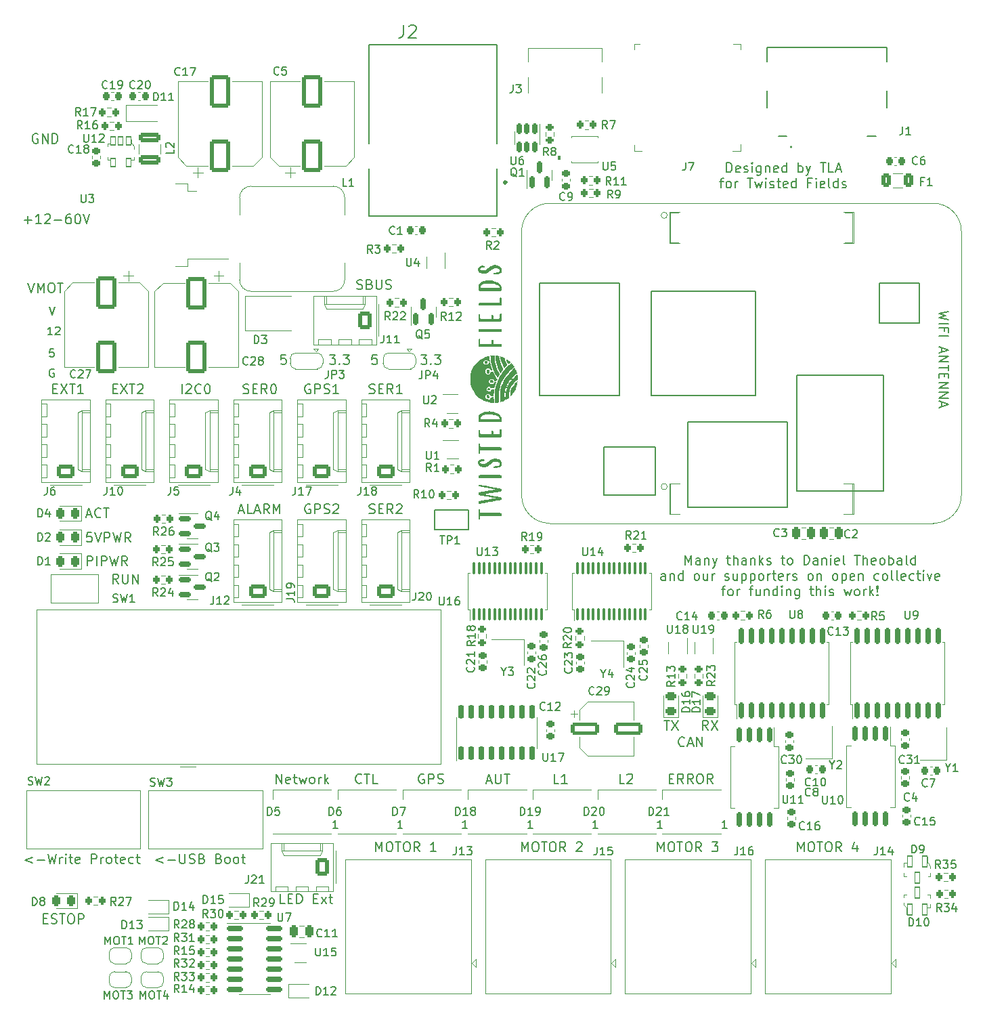
<source format=gto>
G04 #@! TF.GenerationSoftware,KiCad,Pcbnew,6.0.2+dfsg-1*
G04 #@! TF.CreationDate,2022-11-23T20:56:24-08:00*
G04 #@! TF.ProjectId,cm4-robot,636d342d-726f-4626-9f74-2e6b69636164,rev?*
G04 #@! TF.SameCoordinates,Original*
G04 #@! TF.FileFunction,Legend,Top*
G04 #@! TF.FilePolarity,Positive*
%FSLAX46Y46*%
G04 Gerber Fmt 4.6, Leading zero omitted, Abs format (unit mm)*
G04 Created by KiCad (PCBNEW 6.0.2+dfsg-1) date 2022-11-23 20:56:24*
%MOMM*%
%LPD*%
G01*
G04 APERTURE LIST*
G04 Aperture macros list*
%AMRoundRect*
0 Rectangle with rounded corners*
0 $1 Rounding radius*
0 $2 $3 $4 $5 $6 $7 $8 $9 X,Y pos of 4 corners*
0 Add a 4 corners polygon primitive as box body*
4,1,4,$2,$3,$4,$5,$6,$7,$8,$9,$2,$3,0*
0 Add four circle primitives for the rounded corners*
1,1,$1+$1,$2,$3*
1,1,$1+$1,$4,$5*
1,1,$1+$1,$6,$7*
1,1,$1+$1,$8,$9*
0 Add four rect primitives between the rounded corners*
20,1,$1+$1,$2,$3,$4,$5,0*
20,1,$1+$1,$4,$5,$6,$7,0*
20,1,$1+$1,$6,$7,$8,$9,0*
20,1,$1+$1,$8,$9,$2,$3,0*%
%AMFreePoly0*
4,1,22,0.500000,-0.750000,0.000000,-0.750000,0.000000,-0.745033,-0.079941,-0.743568,-0.215256,-0.701293,-0.333266,-0.622738,-0.424486,-0.514219,-0.481581,-0.384460,-0.499164,-0.250000,-0.500000,-0.250000,-0.500000,0.250000,-0.499164,0.250000,-0.499963,0.256109,-0.478152,0.396186,-0.417904,0.524511,-0.324060,0.630769,-0.204165,0.706417,-0.067858,0.745374,0.000000,0.744959,0.000000,0.750000,
0.500000,0.750000,0.500000,-0.750000,0.500000,-0.750000,$1*%
%AMFreePoly1*
4,1,20,0.000000,0.744959,0.073905,0.744508,0.209726,0.703889,0.328688,0.626782,0.421226,0.519385,0.479903,0.390333,0.500000,0.250000,0.500000,-0.250000,0.499851,-0.262216,0.476331,-0.402017,0.414519,-0.529596,0.319384,-0.634700,0.198574,-0.708877,0.061801,-0.746166,0.000000,-0.745033,0.000000,-0.750000,-0.500000,-0.750000,-0.500000,0.750000,0.000000,0.750000,0.000000,0.744959,
0.000000,0.744959,$1*%
%AMFreePoly2*
4,1,22,0.550000,-0.750000,0.000000,-0.750000,0.000000,-0.745033,-0.079941,-0.743568,-0.215256,-0.701293,-0.333266,-0.622738,-0.424486,-0.514219,-0.481581,-0.384460,-0.499164,-0.250000,-0.500000,-0.250000,-0.500000,0.250000,-0.499164,0.250000,-0.499963,0.256109,-0.478152,0.396186,-0.417904,0.524511,-0.324060,0.630769,-0.204165,0.706417,-0.067858,0.745374,0.000000,0.744959,0.000000,0.750000,
0.550000,0.750000,0.550000,-0.750000,0.550000,-0.750000,$1*%
%AMFreePoly3*
4,1,20,0.000000,0.744959,0.073905,0.744508,0.209726,0.703889,0.328688,0.626782,0.421226,0.519385,0.479903,0.390333,0.500000,0.250000,0.500000,-0.250000,0.499851,-0.262216,0.476331,-0.402017,0.414519,-0.529596,0.319384,-0.634700,0.198574,-0.708877,0.061801,-0.746166,0.000000,-0.745033,0.000000,-0.750000,-0.550000,-0.750000,-0.550000,0.750000,0.000000,0.750000,0.000000,0.744959,
0.000000,0.744959,$1*%
G04 Aperture macros list end*
%ADD10C,0.150000*%
%ADD11C,0.200000*%
%ADD12C,0.120000*%
%ADD13C,0.100000*%
%ADD14C,0.127000*%
%ADD15C,0.300000*%
%ADD16C,3.650000*%
%ADD17RoundRect,0.250000X0.845000X-0.620000X0.845000X0.620000X-0.845000X0.620000X-0.845000X-0.620000X0*%
%ADD18O,2.190000X1.740000*%
%ADD19RoundRect,0.200000X-0.200000X-0.275000X0.200000X-0.275000X0.200000X0.275000X-0.200000X0.275000X0*%
%ADD20R,1.500000X1.500000*%
%ADD21C,1.500000*%
%ADD22C,3.700000*%
%ADD23R,0.600000X0.450000*%
%ADD24R,1.400000X1.200000*%
%ADD25FreePoly0,180.000000*%
%ADD26FreePoly1,180.000000*%
%ADD27RoundRect,0.250000X1.075000X-0.375000X1.075000X0.375000X-1.075000X0.375000X-1.075000X-0.375000X0*%
%ADD28RoundRect,0.250000X-1.000000X1.750000X-1.000000X-1.750000X1.000000X-1.750000X1.000000X1.750000X0*%
%ADD29R,2.500000X2.300000*%
%ADD30R,0.228600X0.711200*%
%ADD31R,1.500000X1.000000*%
%ADD32RoundRect,0.225000X-0.250000X0.225000X-0.250000X-0.225000X0.250000X-0.225000X0.250000X0.225000X0*%
%ADD33C,6.500000*%
%ADD34RoundRect,0.200000X0.200000X0.275000X-0.200000X0.275000X-0.200000X-0.275000X0.200000X-0.275000X0*%
%ADD35RoundRect,0.225000X0.250000X-0.225000X0.250000X0.225000X-0.250000X0.225000X-0.250000X-0.225000X0*%
%ADD36RoundRect,0.225000X-0.225000X-0.250000X0.225000X-0.250000X0.225000X0.250000X-0.225000X0.250000X0*%
%ADD37FreePoly2,180.000000*%
%ADD38R,1.000000X1.500000*%
%ADD39FreePoly3,180.000000*%
%ADD40RoundRect,0.070000X-0.300000X0.650000X-0.300000X-0.650000X0.300000X-0.650000X0.300000X0.650000X0*%
%ADD41R,0.650000X0.400000*%
%ADD42R,1.200000X1.400000*%
%ADD43RoundRect,0.250000X1.000000X-1.750000X1.000000X1.750000X-1.000000X1.750000X-1.000000X-1.750000X0*%
%ADD44RoundRect,0.150000X-0.587500X-0.150000X0.587500X-0.150000X0.587500X0.150000X-0.587500X0.150000X0*%
%ADD45RoundRect,0.250000X0.375000X0.625000X-0.375000X0.625000X-0.375000X-0.625000X0.375000X-0.625000X0*%
%ADD46RoundRect,0.225000X0.225000X0.250000X-0.225000X0.250000X-0.225000X-0.250000X0.225000X-0.250000X0*%
%ADD47RoundRect,0.070000X0.300000X-0.650000X0.300000X0.650000X-0.300000X0.650000X-0.300000X-0.650000X0*%
%ADD48C,3.250000*%
%ADD49R,1.398000X1.398000*%
%ADD50C,1.398000*%
%ADD51C,1.530000*%
%ADD52C,2.445000*%
%ADD53RoundRect,0.200000X0.275000X-0.200000X0.275000X0.200000X-0.275000X0.200000X-0.275000X-0.200000X0*%
%ADD54R,0.300000X2.600000*%
%ADD55O,1.700000X3.400000*%
%ADD56O,1.500000X3.000000*%
%ADD57RoundRect,0.070000X0.300000X0.525000X-0.300000X0.525000X-0.300000X-0.525000X0.300000X-0.525000X0*%
%ADD58RoundRect,0.200000X-0.275000X0.200000X-0.275000X-0.200000X0.275000X-0.200000X0.275000X0.200000X0*%
%ADD59RoundRect,0.150000X0.150000X-0.875000X0.150000X0.875000X-0.150000X0.875000X-0.150000X-0.875000X0*%
%ADD60RoundRect,0.250000X0.620000X0.845000X-0.620000X0.845000X-0.620000X-0.845000X0.620000X-0.845000X0*%
%ADD61O,1.740000X2.190000*%
%ADD62FreePoly0,0.000000*%
%ADD63FreePoly1,0.000000*%
%ADD64R,0.400000X0.650000*%
%ADD65RoundRect,0.150000X-0.825000X-0.150000X0.825000X-0.150000X0.825000X0.150000X-0.825000X0.150000X0*%
%ADD66RoundRect,0.250000X-0.250000X-0.475000X0.250000X-0.475000X0.250000X0.475000X-0.250000X0.475000X0*%
%ADD67R,2.300000X2.300000*%
%ADD68C,2.300000*%
%ADD69R,4.600000X1.100000*%
%ADD70R,9.400000X10.800000*%
%ADD71RoundRect,0.150000X-0.150000X0.750000X-0.150000X-0.750000X0.150000X-0.750000X0.150000X0.750000X0*%
%ADD72RoundRect,0.243750X0.243750X0.456250X-0.243750X0.456250X-0.243750X-0.456250X0.243750X-0.456250X0*%
%ADD73R,1.200000X1.000000*%
%ADD74C,1.900000*%
%ADD75C,1.700000*%
%ADD76C,3.300000*%
%ADD77RoundRect,0.250000X0.250000X0.475000X-0.250000X0.475000X-0.250000X-0.475000X0.250000X-0.475000X0*%
%ADD78RoundRect,0.250000X-1.500000X-0.550000X1.500000X-0.550000X1.500000X0.550000X-1.500000X0.550000X0*%
%ADD79RoundRect,0.150000X0.150000X-0.587500X0.150000X0.587500X-0.150000X0.587500X-0.150000X-0.587500X0*%
%ADD80C,0.650000*%
%ADD81R,0.300000X1.150000*%
%ADD82O,1.000000X2.100000*%
%ADD83O,1.000000X1.600000*%
%ADD84RoundRect,0.243750X0.456250X-0.243750X0.456250X0.243750X-0.456250X0.243750X-0.456250X-0.243750X0*%
%ADD85RoundRect,0.100000X0.100000X-0.637500X0.100000X0.637500X-0.100000X0.637500X-0.100000X-0.637500X0*%
%ADD86R,1.700000X1.700000*%
%ADD87O,1.700000X1.700000*%
%ADD88R,1.358900X0.279400*%
%ADD89R,0.900000X1.200000*%
%ADD90RoundRect,0.150000X0.150000X-0.725000X0.150000X0.725000X-0.150000X0.725000X-0.150000X-0.725000X0*%
%ADD91C,2.700000*%
%ADD92R,0.200000X0.700000*%
%ADD93RoundRect,0.150000X-0.150000X0.512500X-0.150000X-0.512500X0.150000X-0.512500X0.150000X0.512500X0*%
%ADD94R,3.149600X5.308600*%
%ADD95R,3.800000X2.000000*%
G04 APERTURE END LIST*
D10*
X137170000Y-79500000D02*
X148000000Y-79500000D01*
X148000000Y-79500000D02*
X148000000Y-94000000D01*
X148000000Y-94000000D02*
X137170000Y-94000000D01*
X137170000Y-94000000D02*
X137170000Y-79500000D01*
X123540000Y-85310000D02*
X135950000Y-85310000D01*
X135950000Y-85310000D02*
X135950000Y-96000000D01*
X135950000Y-96000000D02*
X123540000Y-96000000D01*
X123540000Y-96000000D02*
X123540000Y-85310000D01*
X119000000Y-69000000D02*
X132000000Y-69000000D01*
X132000000Y-69000000D02*
X132000000Y-82000000D01*
X132000000Y-82000000D02*
X119000000Y-82000000D01*
X119000000Y-82000000D02*
X119000000Y-69000000D01*
X147500000Y-68000000D02*
X152500000Y-68000000D01*
X152500000Y-68000000D02*
X152500000Y-73000000D01*
X152500000Y-73000000D02*
X147500000Y-73000000D01*
X147500000Y-73000000D02*
X147500000Y-68000000D01*
X105000000Y-68000000D02*
X115000000Y-68000000D01*
X115000000Y-68000000D02*
X115000000Y-82000000D01*
X115000000Y-82000000D02*
X105000000Y-82000000D01*
X105000000Y-82000000D02*
X105000000Y-68000000D01*
X113000000Y-88500000D02*
X119500000Y-88500000D01*
X119500000Y-88500000D02*
X119500000Y-94500000D01*
X119500000Y-94500000D02*
X113000000Y-94500000D01*
X113000000Y-94500000D02*
X113000000Y-88500000D01*
D11*
X82157142Y-68685714D02*
X82328571Y-68742857D01*
X82614285Y-68742857D01*
X82728571Y-68685714D01*
X82785714Y-68628571D01*
X82842857Y-68514285D01*
X82842857Y-68400000D01*
X82785714Y-68285714D01*
X82728571Y-68228571D01*
X82614285Y-68171428D01*
X82385714Y-68114285D01*
X82271428Y-68057142D01*
X82214285Y-68000000D01*
X82157142Y-67885714D01*
X82157142Y-67771428D01*
X82214285Y-67657142D01*
X82271428Y-67600000D01*
X82385714Y-67542857D01*
X82671428Y-67542857D01*
X82842857Y-67600000D01*
X83757142Y-68114285D02*
X83928571Y-68171428D01*
X83985714Y-68228571D01*
X84042857Y-68342857D01*
X84042857Y-68514285D01*
X83985714Y-68628571D01*
X83928571Y-68685714D01*
X83814285Y-68742857D01*
X83357142Y-68742857D01*
X83357142Y-67542857D01*
X83757142Y-67542857D01*
X83871428Y-67600000D01*
X83928571Y-67657142D01*
X83985714Y-67771428D01*
X83985714Y-67885714D01*
X83928571Y-68000000D01*
X83871428Y-68057142D01*
X83757142Y-68114285D01*
X83357142Y-68114285D01*
X84557142Y-67542857D02*
X84557142Y-68514285D01*
X84614285Y-68628571D01*
X84671428Y-68685714D01*
X84785714Y-68742857D01*
X85014285Y-68742857D01*
X85128571Y-68685714D01*
X85185714Y-68628571D01*
X85242857Y-68514285D01*
X85242857Y-67542857D01*
X85757142Y-68685714D02*
X85928571Y-68742857D01*
X86214285Y-68742857D01*
X86328571Y-68685714D01*
X86385714Y-68628571D01*
X86442857Y-68514285D01*
X86442857Y-68400000D01*
X86385714Y-68285714D01*
X86328571Y-68228571D01*
X86214285Y-68171428D01*
X85985714Y-68114285D01*
X85871428Y-68057142D01*
X85814285Y-68000000D01*
X85757142Y-67885714D01*
X85757142Y-67771428D01*
X85814285Y-67657142D01*
X85871428Y-67600000D01*
X85985714Y-67542857D01*
X86271428Y-67542857D01*
X86442857Y-67600000D01*
X57928571Y-139742857D02*
X57014285Y-140085714D01*
X57928571Y-140428571D01*
X58500000Y-140085714D02*
X59414285Y-140085714D01*
X59985714Y-139342857D02*
X59985714Y-140314285D01*
X60042857Y-140428571D01*
X60100000Y-140485714D01*
X60214285Y-140542857D01*
X60442857Y-140542857D01*
X60557142Y-140485714D01*
X60614285Y-140428571D01*
X60671428Y-140314285D01*
X60671428Y-139342857D01*
X61185714Y-140485714D02*
X61357142Y-140542857D01*
X61642857Y-140542857D01*
X61757142Y-140485714D01*
X61814285Y-140428571D01*
X61871428Y-140314285D01*
X61871428Y-140200000D01*
X61814285Y-140085714D01*
X61757142Y-140028571D01*
X61642857Y-139971428D01*
X61414285Y-139914285D01*
X61300000Y-139857142D01*
X61242857Y-139800000D01*
X61185714Y-139685714D01*
X61185714Y-139571428D01*
X61242857Y-139457142D01*
X61300000Y-139400000D01*
X61414285Y-139342857D01*
X61700000Y-139342857D01*
X61871428Y-139400000D01*
X62785714Y-139914285D02*
X62957142Y-139971428D01*
X63014285Y-140028571D01*
X63071428Y-140142857D01*
X63071428Y-140314285D01*
X63014285Y-140428571D01*
X62957142Y-140485714D01*
X62842857Y-140542857D01*
X62385714Y-140542857D01*
X62385714Y-139342857D01*
X62785714Y-139342857D01*
X62900000Y-139400000D01*
X62957142Y-139457142D01*
X63014285Y-139571428D01*
X63014285Y-139685714D01*
X62957142Y-139800000D01*
X62900000Y-139857142D01*
X62785714Y-139914285D01*
X62385714Y-139914285D01*
X64900000Y-139914285D02*
X65071428Y-139971428D01*
X65128571Y-140028571D01*
X65185714Y-140142857D01*
X65185714Y-140314285D01*
X65128571Y-140428571D01*
X65071428Y-140485714D01*
X64957142Y-140542857D01*
X64500000Y-140542857D01*
X64500000Y-139342857D01*
X64900000Y-139342857D01*
X65014285Y-139400000D01*
X65071428Y-139457142D01*
X65128571Y-139571428D01*
X65128571Y-139685714D01*
X65071428Y-139800000D01*
X65014285Y-139857142D01*
X64900000Y-139914285D01*
X64500000Y-139914285D01*
X65871428Y-140542857D02*
X65757142Y-140485714D01*
X65700000Y-140428571D01*
X65642857Y-140314285D01*
X65642857Y-139971428D01*
X65700000Y-139857142D01*
X65757142Y-139800000D01*
X65871428Y-139742857D01*
X66042857Y-139742857D01*
X66157142Y-139800000D01*
X66214285Y-139857142D01*
X66271428Y-139971428D01*
X66271428Y-140314285D01*
X66214285Y-140428571D01*
X66157142Y-140485714D01*
X66042857Y-140542857D01*
X65871428Y-140542857D01*
X66957142Y-140542857D02*
X66842857Y-140485714D01*
X66785714Y-140428571D01*
X66728571Y-140314285D01*
X66728571Y-139971428D01*
X66785714Y-139857142D01*
X66842857Y-139800000D01*
X66957142Y-139742857D01*
X67128571Y-139742857D01*
X67242857Y-139800000D01*
X67300000Y-139857142D01*
X67357142Y-139971428D01*
X67357142Y-140314285D01*
X67300000Y-140428571D01*
X67242857Y-140485714D01*
X67128571Y-140542857D01*
X66957142Y-140542857D01*
X67700000Y-139742857D02*
X68157142Y-139742857D01*
X67871428Y-139342857D02*
X67871428Y-140371428D01*
X67928571Y-140485714D01*
X68042857Y-140542857D01*
X68157142Y-140542857D01*
X42235714Y-49350000D02*
X42121428Y-49292857D01*
X41950000Y-49292857D01*
X41778571Y-49350000D01*
X41664285Y-49464285D01*
X41607142Y-49578571D01*
X41550000Y-49807142D01*
X41550000Y-49978571D01*
X41607142Y-50207142D01*
X41664285Y-50321428D01*
X41778571Y-50435714D01*
X41950000Y-50492857D01*
X42064285Y-50492857D01*
X42235714Y-50435714D01*
X42292857Y-50378571D01*
X42292857Y-49978571D01*
X42064285Y-49978571D01*
X42807142Y-50492857D02*
X42807142Y-49292857D01*
X43492857Y-50492857D01*
X43492857Y-49292857D01*
X44064285Y-50492857D02*
X44064285Y-49292857D01*
X44350000Y-49292857D01*
X44521428Y-49350000D01*
X44635714Y-49464285D01*
X44692857Y-49578571D01*
X44750000Y-49807142D01*
X44750000Y-49978571D01*
X44692857Y-50207142D01*
X44635714Y-50321428D01*
X44521428Y-50435714D01*
X44350000Y-50492857D01*
X44064285Y-50492857D01*
X44261904Y-78750000D02*
X44166666Y-78702380D01*
X44023809Y-78702380D01*
X43880952Y-78750000D01*
X43785714Y-78845238D01*
X43738095Y-78940476D01*
X43690476Y-79130952D01*
X43690476Y-79273809D01*
X43738095Y-79464285D01*
X43785714Y-79559523D01*
X43880952Y-79654761D01*
X44023809Y-79702380D01*
X44119047Y-79702380D01*
X44261904Y-79654761D01*
X44309523Y-79607142D01*
X44309523Y-79273809D01*
X44119047Y-79273809D01*
X41578571Y-139742857D02*
X40664285Y-140085714D01*
X41578571Y-140428571D01*
X42150000Y-140085714D02*
X43064285Y-140085714D01*
X43521428Y-139342857D02*
X43807142Y-140542857D01*
X44035714Y-139685714D01*
X44264285Y-140542857D01*
X44550000Y-139342857D01*
X45007142Y-140542857D02*
X45007142Y-139742857D01*
X45007142Y-139971428D02*
X45064285Y-139857142D01*
X45121428Y-139800000D01*
X45235714Y-139742857D01*
X45350000Y-139742857D01*
X45750000Y-140542857D02*
X45750000Y-139742857D01*
X45750000Y-139342857D02*
X45692857Y-139400000D01*
X45750000Y-139457142D01*
X45807142Y-139400000D01*
X45750000Y-139342857D01*
X45750000Y-139457142D01*
X46150000Y-139742857D02*
X46607142Y-139742857D01*
X46321428Y-139342857D02*
X46321428Y-140371428D01*
X46378571Y-140485714D01*
X46492857Y-140542857D01*
X46607142Y-140542857D01*
X47464285Y-140485714D02*
X47349999Y-140542857D01*
X47121428Y-140542857D01*
X47007142Y-140485714D01*
X46949999Y-140371428D01*
X46949999Y-139914285D01*
X47007142Y-139800000D01*
X47121428Y-139742857D01*
X47349999Y-139742857D01*
X47464285Y-139800000D01*
X47521428Y-139914285D01*
X47521428Y-140028571D01*
X46949999Y-140142857D01*
X48950000Y-140542857D02*
X48950000Y-139342857D01*
X49407142Y-139342857D01*
X49521428Y-139400000D01*
X49578571Y-139457142D01*
X49635714Y-139571428D01*
X49635714Y-139742857D01*
X49578571Y-139857142D01*
X49521428Y-139914285D01*
X49407142Y-139971428D01*
X48950000Y-139971428D01*
X50149999Y-140542857D02*
X50149999Y-139742857D01*
X50149999Y-139971428D02*
X50207142Y-139857142D01*
X50264285Y-139800000D01*
X50378571Y-139742857D01*
X50492857Y-139742857D01*
X51064285Y-140542857D02*
X50950000Y-140485714D01*
X50892857Y-140428571D01*
X50835714Y-140314285D01*
X50835714Y-139971428D01*
X50892857Y-139857142D01*
X50950000Y-139800000D01*
X51064285Y-139742857D01*
X51235714Y-139742857D01*
X51350000Y-139800000D01*
X51407142Y-139857142D01*
X51464285Y-139971428D01*
X51464285Y-140314285D01*
X51407142Y-140428571D01*
X51350000Y-140485714D01*
X51235714Y-140542857D01*
X51064285Y-140542857D01*
X51807142Y-139742857D02*
X52264285Y-139742857D01*
X51978571Y-139342857D02*
X51978571Y-140371428D01*
X52035714Y-140485714D01*
X52149999Y-140542857D01*
X52264285Y-140542857D01*
X53121428Y-140485714D02*
X53007142Y-140542857D01*
X52778571Y-140542857D01*
X52664285Y-140485714D01*
X52607142Y-140371428D01*
X52607142Y-139914285D01*
X52664285Y-139800000D01*
X52778571Y-139742857D01*
X53007142Y-139742857D01*
X53121428Y-139800000D01*
X53178571Y-139914285D01*
X53178571Y-140028571D01*
X52607142Y-140142857D01*
X54207142Y-140485714D02*
X54092857Y-140542857D01*
X53864285Y-140542857D01*
X53750000Y-140485714D01*
X53692857Y-140428571D01*
X53635714Y-140314285D01*
X53635714Y-139971428D01*
X53692857Y-139857142D01*
X53750000Y-139800000D01*
X53864285Y-139742857D01*
X54092857Y-139742857D01*
X54207142Y-139800000D01*
X54550000Y-139742857D02*
X55007142Y-139742857D01*
X54721428Y-139342857D02*
X54721428Y-140371428D01*
X54778571Y-140485714D01*
X54892857Y-140542857D01*
X55007142Y-140542857D01*
X50668095Y-150652380D02*
X50668095Y-149652380D01*
X51001428Y-150366666D01*
X51334761Y-149652380D01*
X51334761Y-150652380D01*
X52001428Y-149652380D02*
X52191904Y-149652380D01*
X52287142Y-149700000D01*
X52382380Y-149795238D01*
X52430000Y-149985714D01*
X52430000Y-150319047D01*
X52382380Y-150509523D01*
X52287142Y-150604761D01*
X52191904Y-150652380D01*
X52001428Y-150652380D01*
X51906190Y-150604761D01*
X51810952Y-150509523D01*
X51763333Y-150319047D01*
X51763333Y-149985714D01*
X51810952Y-149795238D01*
X51906190Y-149700000D01*
X52001428Y-149652380D01*
X52715714Y-149652380D02*
X53287142Y-149652380D01*
X53001428Y-150652380D02*
X53001428Y-149652380D01*
X54144285Y-150652380D02*
X53572857Y-150652380D01*
X53858571Y-150652380D02*
X53858571Y-149652380D01*
X53763333Y-149795238D01*
X53668095Y-149890476D01*
X53572857Y-149938095D01*
X76321428Y-80650000D02*
X76207142Y-80592857D01*
X76035714Y-80592857D01*
X75864285Y-80650000D01*
X75750000Y-80764285D01*
X75692857Y-80878571D01*
X75635714Y-81107142D01*
X75635714Y-81278571D01*
X75692857Y-81507142D01*
X75750000Y-81621428D01*
X75864285Y-81735714D01*
X76035714Y-81792857D01*
X76150000Y-81792857D01*
X76321428Y-81735714D01*
X76378571Y-81678571D01*
X76378571Y-81278571D01*
X76150000Y-81278571D01*
X76892857Y-81792857D02*
X76892857Y-80592857D01*
X77350000Y-80592857D01*
X77464285Y-80650000D01*
X77521428Y-80707142D01*
X77578571Y-80821428D01*
X77578571Y-80992857D01*
X77521428Y-81107142D01*
X77464285Y-81164285D01*
X77350000Y-81221428D01*
X76892857Y-81221428D01*
X78035714Y-81735714D02*
X78207142Y-81792857D01*
X78492857Y-81792857D01*
X78607142Y-81735714D01*
X78664285Y-81678571D01*
X78721428Y-81564285D01*
X78721428Y-81450000D01*
X78664285Y-81335714D01*
X78607142Y-81278571D01*
X78492857Y-81221428D01*
X78264285Y-81164285D01*
X78150000Y-81107142D01*
X78092857Y-81050000D01*
X78035714Y-80935714D01*
X78035714Y-80821428D01*
X78092857Y-80707142D01*
X78150000Y-80650000D01*
X78264285Y-80592857D01*
X78550000Y-80592857D01*
X78721428Y-80650000D01*
X79864285Y-81792857D02*
X79178571Y-81792857D01*
X79521428Y-81792857D02*
X79521428Y-80592857D01*
X79407142Y-80764285D01*
X79292857Y-80878571D01*
X79178571Y-80935714D01*
X40550000Y-60085714D02*
X41464285Y-60085714D01*
X41007142Y-60542857D02*
X41007142Y-59628571D01*
X42664285Y-60542857D02*
X41978571Y-60542857D01*
X42321428Y-60542857D02*
X42321428Y-59342857D01*
X42207142Y-59514285D01*
X42092857Y-59628571D01*
X41978571Y-59685714D01*
X43121428Y-59457142D02*
X43178571Y-59400000D01*
X43292857Y-59342857D01*
X43578571Y-59342857D01*
X43692857Y-59400000D01*
X43750000Y-59457142D01*
X43807142Y-59571428D01*
X43807142Y-59685714D01*
X43750000Y-59857142D01*
X43064285Y-60542857D01*
X43807142Y-60542857D01*
X44321428Y-60085714D02*
X45235714Y-60085714D01*
X46321428Y-59342857D02*
X46092857Y-59342857D01*
X45978571Y-59400000D01*
X45921428Y-59457142D01*
X45807142Y-59628571D01*
X45750000Y-59857142D01*
X45750000Y-60314285D01*
X45807142Y-60428571D01*
X45864285Y-60485714D01*
X45978571Y-60542857D01*
X46207142Y-60542857D01*
X46321428Y-60485714D01*
X46378571Y-60428571D01*
X46435714Y-60314285D01*
X46435714Y-60028571D01*
X46378571Y-59914285D01*
X46321428Y-59857142D01*
X46207142Y-59800000D01*
X45978571Y-59800000D01*
X45864285Y-59857142D01*
X45807142Y-59914285D01*
X45750000Y-60028571D01*
X47178571Y-59342857D02*
X47292857Y-59342857D01*
X47407142Y-59400000D01*
X47464285Y-59457142D01*
X47521428Y-59571428D01*
X47578571Y-59800000D01*
X47578571Y-60085714D01*
X47521428Y-60314285D01*
X47464285Y-60428571D01*
X47407142Y-60485714D01*
X47292857Y-60542857D01*
X47178571Y-60542857D01*
X47064285Y-60485714D01*
X47007142Y-60428571D01*
X46950000Y-60314285D01*
X46892857Y-60085714D01*
X46892857Y-59800000D01*
X46950000Y-59571428D01*
X47007142Y-59457142D01*
X47064285Y-59400000D01*
X47178571Y-59342857D01*
X47921428Y-59342857D02*
X48321428Y-60542857D01*
X48721428Y-59342857D01*
X82728571Y-130428571D02*
X82671428Y-130485714D01*
X82500000Y-130542857D01*
X82385714Y-130542857D01*
X82214285Y-130485714D01*
X82100000Y-130371428D01*
X82042857Y-130257142D01*
X81985714Y-130028571D01*
X81985714Y-129857142D01*
X82042857Y-129628571D01*
X82100000Y-129514285D01*
X82214285Y-129400000D01*
X82385714Y-129342857D01*
X82500000Y-129342857D01*
X82671428Y-129400000D01*
X82728571Y-129457142D01*
X83071428Y-129342857D02*
X83757142Y-129342857D01*
X83414285Y-130542857D02*
X83414285Y-129342857D01*
X84728571Y-130542857D02*
X84157142Y-130542857D01*
X84157142Y-129342857D01*
X73150000Y-145542857D02*
X72578571Y-145542857D01*
X72578571Y-144342857D01*
X73550000Y-144914285D02*
X73950000Y-144914285D01*
X74121428Y-145542857D02*
X73550000Y-145542857D01*
X73550000Y-144342857D01*
X74121428Y-144342857D01*
X74635714Y-145542857D02*
X74635714Y-144342857D01*
X74921428Y-144342857D01*
X75092857Y-144400000D01*
X75207142Y-144514285D01*
X75264285Y-144628571D01*
X75321428Y-144857142D01*
X75321428Y-145028571D01*
X75264285Y-145257142D01*
X75207142Y-145371428D01*
X75092857Y-145485714D01*
X74921428Y-145542857D01*
X74635714Y-145542857D01*
X76750000Y-144914285D02*
X77150000Y-144914285D01*
X77321428Y-145542857D02*
X76750000Y-145542857D01*
X76750000Y-144342857D01*
X77321428Y-144342857D01*
X77721428Y-145542857D02*
X78350000Y-144742857D01*
X77721428Y-144742857D02*
X78350000Y-145542857D01*
X78635714Y-144742857D02*
X79092857Y-144742857D01*
X78807142Y-144342857D02*
X78807142Y-145371428D01*
X78864285Y-145485714D01*
X78978571Y-145542857D01*
X79092857Y-145542857D01*
X137257142Y-139042857D02*
X137257142Y-137842857D01*
X137657142Y-138700000D01*
X138057142Y-137842857D01*
X138057142Y-139042857D01*
X138857142Y-137842857D02*
X139085714Y-137842857D01*
X139200000Y-137900000D01*
X139314285Y-138014285D01*
X139371428Y-138242857D01*
X139371428Y-138642857D01*
X139314285Y-138871428D01*
X139200000Y-138985714D01*
X139085714Y-139042857D01*
X138857142Y-139042857D01*
X138742857Y-138985714D01*
X138628571Y-138871428D01*
X138571428Y-138642857D01*
X138571428Y-138242857D01*
X138628571Y-138014285D01*
X138742857Y-137900000D01*
X138857142Y-137842857D01*
X139714285Y-137842857D02*
X140400000Y-137842857D01*
X140057142Y-139042857D02*
X140057142Y-137842857D01*
X141028571Y-137842857D02*
X141257142Y-137842857D01*
X141371428Y-137900000D01*
X141485714Y-138014285D01*
X141542857Y-138242857D01*
X141542857Y-138642857D01*
X141485714Y-138871428D01*
X141371428Y-138985714D01*
X141257142Y-139042857D01*
X141028571Y-139042857D01*
X140914285Y-138985714D01*
X140800000Y-138871428D01*
X140742857Y-138642857D01*
X140742857Y-138242857D01*
X140800000Y-138014285D01*
X140914285Y-137900000D01*
X141028571Y-137842857D01*
X142742857Y-139042857D02*
X142342857Y-138471428D01*
X142057142Y-139042857D02*
X142057142Y-137842857D01*
X142514285Y-137842857D01*
X142628571Y-137900000D01*
X142685714Y-137957142D01*
X142742857Y-138071428D01*
X142742857Y-138242857D01*
X142685714Y-138357142D01*
X142628571Y-138414285D01*
X142514285Y-138471428D01*
X142057142Y-138471428D01*
X144685714Y-138242857D02*
X144685714Y-139042857D01*
X144400000Y-137785714D02*
X144114285Y-138642857D01*
X144857142Y-138642857D01*
X44238095Y-76202380D02*
X43761904Y-76202380D01*
X43714285Y-76678571D01*
X43761904Y-76630952D01*
X43857142Y-76583333D01*
X44095238Y-76583333D01*
X44190476Y-76630952D01*
X44238095Y-76678571D01*
X44285714Y-76773809D01*
X44285714Y-77011904D01*
X44238095Y-77107142D01*
X44190476Y-77154761D01*
X44095238Y-77202380D01*
X43857142Y-77202380D01*
X43761904Y-77154761D01*
X43714285Y-77107142D01*
X44142857Y-81164285D02*
X44542857Y-81164285D01*
X44714285Y-81792857D02*
X44142857Y-81792857D01*
X44142857Y-80592857D01*
X44714285Y-80592857D01*
X45114285Y-80592857D02*
X45914285Y-81792857D01*
X45914285Y-80592857D02*
X45114285Y-81792857D01*
X46200000Y-80592857D02*
X46885714Y-80592857D01*
X46542857Y-81792857D02*
X46542857Y-80592857D01*
X47914285Y-81792857D02*
X47228571Y-81792857D01*
X47571428Y-81792857D02*
X47571428Y-80592857D01*
X47457142Y-80764285D01*
X47342857Y-80878571D01*
X47228571Y-80935714D01*
X41028571Y-67942857D02*
X41428571Y-69142857D01*
X41828571Y-67942857D01*
X42228571Y-69142857D02*
X42228571Y-67942857D01*
X42628571Y-68800000D01*
X43028571Y-67942857D01*
X43028571Y-69142857D01*
X43828571Y-67942857D02*
X44057142Y-67942857D01*
X44171428Y-68000000D01*
X44285714Y-68114285D01*
X44342857Y-68342857D01*
X44342857Y-68742857D01*
X44285714Y-68971428D01*
X44171428Y-69085714D01*
X44057142Y-69142857D01*
X43828571Y-69142857D01*
X43714285Y-69085714D01*
X43600000Y-68971428D01*
X43542857Y-68742857D01*
X43542857Y-68342857D01*
X43600000Y-68114285D01*
X43714285Y-68000000D01*
X43828571Y-67942857D01*
X44685714Y-67942857D02*
X45371428Y-67942857D01*
X45028571Y-69142857D02*
X45028571Y-67942857D01*
X123116571Y-125815571D02*
X123059428Y-125872714D01*
X122888000Y-125929857D01*
X122773714Y-125929857D01*
X122602285Y-125872714D01*
X122488000Y-125758428D01*
X122430857Y-125644142D01*
X122373714Y-125415571D01*
X122373714Y-125244142D01*
X122430857Y-125015571D01*
X122488000Y-124901285D01*
X122602285Y-124787000D01*
X122773714Y-124729857D01*
X122888000Y-124729857D01*
X123059428Y-124787000D01*
X123116571Y-124844142D01*
X123573714Y-125587000D02*
X124145142Y-125587000D01*
X123459428Y-125929857D02*
X123859428Y-124729857D01*
X124259428Y-125929857D01*
X124659428Y-125929857D02*
X124659428Y-124729857D01*
X125345142Y-125929857D01*
X125345142Y-124729857D01*
X78717982Y-76942857D02*
X79460839Y-76942857D01*
X79060839Y-77400000D01*
X79232267Y-77400000D01*
X79346553Y-77457142D01*
X79403696Y-77514285D01*
X79460839Y-77628571D01*
X79460839Y-77914285D01*
X79403696Y-78028571D01*
X79346553Y-78085714D01*
X79232267Y-78142857D01*
X78889410Y-78142857D01*
X78775125Y-78085714D01*
X78717982Y-78028571D01*
X79975125Y-78028571D02*
X80032267Y-78085714D01*
X79975125Y-78142857D01*
X79917982Y-78085714D01*
X79975125Y-78028571D01*
X79975125Y-78142857D01*
X80432267Y-76942857D02*
X81175125Y-76942857D01*
X80775125Y-77400000D01*
X80946553Y-77400000D01*
X81060839Y-77457142D01*
X81117982Y-77514285D01*
X81175125Y-77628571D01*
X81175125Y-77914285D01*
X81117982Y-78028571D01*
X81060839Y-78085714D01*
X80946553Y-78142857D01*
X80603696Y-78142857D01*
X80489410Y-78085714D01*
X80432267Y-78028571D01*
X52314285Y-105542857D02*
X51914285Y-104971428D01*
X51628571Y-105542857D02*
X51628571Y-104342857D01*
X52085714Y-104342857D01*
X52200000Y-104400000D01*
X52257142Y-104457142D01*
X52314285Y-104571428D01*
X52314285Y-104742857D01*
X52257142Y-104857142D01*
X52200000Y-104914285D01*
X52085714Y-104971428D01*
X51628571Y-104971428D01*
X52828571Y-104342857D02*
X52828571Y-105314285D01*
X52885714Y-105428571D01*
X52942857Y-105485714D01*
X53057142Y-105542857D01*
X53285714Y-105542857D01*
X53400000Y-105485714D01*
X53457142Y-105428571D01*
X53514285Y-105314285D01*
X53514285Y-104342857D01*
X54085714Y-105542857D02*
X54085714Y-104342857D01*
X54771428Y-105542857D01*
X54771428Y-104342857D01*
X54968095Y-150652380D02*
X54968095Y-149652380D01*
X55301428Y-150366666D01*
X55634761Y-149652380D01*
X55634761Y-150652380D01*
X56301428Y-149652380D02*
X56491904Y-149652380D01*
X56587142Y-149700000D01*
X56682380Y-149795238D01*
X56730000Y-149985714D01*
X56730000Y-150319047D01*
X56682380Y-150509523D01*
X56587142Y-150604761D01*
X56491904Y-150652380D01*
X56301428Y-150652380D01*
X56206190Y-150604761D01*
X56110952Y-150509523D01*
X56063333Y-150319047D01*
X56063333Y-149985714D01*
X56110952Y-149795238D01*
X56206190Y-149700000D01*
X56301428Y-149652380D01*
X57015714Y-149652380D02*
X57587142Y-149652380D01*
X57301428Y-150652380D02*
X57301428Y-149652380D01*
X57872857Y-149747619D02*
X57920476Y-149700000D01*
X58015714Y-149652380D01*
X58253809Y-149652380D01*
X58349047Y-149700000D01*
X58396666Y-149747619D01*
X58444285Y-149842857D01*
X58444285Y-149938095D01*
X58396666Y-150080952D01*
X57825238Y-150652380D01*
X58444285Y-150652380D01*
X44059523Y-74452380D02*
X43488095Y-74452380D01*
X43773809Y-74452380D02*
X43773809Y-73452380D01*
X43678571Y-73595238D01*
X43583333Y-73690476D01*
X43488095Y-73738095D01*
X44440476Y-73547619D02*
X44488095Y-73500000D01*
X44583333Y-73452380D01*
X44821428Y-73452380D01*
X44916666Y-73500000D01*
X44964285Y-73547619D01*
X45011904Y-73642857D01*
X45011904Y-73738095D01*
X44964285Y-73880952D01*
X44392857Y-74452380D01*
X45011904Y-74452380D01*
X156157142Y-71528571D02*
X154957142Y-71814285D01*
X155814285Y-72042857D01*
X154957142Y-72271428D01*
X156157142Y-72557142D01*
X154957142Y-73014285D02*
X156157142Y-73014285D01*
X155585714Y-73985714D02*
X155585714Y-73585714D01*
X154957142Y-73585714D02*
X156157142Y-73585714D01*
X156157142Y-74157142D01*
X154957142Y-74614285D02*
X156157142Y-74614285D01*
X155300000Y-76042857D02*
X155300000Y-76614285D01*
X154957142Y-75928571D02*
X156157142Y-76328571D01*
X154957142Y-76728571D01*
X154957142Y-77128571D02*
X156157142Y-77128571D01*
X154957142Y-77814285D01*
X156157142Y-77814285D01*
X156157142Y-78214285D02*
X156157142Y-78900000D01*
X154957142Y-78557142D02*
X156157142Y-78557142D01*
X155585714Y-79300000D02*
X155585714Y-79700000D01*
X154957142Y-79871428D02*
X154957142Y-79300000D01*
X156157142Y-79300000D01*
X156157142Y-79871428D01*
X154957142Y-80385714D02*
X156157142Y-80385714D01*
X154957142Y-81071428D01*
X156157142Y-81071428D01*
X154957142Y-81642857D02*
X156157142Y-81642857D01*
X154957142Y-82328571D01*
X156157142Y-82328571D01*
X155300000Y-82842857D02*
X155300000Y-83414285D01*
X154957142Y-82728571D02*
X156157142Y-83128571D01*
X154957142Y-83528571D01*
X84635714Y-76942857D02*
X84064285Y-76942857D01*
X84007142Y-77514285D01*
X84064285Y-77457142D01*
X84178571Y-77400000D01*
X84464285Y-77400000D01*
X84578571Y-77457142D01*
X84635714Y-77514285D01*
X84692857Y-77628571D01*
X84692857Y-77914285D01*
X84635714Y-78028571D01*
X84578571Y-78085714D01*
X84464285Y-78142857D01*
X84178571Y-78142857D01*
X84064285Y-78085714D01*
X84007142Y-78028571D01*
X43666666Y-70952380D02*
X44000000Y-71952380D01*
X44333333Y-70952380D01*
X83692857Y-96735714D02*
X83864285Y-96792857D01*
X84150000Y-96792857D01*
X84264285Y-96735714D01*
X84321428Y-96678571D01*
X84378571Y-96564285D01*
X84378571Y-96450000D01*
X84321428Y-96335714D01*
X84264285Y-96278571D01*
X84150000Y-96221428D01*
X83921428Y-96164285D01*
X83807142Y-96107142D01*
X83750000Y-96050000D01*
X83692857Y-95935714D01*
X83692857Y-95821428D01*
X83750000Y-95707142D01*
X83807142Y-95650000D01*
X83921428Y-95592857D01*
X84207142Y-95592857D01*
X84378571Y-95650000D01*
X84892857Y-96164285D02*
X85292857Y-96164285D01*
X85464285Y-96792857D02*
X84892857Y-96792857D01*
X84892857Y-95592857D01*
X85464285Y-95592857D01*
X86664285Y-96792857D02*
X86264285Y-96221428D01*
X85978571Y-96792857D02*
X85978571Y-95592857D01*
X86435714Y-95592857D01*
X86550000Y-95650000D01*
X86607142Y-95707142D01*
X86664285Y-95821428D01*
X86664285Y-95992857D01*
X86607142Y-96107142D01*
X86550000Y-96164285D01*
X86435714Y-96221428D01*
X85978571Y-96221428D01*
X87121428Y-95707142D02*
X87178571Y-95650000D01*
X87292857Y-95592857D01*
X87578571Y-95592857D01*
X87692857Y-95650000D01*
X87750000Y-95707142D01*
X87807142Y-95821428D01*
X87807142Y-95935714D01*
X87750000Y-96107142D01*
X87064285Y-96792857D01*
X87807142Y-96792857D01*
X107400000Y-130542857D02*
X106828571Y-130542857D01*
X106828571Y-129342857D01*
X108428571Y-130542857D02*
X107742857Y-130542857D01*
X108085714Y-130542857D02*
X108085714Y-129342857D01*
X107971428Y-129514285D01*
X107857142Y-129628571D01*
X107742857Y-129685714D01*
X123200000Y-103180857D02*
X123200000Y-101980857D01*
X123600000Y-102838000D01*
X124000000Y-101980857D01*
X124000000Y-103180857D01*
X125085714Y-103180857D02*
X125085714Y-102552285D01*
X125028571Y-102438000D01*
X124914285Y-102380857D01*
X124685714Y-102380857D01*
X124571428Y-102438000D01*
X125085714Y-103123714D02*
X124971428Y-103180857D01*
X124685714Y-103180857D01*
X124571428Y-103123714D01*
X124514285Y-103009428D01*
X124514285Y-102895142D01*
X124571428Y-102780857D01*
X124685714Y-102723714D01*
X124971428Y-102723714D01*
X125085714Y-102666571D01*
X125657142Y-102380857D02*
X125657142Y-103180857D01*
X125657142Y-102495142D02*
X125714285Y-102438000D01*
X125828571Y-102380857D01*
X126000000Y-102380857D01*
X126114285Y-102438000D01*
X126171428Y-102552285D01*
X126171428Y-103180857D01*
X126628571Y-102380857D02*
X126914285Y-103180857D01*
X127200000Y-102380857D02*
X126914285Y-103180857D01*
X126800000Y-103466571D01*
X126742857Y-103523714D01*
X126628571Y-103580857D01*
X128400000Y-102380857D02*
X128857142Y-102380857D01*
X128571428Y-101980857D02*
X128571428Y-103009428D01*
X128628571Y-103123714D01*
X128742857Y-103180857D01*
X128857142Y-103180857D01*
X129257142Y-103180857D02*
X129257142Y-101980857D01*
X129771428Y-103180857D02*
X129771428Y-102552285D01*
X129714285Y-102438000D01*
X129600000Y-102380857D01*
X129428571Y-102380857D01*
X129314285Y-102438000D01*
X129257142Y-102495142D01*
X130857142Y-103180857D02*
X130857142Y-102552285D01*
X130800000Y-102438000D01*
X130685714Y-102380857D01*
X130457142Y-102380857D01*
X130342857Y-102438000D01*
X130857142Y-103123714D02*
X130742857Y-103180857D01*
X130457142Y-103180857D01*
X130342857Y-103123714D01*
X130285714Y-103009428D01*
X130285714Y-102895142D01*
X130342857Y-102780857D01*
X130457142Y-102723714D01*
X130742857Y-102723714D01*
X130857142Y-102666571D01*
X131428571Y-102380857D02*
X131428571Y-103180857D01*
X131428571Y-102495142D02*
X131485714Y-102438000D01*
X131600000Y-102380857D01*
X131771428Y-102380857D01*
X131885714Y-102438000D01*
X131942857Y-102552285D01*
X131942857Y-103180857D01*
X132514285Y-103180857D02*
X132514285Y-101980857D01*
X132628571Y-102723714D02*
X132971428Y-103180857D01*
X132971428Y-102380857D02*
X132514285Y-102838000D01*
X133428571Y-103123714D02*
X133542857Y-103180857D01*
X133771428Y-103180857D01*
X133885714Y-103123714D01*
X133942857Y-103009428D01*
X133942857Y-102952285D01*
X133885714Y-102838000D01*
X133771428Y-102780857D01*
X133600000Y-102780857D01*
X133485714Y-102723714D01*
X133428571Y-102609428D01*
X133428571Y-102552285D01*
X133485714Y-102438000D01*
X133600000Y-102380857D01*
X133771428Y-102380857D01*
X133885714Y-102438000D01*
X135200000Y-102380857D02*
X135657142Y-102380857D01*
X135371428Y-101980857D02*
X135371428Y-103009428D01*
X135428571Y-103123714D01*
X135542857Y-103180857D01*
X135657142Y-103180857D01*
X136228571Y-103180857D02*
X136114285Y-103123714D01*
X136057142Y-103066571D01*
X136000000Y-102952285D01*
X136000000Y-102609428D01*
X136057142Y-102495142D01*
X136114285Y-102438000D01*
X136228571Y-102380857D01*
X136400000Y-102380857D01*
X136514285Y-102438000D01*
X136571428Y-102495142D01*
X136628571Y-102609428D01*
X136628571Y-102952285D01*
X136571428Y-103066571D01*
X136514285Y-103123714D01*
X136400000Y-103180857D01*
X136228571Y-103180857D01*
X138057142Y-103180857D02*
X138057142Y-101980857D01*
X138342857Y-101980857D01*
X138514285Y-102038000D01*
X138628571Y-102152285D01*
X138685714Y-102266571D01*
X138742857Y-102495142D01*
X138742857Y-102666571D01*
X138685714Y-102895142D01*
X138628571Y-103009428D01*
X138514285Y-103123714D01*
X138342857Y-103180857D01*
X138057142Y-103180857D01*
X139771428Y-103180857D02*
X139771428Y-102552285D01*
X139714285Y-102438000D01*
X139600000Y-102380857D01*
X139371428Y-102380857D01*
X139257142Y-102438000D01*
X139771428Y-103123714D02*
X139657142Y-103180857D01*
X139371428Y-103180857D01*
X139257142Y-103123714D01*
X139200000Y-103009428D01*
X139200000Y-102895142D01*
X139257142Y-102780857D01*
X139371428Y-102723714D01*
X139657142Y-102723714D01*
X139771428Y-102666571D01*
X140342857Y-102380857D02*
X140342857Y-103180857D01*
X140342857Y-102495142D02*
X140400000Y-102438000D01*
X140514285Y-102380857D01*
X140685714Y-102380857D01*
X140800000Y-102438000D01*
X140857142Y-102552285D01*
X140857142Y-103180857D01*
X141428571Y-103180857D02*
X141428571Y-102380857D01*
X141428571Y-101980857D02*
X141371428Y-102038000D01*
X141428571Y-102095142D01*
X141485714Y-102038000D01*
X141428571Y-101980857D01*
X141428571Y-102095142D01*
X142457142Y-103123714D02*
X142342857Y-103180857D01*
X142114285Y-103180857D01*
X142000000Y-103123714D01*
X141942857Y-103009428D01*
X141942857Y-102552285D01*
X142000000Y-102438000D01*
X142114285Y-102380857D01*
X142342857Y-102380857D01*
X142457142Y-102438000D01*
X142514285Y-102552285D01*
X142514285Y-102666571D01*
X141942857Y-102780857D01*
X143200000Y-103180857D02*
X143085714Y-103123714D01*
X143028571Y-103009428D01*
X143028571Y-101980857D01*
X144400000Y-101980857D02*
X145085714Y-101980857D01*
X144742857Y-103180857D02*
X144742857Y-101980857D01*
X145485714Y-103180857D02*
X145485714Y-101980857D01*
X146000000Y-103180857D02*
X146000000Y-102552285D01*
X145942857Y-102438000D01*
X145828571Y-102380857D01*
X145657142Y-102380857D01*
X145542857Y-102438000D01*
X145485714Y-102495142D01*
X147028571Y-103123714D02*
X146914285Y-103180857D01*
X146685714Y-103180857D01*
X146571428Y-103123714D01*
X146514285Y-103009428D01*
X146514285Y-102552285D01*
X146571428Y-102438000D01*
X146685714Y-102380857D01*
X146914285Y-102380857D01*
X147028571Y-102438000D01*
X147085714Y-102552285D01*
X147085714Y-102666571D01*
X146514285Y-102780857D01*
X147771428Y-103180857D02*
X147657142Y-103123714D01*
X147600000Y-103066571D01*
X147542857Y-102952285D01*
X147542857Y-102609428D01*
X147600000Y-102495142D01*
X147657142Y-102438000D01*
X147771428Y-102380857D01*
X147942857Y-102380857D01*
X148057142Y-102438000D01*
X148114285Y-102495142D01*
X148171428Y-102609428D01*
X148171428Y-102952285D01*
X148114285Y-103066571D01*
X148057142Y-103123714D01*
X147942857Y-103180857D01*
X147771428Y-103180857D01*
X148685714Y-103180857D02*
X148685714Y-101980857D01*
X148685714Y-102438000D02*
X148800000Y-102380857D01*
X149028571Y-102380857D01*
X149142857Y-102438000D01*
X149200000Y-102495142D01*
X149257142Y-102609428D01*
X149257142Y-102952285D01*
X149200000Y-103066571D01*
X149142857Y-103123714D01*
X149028571Y-103180857D01*
X148800000Y-103180857D01*
X148685714Y-103123714D01*
X150285714Y-103180857D02*
X150285714Y-102552285D01*
X150228571Y-102438000D01*
X150114285Y-102380857D01*
X149885714Y-102380857D01*
X149771428Y-102438000D01*
X150285714Y-103123714D02*
X150171428Y-103180857D01*
X149885714Y-103180857D01*
X149771428Y-103123714D01*
X149714285Y-103009428D01*
X149714285Y-102895142D01*
X149771428Y-102780857D01*
X149885714Y-102723714D01*
X150171428Y-102723714D01*
X150285714Y-102666571D01*
X151028571Y-103180857D02*
X150914285Y-103123714D01*
X150857142Y-103009428D01*
X150857142Y-101980857D01*
X152000000Y-103180857D02*
X152000000Y-101980857D01*
X152000000Y-103123714D02*
X151885714Y-103180857D01*
X151657142Y-103180857D01*
X151542857Y-103123714D01*
X151485714Y-103066571D01*
X151428571Y-102952285D01*
X151428571Y-102609428D01*
X151485714Y-102495142D01*
X151542857Y-102438000D01*
X151657142Y-102380857D01*
X151885714Y-102380857D01*
X152000000Y-102438000D01*
X120742857Y-105112857D02*
X120742857Y-104484285D01*
X120685714Y-104370000D01*
X120571428Y-104312857D01*
X120342857Y-104312857D01*
X120228571Y-104370000D01*
X120742857Y-105055714D02*
X120628571Y-105112857D01*
X120342857Y-105112857D01*
X120228571Y-105055714D01*
X120171428Y-104941428D01*
X120171428Y-104827142D01*
X120228571Y-104712857D01*
X120342857Y-104655714D01*
X120628571Y-104655714D01*
X120742857Y-104598571D01*
X121314285Y-104312857D02*
X121314285Y-105112857D01*
X121314285Y-104427142D02*
X121371428Y-104370000D01*
X121485714Y-104312857D01*
X121657142Y-104312857D01*
X121771428Y-104370000D01*
X121828571Y-104484285D01*
X121828571Y-105112857D01*
X122914285Y-105112857D02*
X122914285Y-103912857D01*
X122914285Y-105055714D02*
X122799999Y-105112857D01*
X122571428Y-105112857D01*
X122457142Y-105055714D01*
X122399999Y-104998571D01*
X122342857Y-104884285D01*
X122342857Y-104541428D01*
X122399999Y-104427142D01*
X122457142Y-104370000D01*
X122571428Y-104312857D01*
X122799999Y-104312857D01*
X122914285Y-104370000D01*
X124571428Y-105112857D02*
X124457142Y-105055714D01*
X124399999Y-104998571D01*
X124342857Y-104884285D01*
X124342857Y-104541428D01*
X124399999Y-104427142D01*
X124457142Y-104370000D01*
X124571428Y-104312857D01*
X124742857Y-104312857D01*
X124857142Y-104370000D01*
X124914285Y-104427142D01*
X124971428Y-104541428D01*
X124971428Y-104884285D01*
X124914285Y-104998571D01*
X124857142Y-105055714D01*
X124742857Y-105112857D01*
X124571428Y-105112857D01*
X125999999Y-104312857D02*
X125999999Y-105112857D01*
X125485714Y-104312857D02*
X125485714Y-104941428D01*
X125542857Y-105055714D01*
X125657142Y-105112857D01*
X125828571Y-105112857D01*
X125942857Y-105055714D01*
X125999999Y-104998571D01*
X126571428Y-105112857D02*
X126571428Y-104312857D01*
X126571428Y-104541428D02*
X126628571Y-104427142D01*
X126685714Y-104370000D01*
X126799999Y-104312857D01*
X126914285Y-104312857D01*
X128171428Y-105055714D02*
X128285714Y-105112857D01*
X128514285Y-105112857D01*
X128628571Y-105055714D01*
X128685714Y-104941428D01*
X128685714Y-104884285D01*
X128628571Y-104770000D01*
X128514285Y-104712857D01*
X128342857Y-104712857D01*
X128228571Y-104655714D01*
X128171428Y-104541428D01*
X128171428Y-104484285D01*
X128228571Y-104370000D01*
X128342857Y-104312857D01*
X128514285Y-104312857D01*
X128628571Y-104370000D01*
X129714285Y-104312857D02*
X129714285Y-105112857D01*
X129199999Y-104312857D02*
X129199999Y-104941428D01*
X129257142Y-105055714D01*
X129371428Y-105112857D01*
X129542857Y-105112857D01*
X129657142Y-105055714D01*
X129714285Y-104998571D01*
X130285714Y-104312857D02*
X130285714Y-105512857D01*
X130285714Y-104370000D02*
X130399999Y-104312857D01*
X130628571Y-104312857D01*
X130742857Y-104370000D01*
X130799999Y-104427142D01*
X130857142Y-104541428D01*
X130857142Y-104884285D01*
X130799999Y-104998571D01*
X130742857Y-105055714D01*
X130628571Y-105112857D01*
X130399999Y-105112857D01*
X130285714Y-105055714D01*
X131371428Y-104312857D02*
X131371428Y-105512857D01*
X131371428Y-104370000D02*
X131485714Y-104312857D01*
X131714285Y-104312857D01*
X131828571Y-104370000D01*
X131885714Y-104427142D01*
X131942857Y-104541428D01*
X131942857Y-104884285D01*
X131885714Y-104998571D01*
X131828571Y-105055714D01*
X131714285Y-105112857D01*
X131485714Y-105112857D01*
X131371428Y-105055714D01*
X132628571Y-105112857D02*
X132514285Y-105055714D01*
X132457142Y-104998571D01*
X132399999Y-104884285D01*
X132399999Y-104541428D01*
X132457142Y-104427142D01*
X132514285Y-104370000D01*
X132628571Y-104312857D01*
X132799999Y-104312857D01*
X132914285Y-104370000D01*
X132971428Y-104427142D01*
X133028571Y-104541428D01*
X133028571Y-104884285D01*
X132971428Y-104998571D01*
X132914285Y-105055714D01*
X132799999Y-105112857D01*
X132628571Y-105112857D01*
X133542857Y-105112857D02*
X133542857Y-104312857D01*
X133542857Y-104541428D02*
X133599999Y-104427142D01*
X133657142Y-104370000D01*
X133771428Y-104312857D01*
X133885714Y-104312857D01*
X134114285Y-104312857D02*
X134571428Y-104312857D01*
X134285714Y-103912857D02*
X134285714Y-104941428D01*
X134342857Y-105055714D01*
X134457142Y-105112857D01*
X134571428Y-105112857D01*
X135428571Y-105055714D02*
X135314285Y-105112857D01*
X135085714Y-105112857D01*
X134971428Y-105055714D01*
X134914285Y-104941428D01*
X134914285Y-104484285D01*
X134971428Y-104370000D01*
X135085714Y-104312857D01*
X135314285Y-104312857D01*
X135428571Y-104370000D01*
X135485714Y-104484285D01*
X135485714Y-104598571D01*
X134914285Y-104712857D01*
X136000000Y-105112857D02*
X136000000Y-104312857D01*
X136000000Y-104541428D02*
X136057142Y-104427142D01*
X136114285Y-104370000D01*
X136228571Y-104312857D01*
X136342857Y-104312857D01*
X136685714Y-105055714D02*
X136800000Y-105112857D01*
X137028571Y-105112857D01*
X137142857Y-105055714D01*
X137200000Y-104941428D01*
X137200000Y-104884285D01*
X137142857Y-104770000D01*
X137028571Y-104712857D01*
X136857142Y-104712857D01*
X136742857Y-104655714D01*
X136685714Y-104541428D01*
X136685714Y-104484285D01*
X136742857Y-104370000D01*
X136857142Y-104312857D01*
X137028571Y-104312857D01*
X137142857Y-104370000D01*
X138800000Y-105112857D02*
X138685714Y-105055714D01*
X138628571Y-104998571D01*
X138571428Y-104884285D01*
X138571428Y-104541428D01*
X138628571Y-104427142D01*
X138685714Y-104370000D01*
X138800000Y-104312857D01*
X138971428Y-104312857D01*
X139085714Y-104370000D01*
X139142857Y-104427142D01*
X139200000Y-104541428D01*
X139200000Y-104884285D01*
X139142857Y-104998571D01*
X139085714Y-105055714D01*
X138971428Y-105112857D01*
X138800000Y-105112857D01*
X139714285Y-104312857D02*
X139714285Y-105112857D01*
X139714285Y-104427142D02*
X139771428Y-104370000D01*
X139885714Y-104312857D01*
X140057142Y-104312857D01*
X140171428Y-104370000D01*
X140228571Y-104484285D01*
X140228571Y-105112857D01*
X141885714Y-105112857D02*
X141771428Y-105055714D01*
X141714285Y-104998571D01*
X141657142Y-104884285D01*
X141657142Y-104541428D01*
X141714285Y-104427142D01*
X141771428Y-104370000D01*
X141885714Y-104312857D01*
X142057142Y-104312857D01*
X142171428Y-104370000D01*
X142228571Y-104427142D01*
X142285714Y-104541428D01*
X142285714Y-104884285D01*
X142228571Y-104998571D01*
X142171428Y-105055714D01*
X142057142Y-105112857D01*
X141885714Y-105112857D01*
X142800000Y-104312857D02*
X142800000Y-105512857D01*
X142800000Y-104370000D02*
X142914285Y-104312857D01*
X143142857Y-104312857D01*
X143257142Y-104370000D01*
X143314285Y-104427142D01*
X143371428Y-104541428D01*
X143371428Y-104884285D01*
X143314285Y-104998571D01*
X143257142Y-105055714D01*
X143142857Y-105112857D01*
X142914285Y-105112857D01*
X142800000Y-105055714D01*
X144342857Y-105055714D02*
X144228571Y-105112857D01*
X144000000Y-105112857D01*
X143885714Y-105055714D01*
X143828571Y-104941428D01*
X143828571Y-104484285D01*
X143885714Y-104370000D01*
X144000000Y-104312857D01*
X144228571Y-104312857D01*
X144342857Y-104370000D01*
X144400000Y-104484285D01*
X144400000Y-104598571D01*
X143828571Y-104712857D01*
X144914285Y-104312857D02*
X144914285Y-105112857D01*
X144914285Y-104427142D02*
X144971428Y-104370000D01*
X145085714Y-104312857D01*
X145257142Y-104312857D01*
X145371428Y-104370000D01*
X145428571Y-104484285D01*
X145428571Y-105112857D01*
X147428571Y-105055714D02*
X147314285Y-105112857D01*
X147085714Y-105112857D01*
X146971428Y-105055714D01*
X146914285Y-104998571D01*
X146857142Y-104884285D01*
X146857142Y-104541428D01*
X146914285Y-104427142D01*
X146971428Y-104370000D01*
X147085714Y-104312857D01*
X147314285Y-104312857D01*
X147428571Y-104370000D01*
X148114285Y-105112857D02*
X148000000Y-105055714D01*
X147942857Y-104998571D01*
X147885714Y-104884285D01*
X147885714Y-104541428D01*
X147942857Y-104427142D01*
X148000000Y-104370000D01*
X148114285Y-104312857D01*
X148285714Y-104312857D01*
X148400000Y-104370000D01*
X148457142Y-104427142D01*
X148514285Y-104541428D01*
X148514285Y-104884285D01*
X148457142Y-104998571D01*
X148400000Y-105055714D01*
X148285714Y-105112857D01*
X148114285Y-105112857D01*
X149200000Y-105112857D02*
X149085714Y-105055714D01*
X149028571Y-104941428D01*
X149028571Y-103912857D01*
X149828571Y-105112857D02*
X149714285Y-105055714D01*
X149657142Y-104941428D01*
X149657142Y-103912857D01*
X150742857Y-105055714D02*
X150628571Y-105112857D01*
X150400000Y-105112857D01*
X150285714Y-105055714D01*
X150228571Y-104941428D01*
X150228571Y-104484285D01*
X150285714Y-104370000D01*
X150400000Y-104312857D01*
X150628571Y-104312857D01*
X150742857Y-104370000D01*
X150800000Y-104484285D01*
X150800000Y-104598571D01*
X150228571Y-104712857D01*
X151828571Y-105055714D02*
X151714285Y-105112857D01*
X151485714Y-105112857D01*
X151371428Y-105055714D01*
X151314285Y-104998571D01*
X151257142Y-104884285D01*
X151257142Y-104541428D01*
X151314285Y-104427142D01*
X151371428Y-104370000D01*
X151485714Y-104312857D01*
X151714285Y-104312857D01*
X151828571Y-104370000D01*
X152171428Y-104312857D02*
X152628571Y-104312857D01*
X152342857Y-103912857D02*
X152342857Y-104941428D01*
X152400000Y-105055714D01*
X152514285Y-105112857D01*
X152628571Y-105112857D01*
X153028571Y-105112857D02*
X153028571Y-104312857D01*
X153028571Y-103912857D02*
X152971428Y-103970000D01*
X153028571Y-104027142D01*
X153085714Y-103970000D01*
X153028571Y-103912857D01*
X153028571Y-104027142D01*
X153485714Y-104312857D02*
X153771428Y-105112857D01*
X154057142Y-104312857D01*
X154971428Y-105055714D02*
X154857142Y-105112857D01*
X154628571Y-105112857D01*
X154514285Y-105055714D01*
X154457142Y-104941428D01*
X154457142Y-104484285D01*
X154514285Y-104370000D01*
X154628571Y-104312857D01*
X154857142Y-104312857D01*
X154971428Y-104370000D01*
X155028571Y-104484285D01*
X155028571Y-104598571D01*
X154457142Y-104712857D01*
X127771428Y-106244857D02*
X128228571Y-106244857D01*
X127942857Y-107044857D02*
X127942857Y-106016285D01*
X128000000Y-105902000D01*
X128114285Y-105844857D01*
X128228571Y-105844857D01*
X128800000Y-107044857D02*
X128685714Y-106987714D01*
X128628571Y-106930571D01*
X128571428Y-106816285D01*
X128571428Y-106473428D01*
X128628571Y-106359142D01*
X128685714Y-106302000D01*
X128800000Y-106244857D01*
X128971428Y-106244857D01*
X129085714Y-106302000D01*
X129142857Y-106359142D01*
X129200000Y-106473428D01*
X129200000Y-106816285D01*
X129142857Y-106930571D01*
X129085714Y-106987714D01*
X128971428Y-107044857D01*
X128800000Y-107044857D01*
X129714285Y-107044857D02*
X129714285Y-106244857D01*
X129714285Y-106473428D02*
X129771428Y-106359142D01*
X129828571Y-106302000D01*
X129942857Y-106244857D01*
X130057142Y-106244857D01*
X131200000Y-106244857D02*
X131657142Y-106244857D01*
X131371428Y-107044857D02*
X131371428Y-106016285D01*
X131428571Y-105902000D01*
X131542857Y-105844857D01*
X131657142Y-105844857D01*
X132571428Y-106244857D02*
X132571428Y-107044857D01*
X132057142Y-106244857D02*
X132057142Y-106873428D01*
X132114285Y-106987714D01*
X132228571Y-107044857D01*
X132400000Y-107044857D01*
X132514285Y-106987714D01*
X132571428Y-106930571D01*
X133142857Y-106244857D02*
X133142857Y-107044857D01*
X133142857Y-106359142D02*
X133200000Y-106302000D01*
X133314285Y-106244857D01*
X133485714Y-106244857D01*
X133600000Y-106302000D01*
X133657142Y-106416285D01*
X133657142Y-107044857D01*
X134742857Y-107044857D02*
X134742857Y-105844857D01*
X134742857Y-106987714D02*
X134628571Y-107044857D01*
X134400000Y-107044857D01*
X134285714Y-106987714D01*
X134228571Y-106930571D01*
X134171428Y-106816285D01*
X134171428Y-106473428D01*
X134228571Y-106359142D01*
X134285714Y-106302000D01*
X134400000Y-106244857D01*
X134628571Y-106244857D01*
X134742857Y-106302000D01*
X135314285Y-107044857D02*
X135314285Y-106244857D01*
X135314285Y-105844857D02*
X135257142Y-105902000D01*
X135314285Y-105959142D01*
X135371428Y-105902000D01*
X135314285Y-105844857D01*
X135314285Y-105959142D01*
X135885714Y-106244857D02*
X135885714Y-107044857D01*
X135885714Y-106359142D02*
X135942857Y-106302000D01*
X136057142Y-106244857D01*
X136228571Y-106244857D01*
X136342857Y-106302000D01*
X136400000Y-106416285D01*
X136400000Y-107044857D01*
X137485714Y-106244857D02*
X137485714Y-107216285D01*
X137428571Y-107330571D01*
X137371428Y-107387714D01*
X137257142Y-107444857D01*
X137085714Y-107444857D01*
X136971428Y-107387714D01*
X137485714Y-106987714D02*
X137371428Y-107044857D01*
X137142857Y-107044857D01*
X137028571Y-106987714D01*
X136971428Y-106930571D01*
X136914285Y-106816285D01*
X136914285Y-106473428D01*
X136971428Y-106359142D01*
X137028571Y-106302000D01*
X137142857Y-106244857D01*
X137371428Y-106244857D01*
X137485714Y-106302000D01*
X138800000Y-106244857D02*
X139257142Y-106244857D01*
X138971428Y-105844857D02*
X138971428Y-106873428D01*
X139028571Y-106987714D01*
X139142857Y-107044857D01*
X139257142Y-107044857D01*
X139657142Y-107044857D02*
X139657142Y-105844857D01*
X140171428Y-107044857D02*
X140171428Y-106416285D01*
X140114285Y-106302000D01*
X140000000Y-106244857D01*
X139828571Y-106244857D01*
X139714285Y-106302000D01*
X139657142Y-106359142D01*
X140742857Y-107044857D02*
X140742857Y-106244857D01*
X140742857Y-105844857D02*
X140685714Y-105902000D01*
X140742857Y-105959142D01*
X140800000Y-105902000D01*
X140742857Y-105844857D01*
X140742857Y-105959142D01*
X141257142Y-106987714D02*
X141371428Y-107044857D01*
X141600000Y-107044857D01*
X141714285Y-106987714D01*
X141771428Y-106873428D01*
X141771428Y-106816285D01*
X141714285Y-106702000D01*
X141600000Y-106644857D01*
X141428571Y-106644857D01*
X141314285Y-106587714D01*
X141257142Y-106473428D01*
X141257142Y-106416285D01*
X141314285Y-106302000D01*
X141428571Y-106244857D01*
X141600000Y-106244857D01*
X141714285Y-106302000D01*
X143085714Y-106244857D02*
X143314285Y-107044857D01*
X143542857Y-106473428D01*
X143771428Y-107044857D01*
X144000000Y-106244857D01*
X144628571Y-107044857D02*
X144514285Y-106987714D01*
X144457142Y-106930571D01*
X144400000Y-106816285D01*
X144400000Y-106473428D01*
X144457142Y-106359142D01*
X144514285Y-106302000D01*
X144628571Y-106244857D01*
X144800000Y-106244857D01*
X144914285Y-106302000D01*
X144971428Y-106359142D01*
X145028571Y-106473428D01*
X145028571Y-106816285D01*
X144971428Y-106930571D01*
X144914285Y-106987714D01*
X144800000Y-107044857D01*
X144628571Y-107044857D01*
X145542857Y-107044857D02*
X145542857Y-106244857D01*
X145542857Y-106473428D02*
X145600000Y-106359142D01*
X145657142Y-106302000D01*
X145771428Y-106244857D01*
X145885714Y-106244857D01*
X146285714Y-107044857D02*
X146285714Y-105844857D01*
X146400000Y-106587714D02*
X146742857Y-107044857D01*
X146742857Y-106244857D02*
X146285714Y-106702000D01*
X147257142Y-106930571D02*
X147314285Y-106987714D01*
X147257142Y-107044857D01*
X147200000Y-106987714D01*
X147257142Y-106930571D01*
X147257142Y-107044857D01*
X147257142Y-106587714D02*
X147200000Y-105902000D01*
X147257142Y-105844857D01*
X147314285Y-105902000D01*
X147257142Y-106587714D01*
X147257142Y-105844857D01*
X121214285Y-129914285D02*
X121614285Y-129914285D01*
X121785714Y-130542857D02*
X121214285Y-130542857D01*
X121214285Y-129342857D01*
X121785714Y-129342857D01*
X122985714Y-130542857D02*
X122585714Y-129971428D01*
X122300000Y-130542857D02*
X122300000Y-129342857D01*
X122757142Y-129342857D01*
X122871428Y-129400000D01*
X122928571Y-129457142D01*
X122985714Y-129571428D01*
X122985714Y-129742857D01*
X122928571Y-129857142D01*
X122871428Y-129914285D01*
X122757142Y-129971428D01*
X122300000Y-129971428D01*
X124185714Y-130542857D02*
X123785714Y-129971428D01*
X123500000Y-130542857D02*
X123500000Y-129342857D01*
X123957142Y-129342857D01*
X124071428Y-129400000D01*
X124128571Y-129457142D01*
X124185714Y-129571428D01*
X124185714Y-129742857D01*
X124128571Y-129857142D01*
X124071428Y-129914285D01*
X123957142Y-129971428D01*
X123500000Y-129971428D01*
X124928571Y-129342857D02*
X125157142Y-129342857D01*
X125271428Y-129400000D01*
X125385714Y-129514285D01*
X125442857Y-129742857D01*
X125442857Y-130142857D01*
X125385714Y-130371428D01*
X125271428Y-130485714D01*
X125157142Y-130542857D01*
X124928571Y-130542857D01*
X124814285Y-130485714D01*
X124700000Y-130371428D01*
X124642857Y-130142857D01*
X124642857Y-129742857D01*
X124700000Y-129514285D01*
X124814285Y-129400000D01*
X124928571Y-129342857D01*
X126642857Y-130542857D02*
X126242857Y-129971428D01*
X125957142Y-130542857D02*
X125957142Y-129342857D01*
X126414285Y-129342857D01*
X126528571Y-129400000D01*
X126585714Y-129457142D01*
X126642857Y-129571428D01*
X126642857Y-129742857D01*
X126585714Y-129857142D01*
X126528571Y-129914285D01*
X126414285Y-129971428D01*
X125957142Y-129971428D01*
X120573714Y-122679857D02*
X121259428Y-122679857D01*
X120916571Y-123879857D02*
X120916571Y-122679857D01*
X121545142Y-122679857D02*
X122345142Y-123879857D01*
X122345142Y-122679857D02*
X121545142Y-123879857D01*
X73260839Y-76942857D02*
X72689410Y-76942857D01*
X72632267Y-77514285D01*
X72689410Y-77457142D01*
X72803696Y-77400000D01*
X73089410Y-77400000D01*
X73203696Y-77457142D01*
X73260839Y-77514285D01*
X73317982Y-77628571D01*
X73317982Y-77914285D01*
X73260839Y-78028571D01*
X73203696Y-78085714D01*
X73089410Y-78142857D01*
X72803696Y-78142857D01*
X72689410Y-78085714D01*
X72632267Y-78028571D01*
X51642857Y-81164285D02*
X52042857Y-81164285D01*
X52214285Y-81792857D02*
X51642857Y-81792857D01*
X51642857Y-80592857D01*
X52214285Y-80592857D01*
X52614285Y-80592857D02*
X53414285Y-81792857D01*
X53414285Y-80592857D02*
X52614285Y-81792857D01*
X53700000Y-80592857D02*
X54385714Y-80592857D01*
X54042857Y-81792857D02*
X54042857Y-80592857D01*
X54728571Y-80707142D02*
X54785714Y-80650000D01*
X54900000Y-80592857D01*
X55185714Y-80592857D01*
X55300000Y-80650000D01*
X55357142Y-80707142D01*
X55414285Y-80821428D01*
X55414285Y-80935714D01*
X55357142Y-81107142D01*
X54671428Y-81792857D01*
X55414285Y-81792857D01*
X60257142Y-81792857D02*
X60257142Y-80592857D01*
X60771428Y-80707142D02*
X60828571Y-80650000D01*
X60942857Y-80592857D01*
X61228571Y-80592857D01*
X61342857Y-80650000D01*
X61400000Y-80707142D01*
X61457142Y-80821428D01*
X61457142Y-80935714D01*
X61400000Y-81107142D01*
X60714285Y-81792857D01*
X61457142Y-81792857D01*
X62657142Y-81678571D02*
X62600000Y-81735714D01*
X62428571Y-81792857D01*
X62314285Y-81792857D01*
X62142857Y-81735714D01*
X62028571Y-81621428D01*
X61971428Y-81507142D01*
X61914285Y-81278571D01*
X61914285Y-81107142D01*
X61971428Y-80878571D01*
X62028571Y-80764285D01*
X62142857Y-80650000D01*
X62314285Y-80592857D01*
X62428571Y-80592857D01*
X62600000Y-80650000D01*
X62657142Y-80707142D01*
X63400000Y-80592857D02*
X63514285Y-80592857D01*
X63628571Y-80650000D01*
X63685714Y-80707142D01*
X63742857Y-80821428D01*
X63800000Y-81050000D01*
X63800000Y-81335714D01*
X63742857Y-81564285D01*
X63685714Y-81678571D01*
X63628571Y-81735714D01*
X63514285Y-81792857D01*
X63400000Y-81792857D01*
X63285714Y-81735714D01*
X63228571Y-81678571D01*
X63171428Y-81564285D01*
X63114285Y-81335714D01*
X63114285Y-81050000D01*
X63171428Y-80821428D01*
X63228571Y-80707142D01*
X63285714Y-80650000D01*
X63400000Y-80592857D01*
X119757142Y-139042857D02*
X119757142Y-137842857D01*
X120157142Y-138700000D01*
X120557142Y-137842857D01*
X120557142Y-139042857D01*
X121357142Y-137842857D02*
X121585714Y-137842857D01*
X121700000Y-137900000D01*
X121814285Y-138014285D01*
X121871428Y-138242857D01*
X121871428Y-138642857D01*
X121814285Y-138871428D01*
X121700000Y-138985714D01*
X121585714Y-139042857D01*
X121357142Y-139042857D01*
X121242857Y-138985714D01*
X121128571Y-138871428D01*
X121071428Y-138642857D01*
X121071428Y-138242857D01*
X121128571Y-138014285D01*
X121242857Y-137900000D01*
X121357142Y-137842857D01*
X122214285Y-137842857D02*
X122900000Y-137842857D01*
X122557142Y-139042857D02*
X122557142Y-137842857D01*
X123528571Y-137842857D02*
X123757142Y-137842857D01*
X123871428Y-137900000D01*
X123985714Y-138014285D01*
X124042857Y-138242857D01*
X124042857Y-138642857D01*
X123985714Y-138871428D01*
X123871428Y-138985714D01*
X123757142Y-139042857D01*
X123528571Y-139042857D01*
X123414285Y-138985714D01*
X123300000Y-138871428D01*
X123242857Y-138642857D01*
X123242857Y-138242857D01*
X123300000Y-138014285D01*
X123414285Y-137900000D01*
X123528571Y-137842857D01*
X125242857Y-139042857D02*
X124842857Y-138471428D01*
X124557142Y-139042857D02*
X124557142Y-137842857D01*
X125014285Y-137842857D01*
X125128571Y-137900000D01*
X125185714Y-137957142D01*
X125242857Y-138071428D01*
X125242857Y-138242857D01*
X125185714Y-138357142D01*
X125128571Y-138414285D01*
X125014285Y-138471428D01*
X124557142Y-138471428D01*
X126557142Y-137842857D02*
X127300000Y-137842857D01*
X126900000Y-138300000D01*
X127071428Y-138300000D01*
X127185714Y-138357142D01*
X127242857Y-138414285D01*
X127300000Y-138528571D01*
X127300000Y-138814285D01*
X127242857Y-138928571D01*
X127185714Y-138985714D01*
X127071428Y-139042857D01*
X126728571Y-139042857D01*
X126614285Y-138985714D01*
X126557142Y-138928571D01*
X67408571Y-96450000D02*
X67980000Y-96450000D01*
X67294285Y-96792857D02*
X67694285Y-95592857D01*
X68094285Y-96792857D01*
X69065714Y-96792857D02*
X68494285Y-96792857D01*
X68494285Y-95592857D01*
X69408571Y-96450000D02*
X69980000Y-96450000D01*
X69294285Y-96792857D02*
X69694285Y-95592857D01*
X70094285Y-96792857D01*
X71180000Y-96792857D02*
X70780000Y-96221428D01*
X70494285Y-96792857D02*
X70494285Y-95592857D01*
X70951428Y-95592857D01*
X71065714Y-95650000D01*
X71122857Y-95707142D01*
X71180000Y-95821428D01*
X71180000Y-95992857D01*
X71122857Y-96107142D01*
X71065714Y-96164285D01*
X70951428Y-96221428D01*
X70494285Y-96221428D01*
X71694285Y-96792857D02*
X71694285Y-95592857D01*
X72094285Y-96450000D01*
X72494285Y-95592857D01*
X72494285Y-96792857D01*
X76321428Y-95650000D02*
X76207142Y-95592857D01*
X76035714Y-95592857D01*
X75864285Y-95650000D01*
X75750000Y-95764285D01*
X75692857Y-95878571D01*
X75635714Y-96107142D01*
X75635714Y-96278571D01*
X75692857Y-96507142D01*
X75750000Y-96621428D01*
X75864285Y-96735714D01*
X76035714Y-96792857D01*
X76150000Y-96792857D01*
X76321428Y-96735714D01*
X76378571Y-96678571D01*
X76378571Y-96278571D01*
X76150000Y-96278571D01*
X76892857Y-96792857D02*
X76892857Y-95592857D01*
X77350000Y-95592857D01*
X77464285Y-95650000D01*
X77521428Y-95707142D01*
X77578571Y-95821428D01*
X77578571Y-95992857D01*
X77521428Y-96107142D01*
X77464285Y-96164285D01*
X77350000Y-96221428D01*
X76892857Y-96221428D01*
X78035714Y-96735714D02*
X78207142Y-96792857D01*
X78492857Y-96792857D01*
X78607142Y-96735714D01*
X78664285Y-96678571D01*
X78721428Y-96564285D01*
X78721428Y-96450000D01*
X78664285Y-96335714D01*
X78607142Y-96278571D01*
X78492857Y-96221428D01*
X78264285Y-96164285D01*
X78150000Y-96107142D01*
X78092857Y-96050000D01*
X78035714Y-95935714D01*
X78035714Y-95821428D01*
X78092857Y-95707142D01*
X78150000Y-95650000D01*
X78264285Y-95592857D01*
X78550000Y-95592857D01*
X78721428Y-95650000D01*
X79178571Y-95707142D02*
X79235714Y-95650000D01*
X79350000Y-95592857D01*
X79635714Y-95592857D01*
X79750000Y-95650000D01*
X79807142Y-95707142D01*
X79864285Y-95821428D01*
X79864285Y-95935714D01*
X79807142Y-96107142D01*
X79121428Y-96792857D01*
X79864285Y-96792857D01*
X98378571Y-130200000D02*
X98950000Y-130200000D01*
X98264285Y-130542857D02*
X98664285Y-129342857D01*
X99064285Y-130542857D01*
X99464285Y-129342857D02*
X99464285Y-130314285D01*
X99521428Y-130428571D01*
X99578571Y-130485714D01*
X99692857Y-130542857D01*
X99921428Y-130542857D01*
X100035714Y-130485714D01*
X100092857Y-130428571D01*
X100150000Y-130314285D01*
X100150000Y-129342857D01*
X100550000Y-129342857D02*
X101235714Y-129342857D01*
X100892857Y-130542857D02*
X100892857Y-129342857D01*
X48987142Y-99142857D02*
X48415714Y-99142857D01*
X48358571Y-99714285D01*
X48415714Y-99657142D01*
X48530000Y-99600000D01*
X48815714Y-99600000D01*
X48930000Y-99657142D01*
X48987142Y-99714285D01*
X49044285Y-99828571D01*
X49044285Y-100114285D01*
X48987142Y-100228571D01*
X48930000Y-100285714D01*
X48815714Y-100342857D01*
X48530000Y-100342857D01*
X48415714Y-100285714D01*
X48358571Y-100228571D01*
X49387142Y-99142857D02*
X49787142Y-100342857D01*
X50187142Y-99142857D01*
X50587142Y-100342857D02*
X50587142Y-99142857D01*
X51044285Y-99142857D01*
X51158571Y-99200000D01*
X51215714Y-99257142D01*
X51272857Y-99371428D01*
X51272857Y-99542857D01*
X51215714Y-99657142D01*
X51158571Y-99714285D01*
X51044285Y-99771428D01*
X50587142Y-99771428D01*
X51672857Y-99142857D02*
X51958571Y-100342857D01*
X52187142Y-99485714D01*
X52415714Y-100342857D01*
X52701428Y-99142857D01*
X53844285Y-100342857D02*
X53444285Y-99771428D01*
X53158571Y-100342857D02*
X53158571Y-99142857D01*
X53615714Y-99142857D01*
X53730000Y-99200000D01*
X53787142Y-99257142D01*
X53844285Y-99371428D01*
X53844285Y-99542857D01*
X53787142Y-99657142D01*
X53730000Y-99714285D01*
X53615714Y-99771428D01*
X53158571Y-99771428D01*
X42915714Y-147414285D02*
X43315714Y-147414285D01*
X43487142Y-148042857D02*
X42915714Y-148042857D01*
X42915714Y-146842857D01*
X43487142Y-146842857D01*
X43944285Y-147985714D02*
X44115714Y-148042857D01*
X44401428Y-148042857D01*
X44515714Y-147985714D01*
X44572857Y-147928571D01*
X44630000Y-147814285D01*
X44630000Y-147700000D01*
X44572857Y-147585714D01*
X44515714Y-147528571D01*
X44401428Y-147471428D01*
X44172857Y-147414285D01*
X44058571Y-147357142D01*
X44001428Y-147300000D01*
X43944285Y-147185714D01*
X43944285Y-147071428D01*
X44001428Y-146957142D01*
X44058571Y-146900000D01*
X44172857Y-146842857D01*
X44458571Y-146842857D01*
X44630000Y-146900000D01*
X44972857Y-146842857D02*
X45658571Y-146842857D01*
X45315714Y-148042857D02*
X45315714Y-146842857D01*
X46287142Y-146842857D02*
X46515714Y-146842857D01*
X46630000Y-146900000D01*
X46744285Y-147014285D01*
X46801428Y-147242857D01*
X46801428Y-147642857D01*
X46744285Y-147871428D01*
X46630000Y-147985714D01*
X46515714Y-148042857D01*
X46287142Y-148042857D01*
X46172857Y-147985714D01*
X46058571Y-147871428D01*
X46001428Y-147642857D01*
X46001428Y-147242857D01*
X46058571Y-147014285D01*
X46172857Y-146900000D01*
X46287142Y-146842857D01*
X47315714Y-148042857D02*
X47315714Y-146842857D01*
X47772857Y-146842857D01*
X47887142Y-146900000D01*
X47944285Y-146957142D01*
X48001428Y-147071428D01*
X48001428Y-147242857D01*
X47944285Y-147357142D01*
X47887142Y-147414285D01*
X47772857Y-147471428D01*
X47315714Y-147471428D01*
X128385714Y-54126857D02*
X128385714Y-52926857D01*
X128671428Y-52926857D01*
X128842857Y-52984000D01*
X128957142Y-53098285D01*
X129014285Y-53212571D01*
X129071428Y-53441142D01*
X129071428Y-53612571D01*
X129014285Y-53841142D01*
X128957142Y-53955428D01*
X128842857Y-54069714D01*
X128671428Y-54126857D01*
X128385714Y-54126857D01*
X130042857Y-54069714D02*
X129928571Y-54126857D01*
X129700000Y-54126857D01*
X129585714Y-54069714D01*
X129528571Y-53955428D01*
X129528571Y-53498285D01*
X129585714Y-53384000D01*
X129700000Y-53326857D01*
X129928571Y-53326857D01*
X130042857Y-53384000D01*
X130100000Y-53498285D01*
X130100000Y-53612571D01*
X129528571Y-53726857D01*
X130557142Y-54069714D02*
X130671428Y-54126857D01*
X130900000Y-54126857D01*
X131014285Y-54069714D01*
X131071428Y-53955428D01*
X131071428Y-53898285D01*
X131014285Y-53784000D01*
X130900000Y-53726857D01*
X130728571Y-53726857D01*
X130614285Y-53669714D01*
X130557142Y-53555428D01*
X130557142Y-53498285D01*
X130614285Y-53384000D01*
X130728571Y-53326857D01*
X130900000Y-53326857D01*
X131014285Y-53384000D01*
X131585714Y-54126857D02*
X131585714Y-53326857D01*
X131585714Y-52926857D02*
X131528571Y-52984000D01*
X131585714Y-53041142D01*
X131642857Y-52984000D01*
X131585714Y-52926857D01*
X131585714Y-53041142D01*
X132671428Y-53326857D02*
X132671428Y-54298285D01*
X132614285Y-54412571D01*
X132557142Y-54469714D01*
X132442857Y-54526857D01*
X132271428Y-54526857D01*
X132157142Y-54469714D01*
X132671428Y-54069714D02*
X132557142Y-54126857D01*
X132328571Y-54126857D01*
X132214285Y-54069714D01*
X132157142Y-54012571D01*
X132100000Y-53898285D01*
X132100000Y-53555428D01*
X132157142Y-53441142D01*
X132214285Y-53384000D01*
X132328571Y-53326857D01*
X132557142Y-53326857D01*
X132671428Y-53384000D01*
X133242857Y-53326857D02*
X133242857Y-54126857D01*
X133242857Y-53441142D02*
X133300000Y-53384000D01*
X133414285Y-53326857D01*
X133585714Y-53326857D01*
X133700000Y-53384000D01*
X133757142Y-53498285D01*
X133757142Y-54126857D01*
X134785714Y-54069714D02*
X134671428Y-54126857D01*
X134442857Y-54126857D01*
X134328571Y-54069714D01*
X134271428Y-53955428D01*
X134271428Y-53498285D01*
X134328571Y-53384000D01*
X134442857Y-53326857D01*
X134671428Y-53326857D01*
X134785714Y-53384000D01*
X134842857Y-53498285D01*
X134842857Y-53612571D01*
X134271428Y-53726857D01*
X135871428Y-54126857D02*
X135871428Y-52926857D01*
X135871428Y-54069714D02*
X135757142Y-54126857D01*
X135528571Y-54126857D01*
X135414285Y-54069714D01*
X135357142Y-54012571D01*
X135300000Y-53898285D01*
X135300000Y-53555428D01*
X135357142Y-53441142D01*
X135414285Y-53384000D01*
X135528571Y-53326857D01*
X135757142Y-53326857D01*
X135871428Y-53384000D01*
X137357142Y-54126857D02*
X137357142Y-52926857D01*
X137357142Y-53384000D02*
X137471428Y-53326857D01*
X137700000Y-53326857D01*
X137814285Y-53384000D01*
X137871428Y-53441142D01*
X137928571Y-53555428D01*
X137928571Y-53898285D01*
X137871428Y-54012571D01*
X137814285Y-54069714D01*
X137700000Y-54126857D01*
X137471428Y-54126857D01*
X137357142Y-54069714D01*
X138328571Y-53326857D02*
X138614285Y-54126857D01*
X138900000Y-53326857D02*
X138614285Y-54126857D01*
X138500000Y-54412571D01*
X138442857Y-54469714D01*
X138328571Y-54526857D01*
X140100000Y-52926857D02*
X140785714Y-52926857D01*
X140442857Y-54126857D02*
X140442857Y-52926857D01*
X141757142Y-54126857D02*
X141185714Y-54126857D01*
X141185714Y-52926857D01*
X142100000Y-53784000D02*
X142671428Y-53784000D01*
X141985714Y-54126857D02*
X142385714Y-52926857D01*
X142785714Y-54126857D01*
X127528571Y-55258857D02*
X127985714Y-55258857D01*
X127700000Y-56058857D02*
X127700000Y-55030285D01*
X127757142Y-54916000D01*
X127871428Y-54858857D01*
X127985714Y-54858857D01*
X128557142Y-56058857D02*
X128442857Y-56001714D01*
X128385714Y-55944571D01*
X128328571Y-55830285D01*
X128328571Y-55487428D01*
X128385714Y-55373142D01*
X128442857Y-55316000D01*
X128557142Y-55258857D01*
X128728571Y-55258857D01*
X128842857Y-55316000D01*
X128900000Y-55373142D01*
X128957142Y-55487428D01*
X128957142Y-55830285D01*
X128900000Y-55944571D01*
X128842857Y-56001714D01*
X128728571Y-56058857D01*
X128557142Y-56058857D01*
X129471428Y-56058857D02*
X129471428Y-55258857D01*
X129471428Y-55487428D02*
X129528571Y-55373142D01*
X129585714Y-55316000D01*
X129700000Y-55258857D01*
X129814285Y-55258857D01*
X130957142Y-54858857D02*
X131642857Y-54858857D01*
X131300000Y-56058857D02*
X131300000Y-54858857D01*
X131928571Y-55258857D02*
X132157142Y-56058857D01*
X132385714Y-55487428D01*
X132614285Y-56058857D01*
X132842857Y-55258857D01*
X133300000Y-56058857D02*
X133300000Y-55258857D01*
X133300000Y-54858857D02*
X133242857Y-54916000D01*
X133300000Y-54973142D01*
X133357142Y-54916000D01*
X133300000Y-54858857D01*
X133300000Y-54973142D01*
X133814285Y-56001714D02*
X133928571Y-56058857D01*
X134157142Y-56058857D01*
X134271428Y-56001714D01*
X134328571Y-55887428D01*
X134328571Y-55830285D01*
X134271428Y-55716000D01*
X134157142Y-55658857D01*
X133985714Y-55658857D01*
X133871428Y-55601714D01*
X133814285Y-55487428D01*
X133814285Y-55430285D01*
X133871428Y-55316000D01*
X133985714Y-55258857D01*
X134157142Y-55258857D01*
X134271428Y-55316000D01*
X134671428Y-55258857D02*
X135128571Y-55258857D01*
X134842857Y-54858857D02*
X134842857Y-55887428D01*
X134900000Y-56001714D01*
X135014285Y-56058857D01*
X135128571Y-56058857D01*
X135985714Y-56001714D02*
X135871428Y-56058857D01*
X135642857Y-56058857D01*
X135528571Y-56001714D01*
X135471428Y-55887428D01*
X135471428Y-55430285D01*
X135528571Y-55316000D01*
X135642857Y-55258857D01*
X135871428Y-55258857D01*
X135985714Y-55316000D01*
X136042857Y-55430285D01*
X136042857Y-55544571D01*
X135471428Y-55658857D01*
X137071428Y-56058857D02*
X137071428Y-54858857D01*
X137071428Y-56001714D02*
X136957142Y-56058857D01*
X136728571Y-56058857D01*
X136614285Y-56001714D01*
X136557142Y-55944571D01*
X136500000Y-55830285D01*
X136500000Y-55487428D01*
X136557142Y-55373142D01*
X136614285Y-55316000D01*
X136728571Y-55258857D01*
X136957142Y-55258857D01*
X137071428Y-55316000D01*
X138957142Y-55430285D02*
X138557142Y-55430285D01*
X138557142Y-56058857D02*
X138557142Y-54858857D01*
X139128571Y-54858857D01*
X139585714Y-56058857D02*
X139585714Y-55258857D01*
X139585714Y-54858857D02*
X139528571Y-54916000D01*
X139585714Y-54973142D01*
X139642857Y-54916000D01*
X139585714Y-54858857D01*
X139585714Y-54973142D01*
X140614285Y-56001714D02*
X140500000Y-56058857D01*
X140271428Y-56058857D01*
X140157142Y-56001714D01*
X140100000Y-55887428D01*
X140100000Y-55430285D01*
X140157142Y-55316000D01*
X140271428Y-55258857D01*
X140500000Y-55258857D01*
X140614285Y-55316000D01*
X140671428Y-55430285D01*
X140671428Y-55544571D01*
X140100000Y-55658857D01*
X141357142Y-56058857D02*
X141242857Y-56001714D01*
X141185714Y-55887428D01*
X141185714Y-54858857D01*
X142328571Y-56058857D02*
X142328571Y-54858857D01*
X142328571Y-56001714D02*
X142214285Y-56058857D01*
X141985714Y-56058857D01*
X141871428Y-56001714D01*
X141814285Y-55944571D01*
X141757142Y-55830285D01*
X141757142Y-55487428D01*
X141814285Y-55373142D01*
X141871428Y-55316000D01*
X141985714Y-55258857D01*
X142214285Y-55258857D01*
X142328571Y-55316000D01*
X142842857Y-56001714D02*
X142957142Y-56058857D01*
X143185714Y-56058857D01*
X143300000Y-56001714D01*
X143357142Y-55887428D01*
X143357142Y-55830285D01*
X143300000Y-55716000D01*
X143185714Y-55658857D01*
X143014285Y-55658857D01*
X142900000Y-55601714D01*
X142842857Y-55487428D01*
X142842857Y-55430285D01*
X142900000Y-55316000D01*
X143014285Y-55258857D01*
X143185714Y-55258857D01*
X143300000Y-55316000D01*
X102757142Y-139042857D02*
X102757142Y-137842857D01*
X103157142Y-138700000D01*
X103557142Y-137842857D01*
X103557142Y-139042857D01*
X104357142Y-137842857D02*
X104585714Y-137842857D01*
X104700000Y-137900000D01*
X104814285Y-138014285D01*
X104871428Y-138242857D01*
X104871428Y-138642857D01*
X104814285Y-138871428D01*
X104700000Y-138985714D01*
X104585714Y-139042857D01*
X104357142Y-139042857D01*
X104242857Y-138985714D01*
X104128571Y-138871428D01*
X104071428Y-138642857D01*
X104071428Y-138242857D01*
X104128571Y-138014285D01*
X104242857Y-137900000D01*
X104357142Y-137842857D01*
X105214285Y-137842857D02*
X105900000Y-137842857D01*
X105557142Y-139042857D02*
X105557142Y-137842857D01*
X106528571Y-137842857D02*
X106757142Y-137842857D01*
X106871428Y-137900000D01*
X106985714Y-138014285D01*
X107042857Y-138242857D01*
X107042857Y-138642857D01*
X106985714Y-138871428D01*
X106871428Y-138985714D01*
X106757142Y-139042857D01*
X106528571Y-139042857D01*
X106414285Y-138985714D01*
X106300000Y-138871428D01*
X106242857Y-138642857D01*
X106242857Y-138242857D01*
X106300000Y-138014285D01*
X106414285Y-137900000D01*
X106528571Y-137842857D01*
X108242857Y-139042857D02*
X107842857Y-138471428D01*
X107557142Y-139042857D02*
X107557142Y-137842857D01*
X108014285Y-137842857D01*
X108128571Y-137900000D01*
X108185714Y-137957142D01*
X108242857Y-138071428D01*
X108242857Y-138242857D01*
X108185714Y-138357142D01*
X108128571Y-138414285D01*
X108014285Y-138471428D01*
X107557142Y-138471428D01*
X109614285Y-137957142D02*
X109671428Y-137900000D01*
X109785714Y-137842857D01*
X110071428Y-137842857D01*
X110185714Y-137900000D01*
X110242857Y-137957142D01*
X110300000Y-138071428D01*
X110300000Y-138185714D01*
X110242857Y-138357142D01*
X109557142Y-139042857D01*
X110300000Y-139042857D01*
X84507142Y-139042857D02*
X84507142Y-137842857D01*
X84907142Y-138700000D01*
X85307142Y-137842857D01*
X85307142Y-139042857D01*
X86107142Y-137842857D02*
X86335714Y-137842857D01*
X86450000Y-137900000D01*
X86564285Y-138014285D01*
X86621428Y-138242857D01*
X86621428Y-138642857D01*
X86564285Y-138871428D01*
X86450000Y-138985714D01*
X86335714Y-139042857D01*
X86107142Y-139042857D01*
X85992857Y-138985714D01*
X85878571Y-138871428D01*
X85821428Y-138642857D01*
X85821428Y-138242857D01*
X85878571Y-138014285D01*
X85992857Y-137900000D01*
X86107142Y-137842857D01*
X86964285Y-137842857D02*
X87650000Y-137842857D01*
X87307142Y-139042857D02*
X87307142Y-137842857D01*
X88278571Y-137842857D02*
X88507142Y-137842857D01*
X88621428Y-137900000D01*
X88735714Y-138014285D01*
X88792857Y-138242857D01*
X88792857Y-138642857D01*
X88735714Y-138871428D01*
X88621428Y-138985714D01*
X88507142Y-139042857D01*
X88278571Y-139042857D01*
X88164285Y-138985714D01*
X88050000Y-138871428D01*
X87992857Y-138642857D01*
X87992857Y-138242857D01*
X88050000Y-138014285D01*
X88164285Y-137900000D01*
X88278571Y-137842857D01*
X89992857Y-139042857D02*
X89592857Y-138471428D01*
X89307142Y-139042857D02*
X89307142Y-137842857D01*
X89764285Y-137842857D01*
X89878571Y-137900000D01*
X89935714Y-137957142D01*
X89992857Y-138071428D01*
X89992857Y-138242857D01*
X89935714Y-138357142D01*
X89878571Y-138414285D01*
X89764285Y-138471428D01*
X89307142Y-138471428D01*
X92050000Y-139042857D02*
X91364285Y-139042857D01*
X91707142Y-139042857D02*
X91707142Y-137842857D01*
X91592857Y-138014285D01*
X91478571Y-138128571D01*
X91364285Y-138185714D01*
X115600000Y-130542857D02*
X115028571Y-130542857D01*
X115028571Y-129342857D01*
X115942857Y-129457142D02*
X116000000Y-129400000D01*
X116114285Y-129342857D01*
X116400000Y-129342857D01*
X116514285Y-129400000D01*
X116571428Y-129457142D01*
X116628571Y-129571428D01*
X116628571Y-129685714D01*
X116571428Y-129857142D01*
X115885714Y-130542857D01*
X116628571Y-130542857D01*
X83692857Y-81735714D02*
X83864285Y-81792857D01*
X84150000Y-81792857D01*
X84264285Y-81735714D01*
X84321428Y-81678571D01*
X84378571Y-81564285D01*
X84378571Y-81450000D01*
X84321428Y-81335714D01*
X84264285Y-81278571D01*
X84150000Y-81221428D01*
X83921428Y-81164285D01*
X83807142Y-81107142D01*
X83750000Y-81050000D01*
X83692857Y-80935714D01*
X83692857Y-80821428D01*
X83750000Y-80707142D01*
X83807142Y-80650000D01*
X83921428Y-80592857D01*
X84207142Y-80592857D01*
X84378571Y-80650000D01*
X84892857Y-81164285D02*
X85292857Y-81164285D01*
X85464285Y-81792857D02*
X84892857Y-81792857D01*
X84892857Y-80592857D01*
X85464285Y-80592857D01*
X86664285Y-81792857D02*
X86264285Y-81221428D01*
X85978571Y-81792857D02*
X85978571Y-80592857D01*
X86435714Y-80592857D01*
X86550000Y-80650000D01*
X86607142Y-80707142D01*
X86664285Y-80821428D01*
X86664285Y-80992857D01*
X86607142Y-81107142D01*
X86550000Y-81164285D01*
X86435714Y-81221428D01*
X85978571Y-81221428D01*
X87807142Y-81792857D02*
X87121428Y-81792857D01*
X87464285Y-81792857D02*
X87464285Y-80592857D01*
X87350000Y-80764285D01*
X87235714Y-80878571D01*
X87121428Y-80935714D01*
X50568095Y-157452380D02*
X50568095Y-156452380D01*
X50901428Y-157166666D01*
X51234761Y-156452380D01*
X51234761Y-157452380D01*
X51901428Y-156452380D02*
X52091904Y-156452380D01*
X52187142Y-156500000D01*
X52282380Y-156595238D01*
X52330000Y-156785714D01*
X52330000Y-157119047D01*
X52282380Y-157309523D01*
X52187142Y-157404761D01*
X52091904Y-157452380D01*
X51901428Y-157452380D01*
X51806190Y-157404761D01*
X51710952Y-157309523D01*
X51663333Y-157119047D01*
X51663333Y-156785714D01*
X51710952Y-156595238D01*
X51806190Y-156500000D01*
X51901428Y-156452380D01*
X52615714Y-156452380D02*
X53187142Y-156452380D01*
X52901428Y-157452380D02*
X52901428Y-156452380D01*
X53425238Y-156452380D02*
X54044285Y-156452380D01*
X53710952Y-156833333D01*
X53853809Y-156833333D01*
X53949047Y-156880952D01*
X53996666Y-156928571D01*
X54044285Y-157023809D01*
X54044285Y-157261904D01*
X53996666Y-157357142D01*
X53949047Y-157404761D01*
X53853809Y-157452380D01*
X53568095Y-157452380D01*
X53472857Y-157404761D01*
X53425238Y-157357142D01*
X67942857Y-81735714D02*
X68114285Y-81792857D01*
X68400000Y-81792857D01*
X68514285Y-81735714D01*
X68571428Y-81678571D01*
X68628571Y-81564285D01*
X68628571Y-81450000D01*
X68571428Y-81335714D01*
X68514285Y-81278571D01*
X68400000Y-81221428D01*
X68171428Y-81164285D01*
X68057142Y-81107142D01*
X68000000Y-81050000D01*
X67942857Y-80935714D01*
X67942857Y-80821428D01*
X68000000Y-80707142D01*
X68057142Y-80650000D01*
X68171428Y-80592857D01*
X68457142Y-80592857D01*
X68628571Y-80650000D01*
X69142857Y-81164285D02*
X69542857Y-81164285D01*
X69714285Y-81792857D02*
X69142857Y-81792857D01*
X69142857Y-80592857D01*
X69714285Y-80592857D01*
X70914285Y-81792857D02*
X70514285Y-81221428D01*
X70228571Y-81792857D02*
X70228571Y-80592857D01*
X70685714Y-80592857D01*
X70800000Y-80650000D01*
X70857142Y-80707142D01*
X70914285Y-80821428D01*
X70914285Y-80992857D01*
X70857142Y-81107142D01*
X70800000Y-81164285D01*
X70685714Y-81221428D01*
X70228571Y-81221428D01*
X71657142Y-80592857D02*
X71771428Y-80592857D01*
X71885714Y-80650000D01*
X71942857Y-80707142D01*
X72000000Y-80821428D01*
X72057142Y-81050000D01*
X72057142Y-81335714D01*
X72000000Y-81564285D01*
X71942857Y-81678571D01*
X71885714Y-81735714D01*
X71771428Y-81792857D01*
X71657142Y-81792857D01*
X71542857Y-81735714D01*
X71485714Y-81678571D01*
X71428571Y-81564285D01*
X71371428Y-81335714D01*
X71371428Y-81050000D01*
X71428571Y-80821428D01*
X71485714Y-80707142D01*
X71542857Y-80650000D01*
X71657142Y-80592857D01*
X90142857Y-76942857D02*
X90885714Y-76942857D01*
X90485714Y-77400000D01*
X90657142Y-77400000D01*
X90771428Y-77457142D01*
X90828571Y-77514285D01*
X90885714Y-77628571D01*
X90885714Y-77914285D01*
X90828571Y-78028571D01*
X90771428Y-78085714D01*
X90657142Y-78142857D01*
X90314285Y-78142857D01*
X90200000Y-78085714D01*
X90142857Y-78028571D01*
X91400000Y-78028571D02*
X91457142Y-78085714D01*
X91400000Y-78142857D01*
X91342857Y-78085714D01*
X91400000Y-78028571D01*
X91400000Y-78142857D01*
X91857142Y-76942857D02*
X92600000Y-76942857D01*
X92200000Y-77400000D01*
X92371428Y-77400000D01*
X92485714Y-77457142D01*
X92542857Y-77514285D01*
X92600000Y-77628571D01*
X92600000Y-77914285D01*
X92542857Y-78028571D01*
X92485714Y-78085714D01*
X92371428Y-78142857D01*
X92028571Y-78142857D01*
X91914285Y-78085714D01*
X91857142Y-78028571D01*
X90542857Y-129400000D02*
X90428571Y-129342857D01*
X90257142Y-129342857D01*
X90085714Y-129400000D01*
X89971428Y-129514285D01*
X89914285Y-129628571D01*
X89857142Y-129857142D01*
X89857142Y-130028571D01*
X89914285Y-130257142D01*
X89971428Y-130371428D01*
X90085714Y-130485714D01*
X90257142Y-130542857D01*
X90371428Y-130542857D01*
X90542857Y-130485714D01*
X90600000Y-130428571D01*
X90600000Y-130028571D01*
X90371428Y-130028571D01*
X91114285Y-130542857D02*
X91114285Y-129342857D01*
X91571428Y-129342857D01*
X91685714Y-129400000D01*
X91742857Y-129457142D01*
X91800000Y-129571428D01*
X91800000Y-129742857D01*
X91742857Y-129857142D01*
X91685714Y-129914285D01*
X91571428Y-129971428D01*
X91114285Y-129971428D01*
X92257142Y-130485714D02*
X92428571Y-130542857D01*
X92714285Y-130542857D01*
X92828571Y-130485714D01*
X92885714Y-130428571D01*
X92942857Y-130314285D01*
X92942857Y-130200000D01*
X92885714Y-130085714D01*
X92828571Y-130028571D01*
X92714285Y-129971428D01*
X92485714Y-129914285D01*
X92371428Y-129857142D01*
X92314285Y-129800000D01*
X92257142Y-129685714D01*
X92257142Y-129571428D01*
X92314285Y-129457142D01*
X92371428Y-129400000D01*
X92485714Y-129342857D01*
X92771428Y-129342857D01*
X92942857Y-129400000D01*
X72071428Y-130542857D02*
X72071428Y-129342857D01*
X72757142Y-130542857D01*
X72757142Y-129342857D01*
X73785714Y-130485714D02*
X73671428Y-130542857D01*
X73442857Y-130542857D01*
X73328571Y-130485714D01*
X73271428Y-130371428D01*
X73271428Y-129914285D01*
X73328571Y-129800000D01*
X73442857Y-129742857D01*
X73671428Y-129742857D01*
X73785714Y-129800000D01*
X73842857Y-129914285D01*
X73842857Y-130028571D01*
X73271428Y-130142857D01*
X74185714Y-129742857D02*
X74642857Y-129742857D01*
X74357142Y-129342857D02*
X74357142Y-130371428D01*
X74414285Y-130485714D01*
X74528571Y-130542857D01*
X74642857Y-130542857D01*
X74928571Y-129742857D02*
X75157142Y-130542857D01*
X75385714Y-129971428D01*
X75614285Y-130542857D01*
X75842857Y-129742857D01*
X76471428Y-130542857D02*
X76357142Y-130485714D01*
X76300000Y-130428571D01*
X76242857Y-130314285D01*
X76242857Y-129971428D01*
X76300000Y-129857142D01*
X76357142Y-129800000D01*
X76471428Y-129742857D01*
X76642857Y-129742857D01*
X76757142Y-129800000D01*
X76814285Y-129857142D01*
X76871428Y-129971428D01*
X76871428Y-130314285D01*
X76814285Y-130428571D01*
X76757142Y-130485714D01*
X76642857Y-130542857D01*
X76471428Y-130542857D01*
X77385714Y-130542857D02*
X77385714Y-129742857D01*
X77385714Y-129971428D02*
X77442857Y-129857142D01*
X77500000Y-129800000D01*
X77614285Y-129742857D01*
X77728571Y-129742857D01*
X78128571Y-130542857D02*
X78128571Y-129342857D01*
X78242857Y-130085714D02*
X78585714Y-130542857D01*
X78585714Y-129742857D02*
X78128571Y-130200000D01*
X48358571Y-96950000D02*
X48930000Y-96950000D01*
X48244285Y-97292857D02*
X48644285Y-96092857D01*
X49044285Y-97292857D01*
X50130000Y-97178571D02*
X50072857Y-97235714D01*
X49901428Y-97292857D01*
X49787142Y-97292857D01*
X49615714Y-97235714D01*
X49501428Y-97121428D01*
X49444285Y-97007142D01*
X49387142Y-96778571D01*
X49387142Y-96607142D01*
X49444285Y-96378571D01*
X49501428Y-96264285D01*
X49615714Y-96150000D01*
X49787142Y-96092857D01*
X49901428Y-96092857D01*
X50072857Y-96150000D01*
X50130000Y-96207142D01*
X50472857Y-96092857D02*
X51158571Y-96092857D01*
X50815714Y-97292857D02*
X50815714Y-96092857D01*
X48415714Y-103292857D02*
X48415714Y-102092857D01*
X48872857Y-102092857D01*
X48987142Y-102150000D01*
X49044285Y-102207142D01*
X49101428Y-102321428D01*
X49101428Y-102492857D01*
X49044285Y-102607142D01*
X48987142Y-102664285D01*
X48872857Y-102721428D01*
X48415714Y-102721428D01*
X49615714Y-103292857D02*
X49615714Y-102092857D01*
X50187142Y-103292857D02*
X50187142Y-102092857D01*
X50644285Y-102092857D01*
X50758571Y-102150000D01*
X50815714Y-102207142D01*
X50872857Y-102321428D01*
X50872857Y-102492857D01*
X50815714Y-102607142D01*
X50758571Y-102664285D01*
X50644285Y-102721428D01*
X50187142Y-102721428D01*
X51272857Y-102092857D02*
X51558571Y-103292857D01*
X51787142Y-102435714D01*
X52015714Y-103292857D01*
X52301428Y-102092857D01*
X53444285Y-103292857D02*
X53044285Y-102721428D01*
X52758571Y-103292857D02*
X52758571Y-102092857D01*
X53215714Y-102092857D01*
X53330000Y-102150000D01*
X53387142Y-102207142D01*
X53444285Y-102321428D01*
X53444285Y-102492857D01*
X53387142Y-102607142D01*
X53330000Y-102664285D01*
X53215714Y-102721428D01*
X52758571Y-102721428D01*
X55068095Y-157452380D02*
X55068095Y-156452380D01*
X55401428Y-157166666D01*
X55734761Y-156452380D01*
X55734761Y-157452380D01*
X56401428Y-156452380D02*
X56591904Y-156452380D01*
X56687142Y-156500000D01*
X56782380Y-156595238D01*
X56830000Y-156785714D01*
X56830000Y-157119047D01*
X56782380Y-157309523D01*
X56687142Y-157404761D01*
X56591904Y-157452380D01*
X56401428Y-157452380D01*
X56306190Y-157404761D01*
X56210952Y-157309523D01*
X56163333Y-157119047D01*
X56163333Y-156785714D01*
X56210952Y-156595238D01*
X56306190Y-156500000D01*
X56401428Y-156452380D01*
X57115714Y-156452380D02*
X57687142Y-156452380D01*
X57401428Y-157452380D02*
X57401428Y-156452380D01*
X58449047Y-156785714D02*
X58449047Y-157452380D01*
X58210952Y-156404761D02*
X57972857Y-157119047D01*
X58591904Y-157119047D01*
X126088000Y-123829857D02*
X125688000Y-123258428D01*
X125402285Y-123829857D02*
X125402285Y-122629857D01*
X125859428Y-122629857D01*
X125973714Y-122687000D01*
X126030857Y-122744142D01*
X126088000Y-122858428D01*
X126088000Y-123029857D01*
X126030857Y-123144142D01*
X125973714Y-123201285D01*
X125859428Y-123258428D01*
X125402285Y-123258428D01*
X126488000Y-122629857D02*
X127288000Y-123829857D01*
X127288000Y-122629857D02*
X126488000Y-123829857D01*
D10*
X58852666Y-93444380D02*
X58852666Y-94158666D01*
X58805047Y-94301523D01*
X58709809Y-94396761D01*
X58566952Y-94444380D01*
X58471714Y-94444380D01*
X59805047Y-93444380D02*
X59328857Y-93444380D01*
X59281238Y-93920571D01*
X59328857Y-93872952D01*
X59424095Y-93825333D01*
X59662190Y-93825333D01*
X59757428Y-93872952D01*
X59805047Y-93920571D01*
X59852666Y-94015809D01*
X59852666Y-94253904D01*
X59805047Y-94349142D01*
X59757428Y-94396761D01*
X59662190Y-94444380D01*
X59424095Y-94444380D01*
X59328857Y-94396761D01*
X59281238Y-94349142D01*
X59897142Y-151905380D02*
X59563809Y-151429190D01*
X59325714Y-151905380D02*
X59325714Y-150905380D01*
X59706666Y-150905380D01*
X59801904Y-150953000D01*
X59849523Y-151000619D01*
X59897142Y-151095857D01*
X59897142Y-151238714D01*
X59849523Y-151333952D01*
X59801904Y-151381571D01*
X59706666Y-151429190D01*
X59325714Y-151429190D01*
X60849523Y-151905380D02*
X60278095Y-151905380D01*
X60563809Y-151905380D02*
X60563809Y-150905380D01*
X60468571Y-151048238D01*
X60373333Y-151143476D01*
X60278095Y-151191095D01*
X61754285Y-150905380D02*
X61278095Y-150905380D01*
X61230476Y-151381571D01*
X61278095Y-151333952D01*
X61373333Y-151286333D01*
X61611428Y-151286333D01*
X61706666Y-151333952D01*
X61754285Y-151381571D01*
X61801904Y-151476809D01*
X61801904Y-151714904D01*
X61754285Y-151810142D01*
X61706666Y-151857761D01*
X61611428Y-151905380D01*
X61373333Y-151905380D01*
X61278095Y-151857761D01*
X61230476Y-151810142D01*
X112150476Y-138476380D02*
X112150476Y-139190666D01*
X112102857Y-139333523D01*
X112007619Y-139428761D01*
X111864761Y-139476380D01*
X111769523Y-139476380D01*
X113150476Y-139476380D02*
X112579047Y-139476380D01*
X112864761Y-139476380D02*
X112864761Y-138476380D01*
X112769523Y-138619238D01*
X112674285Y-138714476D01*
X112579047Y-138762095D01*
X114055238Y-138476380D02*
X113579047Y-138476380D01*
X113531428Y-138952571D01*
X113579047Y-138904952D01*
X113674285Y-138857333D01*
X113912380Y-138857333D01*
X114007619Y-138904952D01*
X114055238Y-138952571D01*
X114102857Y-139047809D01*
X114102857Y-139285904D01*
X114055238Y-139381142D01*
X114007619Y-139428761D01*
X113912380Y-139476380D01*
X113674285Y-139476380D01*
X113579047Y-139428761D01*
X113531428Y-139381142D01*
X66598666Y-93440380D02*
X66598666Y-94154666D01*
X66551047Y-94297523D01*
X66455809Y-94392761D01*
X66312952Y-94440380D01*
X66217714Y-94440380D01*
X67503428Y-93773714D02*
X67503428Y-94440380D01*
X67265333Y-93392761D02*
X67027238Y-94107047D01*
X67646285Y-94107047D01*
X52790714Y-148673380D02*
X52790714Y-147673380D01*
X53028809Y-147673380D01*
X53171666Y-147721000D01*
X53266904Y-147816238D01*
X53314523Y-147911476D01*
X53362142Y-148101952D01*
X53362142Y-148244809D01*
X53314523Y-148435285D01*
X53266904Y-148530523D01*
X53171666Y-148625761D01*
X53028809Y-148673380D01*
X52790714Y-148673380D01*
X54314523Y-148673380D02*
X53743095Y-148673380D01*
X54028809Y-148673380D02*
X54028809Y-147673380D01*
X53933571Y-147816238D01*
X53838333Y-147911476D01*
X53743095Y-147959095D01*
X54647857Y-147673380D02*
X55266904Y-147673380D01*
X54933571Y-148054333D01*
X55076428Y-148054333D01*
X55171666Y-148101952D01*
X55219285Y-148149571D01*
X55266904Y-148244809D01*
X55266904Y-148482904D01*
X55219285Y-148578142D01*
X55171666Y-148625761D01*
X55076428Y-148673380D01*
X54790714Y-148673380D01*
X54695476Y-148625761D01*
X54647857Y-148578142D01*
X100538809Y-116545190D02*
X100538809Y-117021380D01*
X100205476Y-116021380D02*
X100538809Y-116545190D01*
X100872142Y-116021380D01*
X101110238Y-116021380D02*
X101729285Y-116021380D01*
X101395952Y-116402333D01*
X101538809Y-116402333D01*
X101634047Y-116449952D01*
X101681666Y-116497571D01*
X101729285Y-116592809D01*
X101729285Y-116830904D01*
X101681666Y-116926142D01*
X101634047Y-116973761D01*
X101538809Y-117021380D01*
X101253095Y-117021380D01*
X101157857Y-116973761D01*
X101110238Y-116926142D01*
X147240476Y-138452380D02*
X147240476Y-139166666D01*
X147192857Y-139309523D01*
X147097619Y-139404761D01*
X146954761Y-139452380D01*
X146859523Y-139452380D01*
X148240476Y-139452380D02*
X147669047Y-139452380D01*
X147954761Y-139452380D02*
X147954761Y-138452380D01*
X147859523Y-138595238D01*
X147764285Y-138690476D01*
X147669047Y-138738095D01*
X149097619Y-138785714D02*
X149097619Y-139452380D01*
X148859523Y-138404761D02*
X148621428Y-139119047D01*
X149240476Y-139119047D01*
X59234380Y-51274666D02*
X59234380Y-51750857D01*
X58234380Y-51750857D01*
X58329619Y-50988952D02*
X58282000Y-50941333D01*
X58234380Y-50846095D01*
X58234380Y-50608000D01*
X58282000Y-50512761D01*
X58329619Y-50465142D01*
X58424857Y-50417523D01*
X58520095Y-50417523D01*
X58662952Y-50465142D01*
X59234380Y-51036571D01*
X59234380Y-50417523D01*
X68512142Y-78102142D02*
X68464523Y-78149761D01*
X68321666Y-78197380D01*
X68226428Y-78197380D01*
X68083571Y-78149761D01*
X67988333Y-78054523D01*
X67940714Y-77959285D01*
X67893095Y-77768809D01*
X67893095Y-77625952D01*
X67940714Y-77435476D01*
X67988333Y-77340238D01*
X68083571Y-77245000D01*
X68226428Y-77197380D01*
X68321666Y-77197380D01*
X68464523Y-77245000D01*
X68512142Y-77292619D01*
X68893095Y-77292619D02*
X68940714Y-77245000D01*
X69035952Y-77197380D01*
X69274047Y-77197380D01*
X69369285Y-77245000D01*
X69416904Y-77292619D01*
X69464523Y-77387857D01*
X69464523Y-77483095D01*
X69416904Y-77625952D01*
X68845476Y-78197380D01*
X69464523Y-78197380D01*
X70035952Y-77625952D02*
X69940714Y-77578333D01*
X69893095Y-77530714D01*
X69845476Y-77435476D01*
X69845476Y-77387857D01*
X69893095Y-77292619D01*
X69940714Y-77245000D01*
X70035952Y-77197380D01*
X70226428Y-77197380D01*
X70321666Y-77245000D01*
X70369285Y-77292619D01*
X70416904Y-77387857D01*
X70416904Y-77435476D01*
X70369285Y-77530714D01*
X70321666Y-77578333D01*
X70226428Y-77625952D01*
X70035952Y-77625952D01*
X69940714Y-77673571D01*
X69893095Y-77721190D01*
X69845476Y-77816428D01*
X69845476Y-78006904D01*
X69893095Y-78102142D01*
X69940714Y-78149761D01*
X70035952Y-78197380D01*
X70226428Y-78197380D01*
X70321666Y-78149761D01*
X70369285Y-78102142D01*
X70416904Y-78006904D01*
X70416904Y-77816428D01*
X70369285Y-77721190D01*
X70321666Y-77673571D01*
X70226428Y-77625952D01*
X69318904Y-75525380D02*
X69318904Y-74525380D01*
X69557000Y-74525380D01*
X69699857Y-74573000D01*
X69795095Y-74668238D01*
X69842714Y-74763476D01*
X69890333Y-74953952D01*
X69890333Y-75096809D01*
X69842714Y-75287285D01*
X69795095Y-75382523D01*
X69699857Y-75477761D01*
X69557000Y-75525380D01*
X69318904Y-75525380D01*
X70223666Y-74525380D02*
X70842714Y-74525380D01*
X70509380Y-74906333D01*
X70652238Y-74906333D01*
X70747476Y-74953952D01*
X70795095Y-75001571D01*
X70842714Y-75096809D01*
X70842714Y-75334904D01*
X70795095Y-75430142D01*
X70747476Y-75477761D01*
X70652238Y-75525380D01*
X70366523Y-75525380D01*
X70271285Y-75477761D01*
X70223666Y-75430142D01*
X94485714Y-134502380D02*
X94485714Y-133502380D01*
X94723809Y-133502380D01*
X94866666Y-133550000D01*
X94961904Y-133645238D01*
X95009523Y-133740476D01*
X95057142Y-133930952D01*
X95057142Y-134073809D01*
X95009523Y-134264285D01*
X94961904Y-134359523D01*
X94866666Y-134454761D01*
X94723809Y-134502380D01*
X94485714Y-134502380D01*
X96009523Y-134502380D02*
X95438095Y-134502380D01*
X95723809Y-134502380D02*
X95723809Y-133502380D01*
X95628571Y-133645238D01*
X95533333Y-133740476D01*
X95438095Y-133788095D01*
X96580952Y-133930952D02*
X96485714Y-133883333D01*
X96438095Y-133835714D01*
X96390476Y-133740476D01*
X96390476Y-133692857D01*
X96438095Y-133597619D01*
X96485714Y-133550000D01*
X96580952Y-133502380D01*
X96771428Y-133502380D01*
X96866666Y-133550000D01*
X96914285Y-133597619D01*
X96961904Y-133692857D01*
X96961904Y-133740476D01*
X96914285Y-133835714D01*
X96866666Y-133883333D01*
X96771428Y-133930952D01*
X96580952Y-133930952D01*
X96485714Y-133978571D01*
X96438095Y-134026190D01*
X96390476Y-134121428D01*
X96390476Y-134311904D01*
X96438095Y-134407142D01*
X96485714Y-134454761D01*
X96580952Y-134502380D01*
X96771428Y-134502380D01*
X96866666Y-134454761D01*
X96914285Y-134407142D01*
X96961904Y-134311904D01*
X96961904Y-134121428D01*
X96914285Y-134026190D01*
X96866666Y-133978571D01*
X96771428Y-133930952D01*
X104135714Y-136102380D02*
X103564285Y-136102380D01*
X103850000Y-136102380D02*
X103850000Y-135102380D01*
X103754761Y-135245238D01*
X103659523Y-135340476D01*
X103564285Y-135388095D01*
X135857142Y-127927142D02*
X135809523Y-127974761D01*
X135666666Y-128022380D01*
X135571428Y-128022380D01*
X135428571Y-127974761D01*
X135333333Y-127879523D01*
X135285714Y-127784285D01*
X135238095Y-127593809D01*
X135238095Y-127450952D01*
X135285714Y-127260476D01*
X135333333Y-127165238D01*
X135428571Y-127070000D01*
X135571428Y-127022380D01*
X135666666Y-127022380D01*
X135809523Y-127070000D01*
X135857142Y-127117619D01*
X136190476Y-127022380D02*
X136809523Y-127022380D01*
X136476190Y-127403333D01*
X136619047Y-127403333D01*
X136714285Y-127450952D01*
X136761904Y-127498571D01*
X136809523Y-127593809D01*
X136809523Y-127831904D01*
X136761904Y-127927142D01*
X136714285Y-127974761D01*
X136619047Y-128022380D01*
X136333333Y-128022380D01*
X136238095Y-127974761D01*
X136190476Y-127927142D01*
X137428571Y-127022380D02*
X137523809Y-127022380D01*
X137619047Y-127070000D01*
X137666666Y-127117619D01*
X137714285Y-127212857D01*
X137761904Y-127403333D01*
X137761904Y-127641428D01*
X137714285Y-127831904D01*
X137666666Y-127927142D01*
X137619047Y-127974761D01*
X137523809Y-128022380D01*
X137428571Y-128022380D01*
X137333333Y-127974761D01*
X137285714Y-127927142D01*
X137238095Y-127831904D01*
X137190476Y-127641428D01*
X137190476Y-127403333D01*
X137238095Y-127212857D01*
X137285714Y-127117619D01*
X137333333Y-127070000D01*
X137428571Y-127022380D01*
X91451333Y-91515380D02*
X91118000Y-91039190D01*
X90879904Y-91515380D02*
X90879904Y-90515380D01*
X91260857Y-90515380D01*
X91356095Y-90563000D01*
X91403714Y-90610619D01*
X91451333Y-90705857D01*
X91451333Y-90848714D01*
X91403714Y-90943952D01*
X91356095Y-90991571D01*
X91260857Y-91039190D01*
X90879904Y-91039190D01*
X92403714Y-91515380D02*
X91832285Y-91515380D01*
X92118000Y-91515380D02*
X92118000Y-90515380D01*
X92022761Y-90658238D01*
X91927523Y-90753476D01*
X91832285Y-90801095D01*
X59897142Y-150267380D02*
X59563809Y-149791190D01*
X59325714Y-150267380D02*
X59325714Y-149267380D01*
X59706666Y-149267380D01*
X59801904Y-149315000D01*
X59849523Y-149362619D01*
X59897142Y-149457857D01*
X59897142Y-149600714D01*
X59849523Y-149695952D01*
X59801904Y-149743571D01*
X59706666Y-149791190D01*
X59325714Y-149791190D01*
X60230476Y-149267380D02*
X60849523Y-149267380D01*
X60516190Y-149648333D01*
X60659047Y-149648333D01*
X60754285Y-149695952D01*
X60801904Y-149743571D01*
X60849523Y-149838809D01*
X60849523Y-150076904D01*
X60801904Y-150172142D01*
X60754285Y-150219761D01*
X60659047Y-150267380D01*
X60373333Y-150267380D01*
X60278095Y-150219761D01*
X60230476Y-150172142D01*
X61801904Y-150267380D02*
X61230476Y-150267380D01*
X61516190Y-150267380D02*
X61516190Y-149267380D01*
X61420952Y-149410238D01*
X61325714Y-149505476D01*
X61230476Y-149553095D01*
X108993142Y-116087857D02*
X109040761Y-116135476D01*
X109088380Y-116278333D01*
X109088380Y-116373571D01*
X109040761Y-116516428D01*
X108945523Y-116611666D01*
X108850285Y-116659285D01*
X108659809Y-116706904D01*
X108516952Y-116706904D01*
X108326476Y-116659285D01*
X108231238Y-116611666D01*
X108136000Y-116516428D01*
X108088380Y-116373571D01*
X108088380Y-116278333D01*
X108136000Y-116135476D01*
X108183619Y-116087857D01*
X108183619Y-115706904D02*
X108136000Y-115659285D01*
X108088380Y-115564047D01*
X108088380Y-115325952D01*
X108136000Y-115230714D01*
X108183619Y-115183095D01*
X108278857Y-115135476D01*
X108374095Y-115135476D01*
X108516952Y-115183095D01*
X109088380Y-115754523D01*
X109088380Y-115135476D01*
X108088380Y-114802142D02*
X108088380Y-114183095D01*
X108469333Y-114516428D01*
X108469333Y-114373571D01*
X108516952Y-114278333D01*
X108564571Y-114230714D01*
X108659809Y-114183095D01*
X108897904Y-114183095D01*
X108993142Y-114230714D01*
X109040761Y-114278333D01*
X109088380Y-114373571D01*
X109088380Y-114659285D01*
X109040761Y-114754523D01*
X108993142Y-114802142D01*
X113445333Y-48641880D02*
X113112000Y-48165690D01*
X112873904Y-48641880D02*
X112873904Y-47641880D01*
X113254857Y-47641880D01*
X113350095Y-47689500D01*
X113397714Y-47737119D01*
X113445333Y-47832357D01*
X113445333Y-47975214D01*
X113397714Y-48070452D01*
X113350095Y-48118071D01*
X113254857Y-48165690D01*
X112873904Y-48165690D01*
X113778666Y-47641880D02*
X114445333Y-47641880D01*
X114016761Y-48641880D01*
X86855333Y-61785142D02*
X86807714Y-61832761D01*
X86664857Y-61880380D01*
X86569619Y-61880380D01*
X86426761Y-61832761D01*
X86331523Y-61737523D01*
X86283904Y-61642285D01*
X86236285Y-61451809D01*
X86236285Y-61308952D01*
X86283904Y-61118476D01*
X86331523Y-61023238D01*
X86426761Y-60928000D01*
X86569619Y-60880380D01*
X86664857Y-60880380D01*
X86807714Y-60928000D01*
X86855333Y-60975619D01*
X87807714Y-61880380D02*
X87236285Y-61880380D01*
X87522000Y-61880380D02*
X87522000Y-60880380D01*
X87426761Y-61023238D01*
X87331523Y-61118476D01*
X87236285Y-61166095D01*
X78556666Y-78876380D02*
X78556666Y-79590666D01*
X78509047Y-79733523D01*
X78413809Y-79828761D01*
X78270952Y-79876380D01*
X78175714Y-79876380D01*
X79032857Y-79876380D02*
X79032857Y-78876380D01*
X79413809Y-78876380D01*
X79509047Y-78924000D01*
X79556666Y-78971619D01*
X79604285Y-79066857D01*
X79604285Y-79209714D01*
X79556666Y-79304952D01*
X79509047Y-79352571D01*
X79413809Y-79400190D01*
X79032857Y-79400190D01*
X79937619Y-78876380D02*
X80556666Y-78876380D01*
X80223333Y-79257333D01*
X80366190Y-79257333D01*
X80461428Y-79304952D01*
X80509047Y-79352571D01*
X80556666Y-79447809D01*
X80556666Y-79685904D01*
X80509047Y-79781142D01*
X80461428Y-79828761D01*
X80366190Y-79876380D01*
X80080476Y-79876380D01*
X79985238Y-79828761D01*
X79937619Y-79781142D01*
X151543904Y-139219380D02*
X151543904Y-138219380D01*
X151782000Y-138219380D01*
X151924857Y-138267000D01*
X152020095Y-138362238D01*
X152067714Y-138457476D01*
X152115333Y-138647952D01*
X152115333Y-138790809D01*
X152067714Y-138981285D01*
X152020095Y-139076523D01*
X151924857Y-139171761D01*
X151782000Y-139219380D01*
X151543904Y-139219380D01*
X152591523Y-139219380D02*
X152782000Y-139219380D01*
X152877238Y-139171761D01*
X152924857Y-139124142D01*
X153020095Y-138981285D01*
X153067714Y-138790809D01*
X153067714Y-138409857D01*
X153020095Y-138314619D01*
X152972476Y-138267000D01*
X152877238Y-138219380D01*
X152686761Y-138219380D01*
X152591523Y-138267000D01*
X152543904Y-138314619D01*
X152496285Y-138409857D01*
X152496285Y-138647952D01*
X152543904Y-138743190D01*
X152591523Y-138790809D01*
X152686761Y-138838428D01*
X152877238Y-138838428D01*
X152972476Y-138790809D01*
X153020095Y-138743190D01*
X153067714Y-138647952D01*
X112975809Y-116797190D02*
X112975809Y-117273380D01*
X112642476Y-116273380D02*
X112975809Y-116797190D01*
X113309142Y-116273380D01*
X114071047Y-116606714D02*
X114071047Y-117273380D01*
X113832952Y-116225761D02*
X113594857Y-116940047D01*
X114213904Y-116940047D01*
X138851333Y-132012142D02*
X138803714Y-132059761D01*
X138660857Y-132107380D01*
X138565619Y-132107380D01*
X138422761Y-132059761D01*
X138327523Y-131964523D01*
X138279904Y-131869285D01*
X138232285Y-131678809D01*
X138232285Y-131535952D01*
X138279904Y-131345476D01*
X138327523Y-131250238D01*
X138422761Y-131155000D01*
X138565619Y-131107380D01*
X138660857Y-131107380D01*
X138803714Y-131155000D01*
X138851333Y-131202619D01*
X139422761Y-131535952D02*
X139327523Y-131488333D01*
X139279904Y-131440714D01*
X139232285Y-131345476D01*
X139232285Y-131297857D01*
X139279904Y-131202619D01*
X139327523Y-131155000D01*
X139422761Y-131107380D01*
X139613238Y-131107380D01*
X139708476Y-131155000D01*
X139756095Y-131202619D01*
X139803714Y-131297857D01*
X139803714Y-131345476D01*
X139756095Y-131440714D01*
X139708476Y-131488333D01*
X139613238Y-131535952D01*
X139422761Y-131535952D01*
X139327523Y-131583571D01*
X139279904Y-131631190D01*
X139232285Y-131726428D01*
X139232285Y-131916904D01*
X139279904Y-132012142D01*
X139327523Y-132059761D01*
X139422761Y-132107380D01*
X139613238Y-132107380D01*
X139708476Y-132059761D01*
X139756095Y-132012142D01*
X139803714Y-131916904D01*
X139803714Y-131726428D01*
X139756095Y-131631190D01*
X139708476Y-131583571D01*
X139613238Y-131535952D01*
X90510095Y-82061380D02*
X90510095Y-82870904D01*
X90557714Y-82966142D01*
X90605333Y-83013761D01*
X90700571Y-83061380D01*
X90891047Y-83061380D01*
X90986285Y-83013761D01*
X91033904Y-82966142D01*
X91081523Y-82870904D01*
X91081523Y-82061380D01*
X91510095Y-82156619D02*
X91557714Y-82109000D01*
X91652952Y-82061380D01*
X91891047Y-82061380D01*
X91986285Y-82109000D01*
X92033904Y-82156619D01*
X92081523Y-82251857D01*
X92081523Y-82347095D01*
X92033904Y-82489952D01*
X91462476Y-83061380D01*
X92081523Y-83061380D01*
X141597809Y-128187190D02*
X141597809Y-128663380D01*
X141264476Y-127663380D02*
X141597809Y-128187190D01*
X141931142Y-127663380D01*
X142216857Y-127758619D02*
X142264476Y-127711000D01*
X142359714Y-127663380D01*
X142597809Y-127663380D01*
X142693047Y-127711000D01*
X142740666Y-127758619D01*
X142788285Y-127853857D01*
X142788285Y-127949095D01*
X142740666Y-128091952D01*
X142169238Y-128663380D01*
X142788285Y-128663380D01*
X105760142Y-116372857D02*
X105807761Y-116420476D01*
X105855380Y-116563333D01*
X105855380Y-116658571D01*
X105807761Y-116801428D01*
X105712523Y-116896666D01*
X105617285Y-116944285D01*
X105426809Y-116991904D01*
X105283952Y-116991904D01*
X105093476Y-116944285D01*
X104998238Y-116896666D01*
X104903000Y-116801428D01*
X104855380Y-116658571D01*
X104855380Y-116563333D01*
X104903000Y-116420476D01*
X104950619Y-116372857D01*
X104950619Y-115991904D02*
X104903000Y-115944285D01*
X104855380Y-115849047D01*
X104855380Y-115610952D01*
X104903000Y-115515714D01*
X104950619Y-115468095D01*
X105045857Y-115420476D01*
X105141095Y-115420476D01*
X105283952Y-115468095D01*
X105855380Y-116039523D01*
X105855380Y-115420476D01*
X104855380Y-114563333D02*
X104855380Y-114753809D01*
X104903000Y-114849047D01*
X104950619Y-114896666D01*
X105093476Y-114991904D01*
X105283952Y-115039523D01*
X105664904Y-115039523D01*
X105760142Y-114991904D01*
X105807761Y-114944285D01*
X105855380Y-114849047D01*
X105855380Y-114658571D01*
X105807761Y-114563333D01*
X105760142Y-114515714D01*
X105664904Y-114468095D01*
X105426809Y-114468095D01*
X105331571Y-114515714D01*
X105283952Y-114563333D01*
X105236333Y-114658571D01*
X105236333Y-114849047D01*
X105283952Y-114944285D01*
X105331571Y-114991904D01*
X105426809Y-115039523D01*
X72390333Y-41856142D02*
X72342714Y-41903761D01*
X72199857Y-41951380D01*
X72104619Y-41951380D01*
X71961761Y-41903761D01*
X71866523Y-41808523D01*
X71818904Y-41713285D01*
X71771285Y-41522809D01*
X71771285Y-41379952D01*
X71818904Y-41189476D01*
X71866523Y-41094238D01*
X71961761Y-40999000D01*
X72104619Y-40951380D01*
X72199857Y-40951380D01*
X72342714Y-40999000D01*
X72390333Y-41046619D01*
X73295095Y-40951380D02*
X72818904Y-40951380D01*
X72771285Y-41427571D01*
X72818904Y-41379952D01*
X72914142Y-41332333D01*
X73152238Y-41332333D01*
X73247476Y-41379952D01*
X73295095Y-41427571D01*
X73342714Y-41522809D01*
X73342714Y-41760904D01*
X73295095Y-41856142D01*
X73247476Y-41903761D01*
X73152238Y-41951380D01*
X72914142Y-41951380D01*
X72818904Y-41903761D01*
X72771285Y-41856142D01*
X114101333Y-57338380D02*
X113768000Y-56862190D01*
X113529904Y-57338380D02*
X113529904Y-56338380D01*
X113910857Y-56338380D01*
X114006095Y-56386000D01*
X114053714Y-56433619D01*
X114101333Y-56528857D01*
X114101333Y-56671714D01*
X114053714Y-56766952D01*
X114006095Y-56814571D01*
X113910857Y-56862190D01*
X113529904Y-56862190D01*
X114577523Y-57338380D02*
X114768000Y-57338380D01*
X114863238Y-57290761D01*
X114910857Y-57243142D01*
X115006095Y-57100285D01*
X115053714Y-56909809D01*
X115053714Y-56528857D01*
X115006095Y-56433619D01*
X114958476Y-56386000D01*
X114863238Y-56338380D01*
X114672761Y-56338380D01*
X114577523Y-56386000D01*
X114529904Y-56433619D01*
X114482285Y-56528857D01*
X114482285Y-56766952D01*
X114529904Y-56862190D01*
X114577523Y-56909809D01*
X114672761Y-56957428D01*
X114863238Y-56957428D01*
X114958476Y-56909809D01*
X115006095Y-56862190D01*
X115053714Y-56766952D01*
X63995761Y-97639619D02*
X63900523Y-97592000D01*
X63805285Y-97496761D01*
X63662428Y-97353904D01*
X63567190Y-97306285D01*
X63471952Y-97306285D01*
X63519571Y-97544380D02*
X63424333Y-97496761D01*
X63329095Y-97401523D01*
X63281476Y-97211047D01*
X63281476Y-96877714D01*
X63329095Y-96687238D01*
X63424333Y-96592000D01*
X63519571Y-96544380D01*
X63710047Y-96544380D01*
X63805285Y-96592000D01*
X63900523Y-96687238D01*
X63948142Y-96877714D01*
X63948142Y-97211047D01*
X63900523Y-97401523D01*
X63805285Y-97496761D01*
X63710047Y-97544380D01*
X63519571Y-97544380D01*
X64805285Y-96877714D02*
X64805285Y-97544380D01*
X64567190Y-96496761D02*
X64329095Y-97211047D01*
X64948142Y-97211047D01*
X155137142Y-141132380D02*
X154803809Y-140656190D01*
X154565714Y-141132380D02*
X154565714Y-140132380D01*
X154946666Y-140132380D01*
X155041904Y-140180000D01*
X155089523Y-140227619D01*
X155137142Y-140322857D01*
X155137142Y-140465714D01*
X155089523Y-140560952D01*
X155041904Y-140608571D01*
X154946666Y-140656190D01*
X154565714Y-140656190D01*
X155470476Y-140132380D02*
X156089523Y-140132380D01*
X155756190Y-140513333D01*
X155899047Y-140513333D01*
X155994285Y-140560952D01*
X156041904Y-140608571D01*
X156089523Y-140703809D01*
X156089523Y-140941904D01*
X156041904Y-141037142D01*
X155994285Y-141084761D01*
X155899047Y-141132380D01*
X155613333Y-141132380D01*
X155518095Y-141084761D01*
X155470476Y-141037142D01*
X156994285Y-140132380D02*
X156518095Y-140132380D01*
X156470476Y-140608571D01*
X156518095Y-140560952D01*
X156613333Y-140513333D01*
X156851428Y-140513333D01*
X156946666Y-140560952D01*
X156994285Y-140608571D01*
X157041904Y-140703809D01*
X157041904Y-140941904D01*
X156994285Y-141037142D01*
X156946666Y-141084761D01*
X156851428Y-141132380D01*
X156613333Y-141132380D01*
X156518095Y-141084761D01*
X156470476Y-141037142D01*
X153037666Y-55242571D02*
X152704333Y-55242571D01*
X152704333Y-55766380D02*
X152704333Y-54766380D01*
X153180523Y-54766380D01*
X154085285Y-55766380D02*
X153513857Y-55766380D01*
X153799571Y-55766380D02*
X153799571Y-54766380D01*
X153704333Y-54909238D01*
X153609095Y-55004476D01*
X153513857Y-55052095D01*
X50925742Y-43568942D02*
X50878123Y-43616561D01*
X50735266Y-43664180D01*
X50640028Y-43664180D01*
X50497171Y-43616561D01*
X50401933Y-43521323D01*
X50354314Y-43426085D01*
X50306695Y-43235609D01*
X50306695Y-43092752D01*
X50354314Y-42902276D01*
X50401933Y-42807038D01*
X50497171Y-42711800D01*
X50640028Y-42664180D01*
X50735266Y-42664180D01*
X50878123Y-42711800D01*
X50925742Y-42759419D01*
X51878123Y-43664180D02*
X51306695Y-43664180D01*
X51592409Y-43664180D02*
X51592409Y-42664180D01*
X51497171Y-42807038D01*
X51401933Y-42902276D01*
X51306695Y-42949895D01*
X52354314Y-43664180D02*
X52544790Y-43664180D01*
X52640028Y-43616561D01*
X52687647Y-43568942D01*
X52782885Y-43426085D01*
X52830504Y-43235609D01*
X52830504Y-42854657D01*
X52782885Y-42759419D01*
X52735266Y-42711800D01*
X52640028Y-42664180D01*
X52449552Y-42664180D01*
X52354314Y-42711800D01*
X52306695Y-42759419D01*
X52259076Y-42854657D01*
X52259076Y-43092752D01*
X52306695Y-43187990D01*
X52354314Y-43235609D01*
X52449552Y-43283228D01*
X52640028Y-43283228D01*
X52735266Y-43235609D01*
X52782885Y-43187990D01*
X52830504Y-43092752D01*
X122781142Y-109969142D02*
X122733523Y-110016761D01*
X122590666Y-110064380D01*
X122495428Y-110064380D01*
X122352571Y-110016761D01*
X122257333Y-109921523D01*
X122209714Y-109826285D01*
X122162095Y-109635809D01*
X122162095Y-109492952D01*
X122209714Y-109302476D01*
X122257333Y-109207238D01*
X122352571Y-109112000D01*
X122495428Y-109064380D01*
X122590666Y-109064380D01*
X122733523Y-109112000D01*
X122781142Y-109159619D01*
X123733523Y-110064380D02*
X123162095Y-110064380D01*
X123447809Y-110064380D02*
X123447809Y-109064380D01*
X123352571Y-109207238D01*
X123257333Y-109302476D01*
X123162095Y-109350095D01*
X124590666Y-109397714D02*
X124590666Y-110064380D01*
X124352571Y-109016761D02*
X124114476Y-109731047D01*
X124733523Y-109731047D01*
X110585714Y-134502380D02*
X110585714Y-133502380D01*
X110823809Y-133502380D01*
X110966666Y-133550000D01*
X111061904Y-133645238D01*
X111109523Y-133740476D01*
X111157142Y-133930952D01*
X111157142Y-134073809D01*
X111109523Y-134264285D01*
X111061904Y-134359523D01*
X110966666Y-134454761D01*
X110823809Y-134502380D01*
X110585714Y-134502380D01*
X111538095Y-133597619D02*
X111585714Y-133550000D01*
X111680952Y-133502380D01*
X111919047Y-133502380D01*
X112014285Y-133550000D01*
X112061904Y-133597619D01*
X112109523Y-133692857D01*
X112109523Y-133788095D01*
X112061904Y-133930952D01*
X111490476Y-134502380D01*
X112109523Y-134502380D01*
X112728571Y-133502380D02*
X112823809Y-133502380D01*
X112919047Y-133550000D01*
X112966666Y-133597619D01*
X113014285Y-133692857D01*
X113061904Y-133883333D01*
X113061904Y-134121428D01*
X113014285Y-134311904D01*
X112966666Y-134407142D01*
X112919047Y-134454761D01*
X112823809Y-134502380D01*
X112728571Y-134502380D01*
X112633333Y-134454761D01*
X112585714Y-134407142D01*
X112538095Y-134311904D01*
X112490476Y-134121428D01*
X112490476Y-133883333D01*
X112538095Y-133692857D01*
X112585714Y-133597619D01*
X112633333Y-133550000D01*
X112728571Y-133502380D01*
X120335714Y-136102380D02*
X119764285Y-136102380D01*
X120050000Y-136102380D02*
X120050000Y-135102380D01*
X119954761Y-135245238D01*
X119859523Y-135340476D01*
X119764285Y-135388095D01*
X152256333Y-53066142D02*
X152208714Y-53113761D01*
X152065857Y-53161380D01*
X151970619Y-53161380D01*
X151827761Y-53113761D01*
X151732523Y-53018523D01*
X151684904Y-52923285D01*
X151637285Y-52732809D01*
X151637285Y-52589952D01*
X151684904Y-52399476D01*
X151732523Y-52304238D01*
X151827761Y-52209000D01*
X151970619Y-52161380D01*
X152065857Y-52161380D01*
X152208714Y-52209000D01*
X152256333Y-52256619D01*
X153113476Y-52161380D02*
X152923000Y-52161380D01*
X152827761Y-52209000D01*
X152780142Y-52256619D01*
X152684904Y-52399476D01*
X152637285Y-52589952D01*
X152637285Y-52970904D01*
X152684904Y-53066142D01*
X152732523Y-53113761D01*
X152827761Y-53161380D01*
X153018238Y-53161380D01*
X153113476Y-53113761D01*
X153161095Y-53066142D01*
X153208714Y-52970904D01*
X153208714Y-52732809D01*
X153161095Y-52637571D01*
X153113476Y-52589952D01*
X153018238Y-52542333D01*
X152827761Y-52542333D01*
X152732523Y-52589952D01*
X152684904Y-52637571D01*
X152637285Y-52732809D01*
X151191714Y-148343380D02*
X151191714Y-147343380D01*
X151429809Y-147343380D01*
X151572666Y-147391000D01*
X151667904Y-147486238D01*
X151715523Y-147581476D01*
X151763142Y-147771952D01*
X151763142Y-147914809D01*
X151715523Y-148105285D01*
X151667904Y-148200523D01*
X151572666Y-148295761D01*
X151429809Y-148343380D01*
X151191714Y-148343380D01*
X152715523Y-148343380D02*
X152144095Y-148343380D01*
X152429809Y-148343380D02*
X152429809Y-147343380D01*
X152334571Y-147486238D01*
X152239333Y-147581476D01*
X152144095Y-147629095D01*
X153334571Y-147343380D02*
X153429809Y-147343380D01*
X153525047Y-147391000D01*
X153572666Y-147438619D01*
X153620285Y-147533857D01*
X153667904Y-147724333D01*
X153667904Y-147962428D01*
X153620285Y-148152904D01*
X153572666Y-148248142D01*
X153525047Y-148295761D01*
X153429809Y-148343380D01*
X153334571Y-148343380D01*
X153239333Y-148295761D01*
X153191714Y-148248142D01*
X153144095Y-148152904D01*
X153096476Y-147962428D01*
X153096476Y-147724333D01*
X153144095Y-147533857D01*
X153191714Y-147438619D01*
X153239333Y-147391000D01*
X153334571Y-147343380D01*
X63995761Y-101590619D02*
X63900523Y-101543000D01*
X63805285Y-101447761D01*
X63662428Y-101304904D01*
X63567190Y-101257285D01*
X63471952Y-101257285D01*
X63519571Y-101495380D02*
X63424333Y-101447761D01*
X63329095Y-101352523D01*
X63281476Y-101162047D01*
X63281476Y-100828714D01*
X63329095Y-100638238D01*
X63424333Y-100543000D01*
X63519571Y-100495380D01*
X63710047Y-100495380D01*
X63805285Y-100543000D01*
X63900523Y-100638238D01*
X63948142Y-100828714D01*
X63948142Y-101162047D01*
X63900523Y-101352523D01*
X63805285Y-101447761D01*
X63710047Y-101495380D01*
X63519571Y-101495380D01*
X64281476Y-100495380D02*
X64900523Y-100495380D01*
X64567190Y-100876333D01*
X64710047Y-100876333D01*
X64805285Y-100923952D01*
X64852904Y-100971571D01*
X64900523Y-101066809D01*
X64900523Y-101304904D01*
X64852904Y-101400142D01*
X64805285Y-101447761D01*
X64710047Y-101495380D01*
X64424333Y-101495380D01*
X64329095Y-101447761D01*
X64281476Y-101400142D01*
X70961904Y-134502380D02*
X70961904Y-133502380D01*
X71200000Y-133502380D01*
X71342857Y-133550000D01*
X71438095Y-133645238D01*
X71485714Y-133740476D01*
X71533333Y-133930952D01*
X71533333Y-134073809D01*
X71485714Y-134264285D01*
X71438095Y-134359523D01*
X71342857Y-134454761D01*
X71200000Y-134502380D01*
X70961904Y-134502380D01*
X72438095Y-133502380D02*
X71961904Y-133502380D01*
X71914285Y-133978571D01*
X71961904Y-133930952D01*
X72057142Y-133883333D01*
X72295238Y-133883333D01*
X72390476Y-133930952D01*
X72438095Y-133978571D01*
X72485714Y-134073809D01*
X72485714Y-134311904D01*
X72438095Y-134407142D01*
X72390476Y-134454761D01*
X72295238Y-134502380D01*
X72057142Y-134502380D01*
X71961904Y-134454761D01*
X71914285Y-134407142D01*
X79735714Y-136102380D02*
X79164285Y-136102380D01*
X79450000Y-136102380D02*
X79450000Y-135102380D01*
X79354761Y-135245238D01*
X79259523Y-135340476D01*
X79164285Y-135388095D01*
X73340380Y-107469523D02*
X74054666Y-107469523D01*
X74197523Y-107517142D01*
X74292761Y-107612380D01*
X74340380Y-107755238D01*
X74340380Y-107850476D01*
X74340380Y-106469523D02*
X74340380Y-107040952D01*
X74340380Y-106755238D02*
X73340380Y-106755238D01*
X73483238Y-106850476D01*
X73578476Y-106945714D01*
X73626095Y-107040952D01*
X74340380Y-105993333D02*
X74340380Y-105802857D01*
X74292761Y-105707619D01*
X74245142Y-105660000D01*
X74102285Y-105564761D01*
X73911809Y-105517142D01*
X73530857Y-105517142D01*
X73435619Y-105564761D01*
X73388000Y-105612380D01*
X73340380Y-105707619D01*
X73340380Y-105898095D01*
X73388000Y-105993333D01*
X73435619Y-106040952D01*
X73530857Y-106088571D01*
X73768952Y-106088571D01*
X73864190Y-106040952D01*
X73911809Y-105993333D01*
X73959428Y-105898095D01*
X73959428Y-105707619D01*
X73911809Y-105612380D01*
X73864190Y-105564761D01*
X73768952Y-105517142D01*
X87965965Y-35692858D02*
X87965965Y-36841182D01*
X87889410Y-37070847D01*
X87736300Y-37223957D01*
X87506635Y-37300512D01*
X87353525Y-37300512D01*
X88654959Y-35845967D02*
X88731514Y-35769413D01*
X88884624Y-35692858D01*
X89267399Y-35692858D01*
X89420509Y-35769413D01*
X89497064Y-35845967D01*
X89573619Y-35999077D01*
X89573619Y-36152187D01*
X89497064Y-36381852D01*
X88578404Y-37300512D01*
X89573619Y-37300512D01*
X126936380Y-117676857D02*
X126460190Y-118010190D01*
X126936380Y-118248285D02*
X125936380Y-118248285D01*
X125936380Y-117867333D01*
X125984000Y-117772095D01*
X126031619Y-117724476D01*
X126126857Y-117676857D01*
X126269714Y-117676857D01*
X126364952Y-117724476D01*
X126412571Y-117772095D01*
X126460190Y-117867333D01*
X126460190Y-118248285D01*
X126031619Y-117295904D02*
X125984000Y-117248285D01*
X125936380Y-117153047D01*
X125936380Y-116914952D01*
X125984000Y-116819714D01*
X126031619Y-116772095D01*
X126126857Y-116724476D01*
X126222095Y-116724476D01*
X126364952Y-116772095D01*
X126936380Y-117343523D01*
X126936380Y-116724476D01*
X125936380Y-116391142D02*
X125936380Y-115772095D01*
X126317333Y-116105428D01*
X126317333Y-115962571D01*
X126364952Y-115867333D01*
X126412571Y-115819714D01*
X126507809Y-115772095D01*
X126745904Y-115772095D01*
X126841142Y-115819714D01*
X126888761Y-115867333D01*
X126936380Y-115962571D01*
X126936380Y-116248285D01*
X126888761Y-116343523D01*
X126841142Y-116391142D01*
X150406383Y-48393410D02*
X150406383Y-49109085D01*
X150358671Y-49252220D01*
X150263248Y-49347644D01*
X150120113Y-49395355D01*
X150024690Y-49395355D01*
X151408328Y-49395355D02*
X150835788Y-49395355D01*
X151122058Y-49395355D02*
X151122058Y-48393410D01*
X151026635Y-48536545D01*
X150931211Y-48631969D01*
X150835788Y-48679680D01*
X48001904Y-49343380D02*
X48001904Y-50152904D01*
X48049523Y-50248142D01*
X48097142Y-50295761D01*
X48192380Y-50343380D01*
X48382857Y-50343380D01*
X48478095Y-50295761D01*
X48525714Y-50248142D01*
X48573333Y-50152904D01*
X48573333Y-49343380D01*
X49573333Y-50343380D02*
X49001904Y-50343380D01*
X49287619Y-50343380D02*
X49287619Y-49343380D01*
X49192380Y-49486238D01*
X49097142Y-49581476D01*
X49001904Y-49629095D01*
X49954285Y-49438619D02*
X50001904Y-49391000D01*
X50097142Y-49343380D01*
X50335238Y-49343380D01*
X50430476Y-49391000D01*
X50478095Y-49438619D01*
X50525714Y-49533857D01*
X50525714Y-49629095D01*
X50478095Y-49771952D01*
X49906666Y-50343380D01*
X50525714Y-50343380D01*
X57256142Y-103304380D02*
X56922809Y-102828190D01*
X56684714Y-103304380D02*
X56684714Y-102304380D01*
X57065666Y-102304380D01*
X57160904Y-102352000D01*
X57208523Y-102399619D01*
X57256142Y-102494857D01*
X57256142Y-102637714D01*
X57208523Y-102732952D01*
X57160904Y-102780571D01*
X57065666Y-102828190D01*
X56684714Y-102828190D01*
X57637095Y-102399619D02*
X57684714Y-102352000D01*
X57779952Y-102304380D01*
X58018047Y-102304380D01*
X58113285Y-102352000D01*
X58160904Y-102399619D01*
X58208523Y-102494857D01*
X58208523Y-102590095D01*
X58160904Y-102732952D01*
X57589476Y-103304380D01*
X58208523Y-103304380D01*
X59113285Y-102304380D02*
X58637095Y-102304380D01*
X58589476Y-102780571D01*
X58637095Y-102732952D01*
X58732333Y-102685333D01*
X58970428Y-102685333D01*
X59065666Y-102732952D01*
X59113285Y-102780571D01*
X59160904Y-102875809D01*
X59160904Y-103113904D01*
X59113285Y-103209142D01*
X59065666Y-103256761D01*
X58970428Y-103304380D01*
X58732333Y-103304380D01*
X58637095Y-103256761D01*
X58589476Y-103209142D01*
X59897142Y-148601380D02*
X59563809Y-148125190D01*
X59325714Y-148601380D02*
X59325714Y-147601380D01*
X59706666Y-147601380D01*
X59801904Y-147649000D01*
X59849523Y-147696619D01*
X59897142Y-147791857D01*
X59897142Y-147934714D01*
X59849523Y-148029952D01*
X59801904Y-148077571D01*
X59706666Y-148125190D01*
X59325714Y-148125190D01*
X60278095Y-147696619D02*
X60325714Y-147649000D01*
X60420952Y-147601380D01*
X60659047Y-147601380D01*
X60754285Y-147649000D01*
X60801904Y-147696619D01*
X60849523Y-147791857D01*
X60849523Y-147887095D01*
X60801904Y-148029952D01*
X60230476Y-148601380D01*
X60849523Y-148601380D01*
X61420952Y-148029952D02*
X61325714Y-147982333D01*
X61278095Y-147934714D01*
X61230476Y-147839476D01*
X61230476Y-147791857D01*
X61278095Y-147696619D01*
X61325714Y-147649000D01*
X61420952Y-147601380D01*
X61611428Y-147601380D01*
X61706666Y-147649000D01*
X61754285Y-147696619D01*
X61801904Y-147791857D01*
X61801904Y-147839476D01*
X61754285Y-147934714D01*
X61706666Y-147982333D01*
X61611428Y-148029952D01*
X61420952Y-148029952D01*
X61325714Y-148077571D01*
X61278095Y-148125190D01*
X61230476Y-148220428D01*
X61230476Y-148410904D01*
X61278095Y-148506142D01*
X61325714Y-148553761D01*
X61420952Y-148601380D01*
X61611428Y-148601380D01*
X61706666Y-148553761D01*
X61754285Y-148506142D01*
X61801904Y-148410904D01*
X61801904Y-148220428D01*
X61754285Y-148125190D01*
X61706666Y-148077571D01*
X61611428Y-148029952D01*
X90841095Y-88969380D02*
X90841095Y-89778904D01*
X90888714Y-89874142D01*
X90936333Y-89921761D01*
X91031571Y-89969380D01*
X91222047Y-89969380D01*
X91317285Y-89921761D01*
X91364904Y-89874142D01*
X91412523Y-89778904D01*
X91412523Y-88969380D01*
X92412523Y-89969380D02*
X91841095Y-89969380D01*
X92126809Y-89969380D02*
X92126809Y-88969380D01*
X92031571Y-89112238D01*
X91936333Y-89207476D01*
X91841095Y-89255095D01*
X52005142Y-145760380D02*
X51671809Y-145284190D01*
X51433714Y-145760380D02*
X51433714Y-144760380D01*
X51814666Y-144760380D01*
X51909904Y-144808000D01*
X51957523Y-144855619D01*
X52005142Y-144950857D01*
X52005142Y-145093714D01*
X51957523Y-145188952D01*
X51909904Y-145236571D01*
X51814666Y-145284190D01*
X51433714Y-145284190D01*
X52386095Y-144855619D02*
X52433714Y-144808000D01*
X52528952Y-144760380D01*
X52767047Y-144760380D01*
X52862285Y-144808000D01*
X52909904Y-144855619D01*
X52957523Y-144950857D01*
X52957523Y-145046095D01*
X52909904Y-145188952D01*
X52338476Y-145760380D01*
X52957523Y-145760380D01*
X53290857Y-144760380D02*
X53957523Y-144760380D01*
X53528952Y-145760380D01*
X116775142Y-117922857D02*
X116822761Y-117970476D01*
X116870380Y-118113333D01*
X116870380Y-118208571D01*
X116822761Y-118351428D01*
X116727523Y-118446666D01*
X116632285Y-118494285D01*
X116441809Y-118541904D01*
X116298952Y-118541904D01*
X116108476Y-118494285D01*
X116013238Y-118446666D01*
X115918000Y-118351428D01*
X115870380Y-118208571D01*
X115870380Y-118113333D01*
X115918000Y-117970476D01*
X115965619Y-117922857D01*
X115965619Y-117541904D02*
X115918000Y-117494285D01*
X115870380Y-117399047D01*
X115870380Y-117160952D01*
X115918000Y-117065714D01*
X115965619Y-117018095D01*
X116060857Y-116970476D01*
X116156095Y-116970476D01*
X116298952Y-117018095D01*
X116870380Y-117589523D01*
X116870380Y-116970476D01*
X116203714Y-116113333D02*
X116870380Y-116113333D01*
X115822761Y-116351428D02*
X116537047Y-116589523D01*
X116537047Y-115970476D01*
X96912380Y-112719857D02*
X96436190Y-113053190D01*
X96912380Y-113291285D02*
X95912380Y-113291285D01*
X95912380Y-112910333D01*
X95960000Y-112815095D01*
X96007619Y-112767476D01*
X96102857Y-112719857D01*
X96245714Y-112719857D01*
X96340952Y-112767476D01*
X96388571Y-112815095D01*
X96436190Y-112910333D01*
X96436190Y-113291285D01*
X96912380Y-111767476D02*
X96912380Y-112338904D01*
X96912380Y-112053190D02*
X95912380Y-112053190D01*
X96055238Y-112148428D01*
X96150476Y-112243666D01*
X96198095Y-112338904D01*
X96340952Y-111196047D02*
X96293333Y-111291285D01*
X96245714Y-111338904D01*
X96150476Y-111386523D01*
X96102857Y-111386523D01*
X96007619Y-111338904D01*
X95960000Y-111291285D01*
X95912380Y-111196047D01*
X95912380Y-111005571D01*
X95960000Y-110910333D01*
X96007619Y-110862714D01*
X96102857Y-110815095D01*
X96150476Y-110815095D01*
X96245714Y-110862714D01*
X96293333Y-110910333D01*
X96340952Y-111005571D01*
X96340952Y-111196047D01*
X96388571Y-111291285D01*
X96436190Y-111338904D01*
X96531428Y-111386523D01*
X96721904Y-111386523D01*
X96817142Y-111338904D01*
X96864761Y-111291285D01*
X96912380Y-111196047D01*
X96912380Y-111005571D01*
X96864761Y-110910333D01*
X96817142Y-110862714D01*
X96721904Y-110815095D01*
X96531428Y-110815095D01*
X96436190Y-110862714D01*
X96388571Y-110910333D01*
X96340952Y-111005571D01*
X136315095Y-108889380D02*
X136315095Y-109698904D01*
X136362714Y-109794142D01*
X136410333Y-109841761D01*
X136505571Y-109889380D01*
X136696047Y-109889380D01*
X136791285Y-109841761D01*
X136838904Y-109794142D01*
X136886523Y-109698904D01*
X136886523Y-108889380D01*
X137505571Y-109317952D02*
X137410333Y-109270333D01*
X137362714Y-109222714D01*
X137315095Y-109127476D01*
X137315095Y-109079857D01*
X137362714Y-108984619D01*
X137410333Y-108937000D01*
X137505571Y-108889380D01*
X137696047Y-108889380D01*
X137791285Y-108937000D01*
X137838904Y-108984619D01*
X137886523Y-109079857D01*
X137886523Y-109127476D01*
X137838904Y-109222714D01*
X137791285Y-109270333D01*
X137696047Y-109317952D01*
X137505571Y-109317952D01*
X137410333Y-109365571D01*
X137362714Y-109413190D01*
X137315095Y-109508428D01*
X137315095Y-109698904D01*
X137362714Y-109794142D01*
X137410333Y-109841761D01*
X137505571Y-109889380D01*
X137696047Y-109889380D01*
X137791285Y-109841761D01*
X137838904Y-109794142D01*
X137886523Y-109698904D01*
X137886523Y-109508428D01*
X137838904Y-109413190D01*
X137791285Y-109365571D01*
X137696047Y-109317952D01*
X54369742Y-43562942D02*
X54322123Y-43610561D01*
X54179266Y-43658180D01*
X54084028Y-43658180D01*
X53941171Y-43610561D01*
X53845933Y-43515323D01*
X53798314Y-43420085D01*
X53750695Y-43229609D01*
X53750695Y-43086752D01*
X53798314Y-42896276D01*
X53845933Y-42801038D01*
X53941171Y-42705800D01*
X54084028Y-42658180D01*
X54179266Y-42658180D01*
X54322123Y-42705800D01*
X54369742Y-42753419D01*
X54750695Y-42753419D02*
X54798314Y-42705800D01*
X54893552Y-42658180D01*
X55131647Y-42658180D01*
X55226885Y-42705800D01*
X55274504Y-42753419D01*
X55322123Y-42848657D01*
X55322123Y-42943895D01*
X55274504Y-43086752D01*
X54703076Y-43658180D01*
X55322123Y-43658180D01*
X55941171Y-42658180D02*
X56036409Y-42658180D01*
X56131647Y-42705800D01*
X56179266Y-42753419D01*
X56226885Y-42848657D01*
X56274504Y-43039133D01*
X56274504Y-43277228D01*
X56226885Y-43467704D01*
X56179266Y-43562942D01*
X56131647Y-43610561D01*
X56036409Y-43658180D01*
X55941171Y-43658180D01*
X55845933Y-43610561D01*
X55798314Y-43562942D01*
X55750695Y-43467704D01*
X55703076Y-43277228D01*
X55703076Y-43039133D01*
X55750695Y-42848657D01*
X55798314Y-42753419D01*
X55845933Y-42705800D01*
X55941171Y-42658180D01*
X43406666Y-93460380D02*
X43406666Y-94174666D01*
X43359047Y-94317523D01*
X43263809Y-94412761D01*
X43120952Y-94460380D01*
X43025714Y-94460380D01*
X44311428Y-93460380D02*
X44120952Y-93460380D01*
X44025714Y-93508000D01*
X43978095Y-93555619D01*
X43882857Y-93698476D01*
X43835238Y-93888952D01*
X43835238Y-94269904D01*
X43882857Y-94365142D01*
X43930476Y-94412761D01*
X44025714Y-94460380D01*
X44216190Y-94460380D01*
X44311428Y-94412761D01*
X44359047Y-94365142D01*
X44406666Y-94269904D01*
X44406666Y-94031809D01*
X44359047Y-93936571D01*
X44311428Y-93888952D01*
X44216190Y-93841333D01*
X44025714Y-93841333D01*
X43930476Y-93888952D01*
X43882857Y-93936571D01*
X43835238Y-94031809D01*
X152538142Y-135654142D02*
X152490523Y-135701761D01*
X152347666Y-135749380D01*
X152252428Y-135749380D01*
X152109571Y-135701761D01*
X152014333Y-135606523D01*
X151966714Y-135511285D01*
X151919095Y-135320809D01*
X151919095Y-135177952D01*
X151966714Y-134987476D01*
X152014333Y-134892238D01*
X152109571Y-134797000D01*
X152252428Y-134749380D01*
X152347666Y-134749380D01*
X152490523Y-134797000D01*
X152538142Y-134844619D01*
X153490523Y-135749380D02*
X152919095Y-135749380D01*
X153204809Y-135749380D02*
X153204809Y-134749380D01*
X153109571Y-134892238D01*
X153014333Y-134987476D01*
X152919095Y-135035095D01*
X154395285Y-134749380D02*
X153919095Y-134749380D01*
X153871476Y-135225571D01*
X153919095Y-135177952D01*
X154014333Y-135130333D01*
X154252428Y-135130333D01*
X154347666Y-135177952D01*
X154395285Y-135225571D01*
X154442904Y-135320809D01*
X154442904Y-135558904D01*
X154395285Y-135654142D01*
X154347666Y-135701761D01*
X154252428Y-135749380D01*
X154014333Y-135749380D01*
X153919095Y-135701761D01*
X153871476Y-135654142D01*
X59897142Y-155148380D02*
X59563809Y-154672190D01*
X59325714Y-155148380D02*
X59325714Y-154148380D01*
X59706666Y-154148380D01*
X59801904Y-154196000D01*
X59849523Y-154243619D01*
X59897142Y-154338857D01*
X59897142Y-154481714D01*
X59849523Y-154576952D01*
X59801904Y-154624571D01*
X59706666Y-154672190D01*
X59325714Y-154672190D01*
X60230476Y-154148380D02*
X60849523Y-154148380D01*
X60516190Y-154529333D01*
X60659047Y-154529333D01*
X60754285Y-154576952D01*
X60801904Y-154624571D01*
X60849523Y-154719809D01*
X60849523Y-154957904D01*
X60801904Y-155053142D01*
X60754285Y-155100761D01*
X60659047Y-155148380D01*
X60373333Y-155148380D01*
X60278095Y-155100761D01*
X60230476Y-155053142D01*
X61182857Y-154148380D02*
X61801904Y-154148380D01*
X61468571Y-154529333D01*
X61611428Y-154529333D01*
X61706666Y-154576952D01*
X61754285Y-154624571D01*
X61801904Y-154719809D01*
X61801904Y-154957904D01*
X61754285Y-155053142D01*
X61706666Y-155100761D01*
X61611428Y-155148380D01*
X61325714Y-155148380D01*
X61230476Y-155100761D01*
X61182857Y-155053142D01*
X138854142Y-130743142D02*
X138806523Y-130790761D01*
X138663666Y-130838380D01*
X138568428Y-130838380D01*
X138425571Y-130790761D01*
X138330333Y-130695523D01*
X138282714Y-130600285D01*
X138235095Y-130409809D01*
X138235095Y-130266952D01*
X138282714Y-130076476D01*
X138330333Y-129981238D01*
X138425571Y-129886000D01*
X138568428Y-129838380D01*
X138663666Y-129838380D01*
X138806523Y-129886000D01*
X138854142Y-129933619D01*
X139806523Y-130838380D02*
X139235095Y-130838380D01*
X139520809Y-130838380D02*
X139520809Y-129838380D01*
X139425571Y-129981238D01*
X139330333Y-130076476D01*
X139235095Y-130124095D01*
X140425571Y-129838380D02*
X140520809Y-129838380D01*
X140616047Y-129886000D01*
X140663666Y-129933619D01*
X140711285Y-130028857D01*
X140758904Y-130219333D01*
X140758904Y-130457428D01*
X140711285Y-130647904D01*
X140663666Y-130743142D01*
X140616047Y-130790761D01*
X140520809Y-130838380D01*
X140425571Y-130838380D01*
X140330333Y-130790761D01*
X140282714Y-130743142D01*
X140235095Y-130647904D01*
X140187476Y-130457428D01*
X140187476Y-130219333D01*
X140235095Y-130028857D01*
X140282714Y-129933619D01*
X140330333Y-129886000D01*
X140425571Y-129838380D01*
X96773142Y-115963857D02*
X96820761Y-116011476D01*
X96868380Y-116154333D01*
X96868380Y-116249571D01*
X96820761Y-116392428D01*
X96725523Y-116487666D01*
X96630285Y-116535285D01*
X96439809Y-116582904D01*
X96296952Y-116582904D01*
X96106476Y-116535285D01*
X96011238Y-116487666D01*
X95916000Y-116392428D01*
X95868380Y-116249571D01*
X95868380Y-116154333D01*
X95916000Y-116011476D01*
X95963619Y-115963857D01*
X95963619Y-115582904D02*
X95916000Y-115535285D01*
X95868380Y-115440047D01*
X95868380Y-115201952D01*
X95916000Y-115106714D01*
X95963619Y-115059095D01*
X96058857Y-115011476D01*
X96154095Y-115011476D01*
X96296952Y-115059095D01*
X96868380Y-115630523D01*
X96868380Y-115011476D01*
X96868380Y-114059095D02*
X96868380Y-114630523D01*
X96868380Y-114344809D02*
X95868380Y-114344809D01*
X96011238Y-114440047D01*
X96106476Y-114535285D01*
X96154095Y-114630523D01*
X89880142Y-94827380D02*
X89546809Y-94351190D01*
X89308714Y-94827380D02*
X89308714Y-93827380D01*
X89689666Y-93827380D01*
X89784904Y-93875000D01*
X89832523Y-93922619D01*
X89880142Y-94017857D01*
X89880142Y-94160714D01*
X89832523Y-94255952D01*
X89784904Y-94303571D01*
X89689666Y-94351190D01*
X89308714Y-94351190D01*
X90832523Y-94827380D02*
X90261095Y-94827380D01*
X90546809Y-94827380D02*
X90546809Y-93827380D01*
X90451571Y-93970238D01*
X90356333Y-94065476D01*
X90261095Y-94113095D01*
X91451571Y-93827380D02*
X91546809Y-93827380D01*
X91642047Y-93875000D01*
X91689666Y-93922619D01*
X91737285Y-94017857D01*
X91784904Y-94208333D01*
X91784904Y-94446428D01*
X91737285Y-94636904D01*
X91689666Y-94732142D01*
X91642047Y-94779761D01*
X91546809Y-94827380D01*
X91451571Y-94827380D01*
X91356333Y-94779761D01*
X91308714Y-94732142D01*
X91261095Y-94636904D01*
X91213476Y-94446428D01*
X91213476Y-94208333D01*
X91261095Y-94017857D01*
X91308714Y-93922619D01*
X91356333Y-93875000D01*
X91451571Y-93827380D01*
X85480476Y-74453380D02*
X85480476Y-75167666D01*
X85432857Y-75310523D01*
X85337619Y-75405761D01*
X85194761Y-75453380D01*
X85099523Y-75453380D01*
X86480476Y-75453380D02*
X85909047Y-75453380D01*
X86194761Y-75453380D02*
X86194761Y-74453380D01*
X86099523Y-74596238D01*
X86004285Y-74691476D01*
X85909047Y-74739095D01*
X87432857Y-75453380D02*
X86861428Y-75453380D01*
X87147142Y-75453380D02*
X87147142Y-74453380D01*
X87051904Y-74596238D01*
X86956666Y-74691476D01*
X86861428Y-74739095D01*
X124241904Y-110741380D02*
X124241904Y-111550904D01*
X124289523Y-111646142D01*
X124337142Y-111693761D01*
X124432380Y-111741380D01*
X124622857Y-111741380D01*
X124718095Y-111693761D01*
X124765714Y-111646142D01*
X124813333Y-111550904D01*
X124813333Y-110741380D01*
X125813333Y-111741380D02*
X125241904Y-111741380D01*
X125527619Y-111741380D02*
X125527619Y-110741380D01*
X125432380Y-110884238D01*
X125337142Y-110979476D01*
X125241904Y-111027095D01*
X126289523Y-111741380D02*
X126480000Y-111741380D01*
X126575238Y-111693761D01*
X126622857Y-111646142D01*
X126718095Y-111503285D01*
X126765714Y-111312809D01*
X126765714Y-110931857D01*
X126718095Y-110836619D01*
X126670476Y-110789000D01*
X126575238Y-110741380D01*
X126384761Y-110741380D01*
X126289523Y-110789000D01*
X126241904Y-110836619D01*
X126194285Y-110931857D01*
X126194285Y-111169952D01*
X126241904Y-111265190D01*
X126289523Y-111312809D01*
X126384761Y-111360428D01*
X126575238Y-111360428D01*
X126670476Y-111312809D01*
X126718095Y-111265190D01*
X126765714Y-111169952D01*
X72287095Y-146752380D02*
X72287095Y-147561904D01*
X72334714Y-147657142D01*
X72382333Y-147704761D01*
X72477571Y-147752380D01*
X72668047Y-147752380D01*
X72763285Y-147704761D01*
X72810904Y-147657142D01*
X72858523Y-147561904D01*
X72858523Y-146752380D01*
X73239476Y-146752380D02*
X73906142Y-146752380D01*
X73477571Y-147752380D01*
X156086809Y-128564190D02*
X156086809Y-129040380D01*
X155753476Y-128040380D02*
X156086809Y-128564190D01*
X156420142Y-128040380D01*
X157277285Y-129040380D02*
X156705857Y-129040380D01*
X156991571Y-129040380D02*
X156991571Y-128040380D01*
X156896333Y-128183238D01*
X156801095Y-128278476D01*
X156705857Y-128326095D01*
X143783333Y-99727142D02*
X143735714Y-99774761D01*
X143592857Y-99822380D01*
X143497619Y-99822380D01*
X143354761Y-99774761D01*
X143259523Y-99679523D01*
X143211904Y-99584285D01*
X143164285Y-99393809D01*
X143164285Y-99250952D01*
X143211904Y-99060476D01*
X143259523Y-98965238D01*
X143354761Y-98870000D01*
X143497619Y-98822380D01*
X143592857Y-98822380D01*
X143735714Y-98870000D01*
X143783333Y-98917619D01*
X144164285Y-98917619D02*
X144211904Y-98870000D01*
X144307142Y-98822380D01*
X144545238Y-98822380D01*
X144640476Y-98870000D01*
X144688095Y-98917619D01*
X144735714Y-99012857D01*
X144735714Y-99108095D01*
X144688095Y-99250952D01*
X144116666Y-99822380D01*
X144735714Y-99822380D01*
X56330666Y-130796761D02*
X56473523Y-130844380D01*
X56711619Y-130844380D01*
X56806857Y-130796761D01*
X56854476Y-130749142D01*
X56902095Y-130653904D01*
X56902095Y-130558666D01*
X56854476Y-130463428D01*
X56806857Y-130415809D01*
X56711619Y-130368190D01*
X56521142Y-130320571D01*
X56425904Y-130272952D01*
X56378285Y-130225333D01*
X56330666Y-130130095D01*
X56330666Y-130034857D01*
X56378285Y-129939619D01*
X56425904Y-129892000D01*
X56521142Y-129844380D01*
X56759238Y-129844380D01*
X56902095Y-129892000D01*
X57235428Y-129844380D02*
X57473523Y-130844380D01*
X57664000Y-130130095D01*
X57854476Y-130844380D01*
X58092571Y-129844380D01*
X58378285Y-129844380D02*
X58997333Y-129844380D01*
X58664000Y-130225333D01*
X58806857Y-130225333D01*
X58902095Y-130272952D01*
X58949714Y-130320571D01*
X58997333Y-130415809D01*
X58997333Y-130653904D01*
X58949714Y-130749142D01*
X58902095Y-130796761D01*
X58806857Y-130844380D01*
X58521142Y-130844380D01*
X58425904Y-130796761D01*
X58378285Y-130749142D01*
X77037714Y-156930380D02*
X77037714Y-155930380D01*
X77275809Y-155930380D01*
X77418666Y-155978000D01*
X77513904Y-156073238D01*
X77561523Y-156168476D01*
X77609142Y-156358952D01*
X77609142Y-156501809D01*
X77561523Y-156692285D01*
X77513904Y-156787523D01*
X77418666Y-156882761D01*
X77275809Y-156930380D01*
X77037714Y-156930380D01*
X78561523Y-156930380D02*
X77990095Y-156930380D01*
X78275809Y-156930380D02*
X78275809Y-155930380D01*
X78180571Y-156073238D01*
X78085333Y-156168476D01*
X77990095Y-156216095D01*
X78942476Y-156025619D02*
X78990095Y-155978000D01*
X79085333Y-155930380D01*
X79323428Y-155930380D01*
X79418666Y-155978000D01*
X79466285Y-156025619D01*
X79513904Y-156120857D01*
X79513904Y-156216095D01*
X79466285Y-156358952D01*
X78894857Y-156930380D01*
X79513904Y-156930380D01*
X47669095Y-56905380D02*
X47669095Y-57714904D01*
X47716714Y-57810142D01*
X47764333Y-57857761D01*
X47859571Y-57905380D01*
X48050047Y-57905380D01*
X48145285Y-57857761D01*
X48192904Y-57810142D01*
X48240523Y-57714904D01*
X48240523Y-56905380D01*
X48621476Y-56905380D02*
X49240523Y-56905380D01*
X48907190Y-57286333D01*
X49050047Y-57286333D01*
X49145285Y-57333952D01*
X49192904Y-57381571D01*
X49240523Y-57476809D01*
X49240523Y-57714904D01*
X49192904Y-57810142D01*
X49145285Y-57857761D01*
X49050047Y-57905380D01*
X48764333Y-57905380D01*
X48669095Y-57857761D01*
X48621476Y-57810142D01*
X120991904Y-110718380D02*
X120991904Y-111527904D01*
X121039523Y-111623142D01*
X121087142Y-111670761D01*
X121182380Y-111718380D01*
X121372857Y-111718380D01*
X121468095Y-111670761D01*
X121515714Y-111623142D01*
X121563333Y-111527904D01*
X121563333Y-110718380D01*
X122563333Y-111718380D02*
X121991904Y-111718380D01*
X122277619Y-111718380D02*
X122277619Y-110718380D01*
X122182380Y-110861238D01*
X122087142Y-110956476D01*
X121991904Y-111004095D01*
X123134761Y-111146952D02*
X123039523Y-111099333D01*
X122991904Y-111051714D01*
X122944285Y-110956476D01*
X122944285Y-110908857D01*
X122991904Y-110813619D01*
X123039523Y-110766000D01*
X123134761Y-110718380D01*
X123325238Y-110718380D01*
X123420476Y-110766000D01*
X123468095Y-110813619D01*
X123515714Y-110908857D01*
X123515714Y-110956476D01*
X123468095Y-111051714D01*
X123420476Y-111099333D01*
X123325238Y-111146952D01*
X123134761Y-111146952D01*
X123039523Y-111194571D01*
X122991904Y-111242190D01*
X122944285Y-111337428D01*
X122944285Y-111527904D01*
X122991904Y-111623142D01*
X123039523Y-111670761D01*
X123134761Y-111718380D01*
X123325238Y-111718380D01*
X123420476Y-111670761D01*
X123468095Y-111623142D01*
X123515714Y-111527904D01*
X123515714Y-111337428D01*
X123468095Y-111242190D01*
X123420476Y-111194571D01*
X123325238Y-111146952D01*
X140398904Y-132063380D02*
X140398904Y-132872904D01*
X140446523Y-132968142D01*
X140494142Y-133015761D01*
X140589380Y-133063380D01*
X140779857Y-133063380D01*
X140875095Y-133015761D01*
X140922714Y-132968142D01*
X140970333Y-132872904D01*
X140970333Y-132063380D01*
X141970333Y-133063380D02*
X141398904Y-133063380D01*
X141684619Y-133063380D02*
X141684619Y-132063380D01*
X141589380Y-132206238D01*
X141494142Y-132301476D01*
X141398904Y-132349095D01*
X142589380Y-132063380D02*
X142684619Y-132063380D01*
X142779857Y-132111000D01*
X142827476Y-132158619D01*
X142875095Y-132253857D01*
X142922714Y-132444333D01*
X142922714Y-132682428D01*
X142875095Y-132872904D01*
X142827476Y-132968142D01*
X142779857Y-133015761D01*
X142684619Y-133063380D01*
X142589380Y-133063380D01*
X142494142Y-133015761D01*
X142446523Y-132968142D01*
X142398904Y-132872904D01*
X142351285Y-132682428D01*
X142351285Y-132444333D01*
X142398904Y-132253857D01*
X142446523Y-132158619D01*
X142494142Y-132111000D01*
X142589380Y-132063380D01*
X60011142Y-41927142D02*
X59963523Y-41974761D01*
X59820666Y-42022380D01*
X59725428Y-42022380D01*
X59582571Y-41974761D01*
X59487333Y-41879523D01*
X59439714Y-41784285D01*
X59392095Y-41593809D01*
X59392095Y-41450952D01*
X59439714Y-41260476D01*
X59487333Y-41165238D01*
X59582571Y-41070000D01*
X59725428Y-41022380D01*
X59820666Y-41022380D01*
X59963523Y-41070000D01*
X60011142Y-41117619D01*
X60963523Y-42022380D02*
X60392095Y-42022380D01*
X60677809Y-42022380D02*
X60677809Y-41022380D01*
X60582571Y-41165238D01*
X60487333Y-41260476D01*
X60392095Y-41308095D01*
X61296857Y-41022380D02*
X61963523Y-41022380D01*
X61534952Y-42022380D01*
X106079333Y-52006380D02*
X105746000Y-51530190D01*
X105507904Y-52006380D02*
X105507904Y-51006380D01*
X105888857Y-51006380D01*
X105984095Y-51054000D01*
X106031714Y-51101619D01*
X106079333Y-51196857D01*
X106079333Y-51339714D01*
X106031714Y-51434952D01*
X105984095Y-51482571D01*
X105888857Y-51530190D01*
X105507904Y-51530190D01*
X106650761Y-51434952D02*
X106555523Y-51387333D01*
X106507904Y-51339714D01*
X106460285Y-51244476D01*
X106460285Y-51196857D01*
X106507904Y-51101619D01*
X106555523Y-51054000D01*
X106650761Y-51006380D01*
X106841238Y-51006380D01*
X106936476Y-51054000D01*
X106984095Y-51101619D01*
X107031714Y-51196857D01*
X107031714Y-51244476D01*
X106984095Y-51339714D01*
X106936476Y-51387333D01*
X106841238Y-51434952D01*
X106650761Y-51434952D01*
X106555523Y-51482571D01*
X106507904Y-51530190D01*
X106460285Y-51625428D01*
X106460285Y-51815904D01*
X106507904Y-51911142D01*
X106555523Y-51958761D01*
X106650761Y-52006380D01*
X106841238Y-52006380D01*
X106936476Y-51958761D01*
X106984095Y-51911142D01*
X107031714Y-51815904D01*
X107031714Y-51625428D01*
X106984095Y-51530190D01*
X106936476Y-51482571D01*
X106841238Y-51434952D01*
X147152333Y-110080380D02*
X146819000Y-109604190D01*
X146580904Y-110080380D02*
X146580904Y-109080380D01*
X146961857Y-109080380D01*
X147057095Y-109128000D01*
X147104714Y-109175619D01*
X147152333Y-109270857D01*
X147152333Y-109413714D01*
X147104714Y-109508952D01*
X147057095Y-109556571D01*
X146961857Y-109604190D01*
X146580904Y-109604190D01*
X148057095Y-109080380D02*
X147580904Y-109080380D01*
X147533285Y-109556571D01*
X147580904Y-109508952D01*
X147676142Y-109461333D01*
X147914238Y-109461333D01*
X148009476Y-109508952D01*
X148057095Y-109556571D01*
X148104714Y-109651809D01*
X148104714Y-109889904D01*
X148057095Y-109985142D01*
X148009476Y-110032761D01*
X147914238Y-110080380D01*
X147676142Y-110080380D01*
X147580904Y-110032761D01*
X147533285Y-109985142D01*
X77011904Y-151077380D02*
X77011904Y-151886904D01*
X77059523Y-151982142D01*
X77107142Y-152029761D01*
X77202380Y-152077380D01*
X77392857Y-152077380D01*
X77488095Y-152029761D01*
X77535714Y-151982142D01*
X77583333Y-151886904D01*
X77583333Y-151077380D01*
X78583333Y-152077380D02*
X78011904Y-152077380D01*
X78297619Y-152077380D02*
X78297619Y-151077380D01*
X78202380Y-151220238D01*
X78107142Y-151315476D01*
X78011904Y-151363095D01*
X79488095Y-151077380D02*
X79011904Y-151077380D01*
X78964285Y-151553571D01*
X79011904Y-151505952D01*
X79107142Y-151458333D01*
X79345238Y-151458333D01*
X79440476Y-151505952D01*
X79488095Y-151553571D01*
X79535714Y-151648809D01*
X79535714Y-151886904D01*
X79488095Y-151982142D01*
X79440476Y-152029761D01*
X79345238Y-152077380D01*
X79107142Y-152077380D01*
X79011904Y-152029761D01*
X78964285Y-151982142D01*
X42261904Y-100202380D02*
X42261904Y-99202380D01*
X42500000Y-99202380D01*
X42642857Y-99250000D01*
X42738095Y-99345238D01*
X42785714Y-99440476D01*
X42833333Y-99630952D01*
X42833333Y-99773809D01*
X42785714Y-99964285D01*
X42738095Y-100059523D01*
X42642857Y-100154761D01*
X42500000Y-100202380D01*
X42261904Y-100202380D01*
X43214285Y-99297619D02*
X43261904Y-99250000D01*
X43357142Y-99202380D01*
X43595238Y-99202380D01*
X43690476Y-99250000D01*
X43738095Y-99297619D01*
X43785714Y-99392857D01*
X43785714Y-99488095D01*
X43738095Y-99630952D01*
X43166666Y-100202380D01*
X43785714Y-100202380D01*
X64212476Y-107127380D02*
X64212476Y-107841666D01*
X64164857Y-107984523D01*
X64069619Y-108079761D01*
X63926761Y-108127380D01*
X63831523Y-108127380D01*
X65212476Y-108127380D02*
X64641047Y-108127380D01*
X64926761Y-108127380D02*
X64926761Y-107127380D01*
X64831523Y-107270238D01*
X64736285Y-107365476D01*
X64641047Y-107413095D01*
X65593428Y-107222619D02*
X65641047Y-107175000D01*
X65736285Y-107127380D01*
X65974380Y-107127380D01*
X66069619Y-107175000D01*
X66117238Y-107222619D01*
X66164857Y-107317857D01*
X66164857Y-107413095D01*
X66117238Y-107555952D01*
X65545809Y-108127380D01*
X66164857Y-108127380D01*
X57256142Y-107109380D02*
X56922809Y-106633190D01*
X56684714Y-107109380D02*
X56684714Y-106109380D01*
X57065666Y-106109380D01*
X57160904Y-106157000D01*
X57208523Y-106204619D01*
X57256142Y-106299857D01*
X57256142Y-106442714D01*
X57208523Y-106537952D01*
X57160904Y-106585571D01*
X57065666Y-106633190D01*
X56684714Y-106633190D01*
X57637095Y-106204619D02*
X57684714Y-106157000D01*
X57779952Y-106109380D01*
X58018047Y-106109380D01*
X58113285Y-106157000D01*
X58160904Y-106204619D01*
X58208523Y-106299857D01*
X58208523Y-106395095D01*
X58160904Y-106537952D01*
X57589476Y-107109380D01*
X58208523Y-107109380D01*
X59065666Y-106442714D02*
X59065666Y-107109380D01*
X58827571Y-106061761D02*
X58589476Y-106776047D01*
X59208523Y-106776047D01*
X47570142Y-47048380D02*
X47236809Y-46572190D01*
X46998714Y-47048380D02*
X46998714Y-46048380D01*
X47379666Y-46048380D01*
X47474904Y-46096000D01*
X47522523Y-46143619D01*
X47570142Y-46238857D01*
X47570142Y-46381714D01*
X47522523Y-46476952D01*
X47474904Y-46524571D01*
X47379666Y-46572190D01*
X46998714Y-46572190D01*
X48522523Y-47048380D02*
X47951095Y-47048380D01*
X48236809Y-47048380D02*
X48236809Y-46048380D01*
X48141571Y-46191238D01*
X48046333Y-46286476D01*
X47951095Y-46334095D01*
X48855857Y-46048380D02*
X49522523Y-46048380D01*
X49093952Y-47048380D01*
X89476476Y-106640380D02*
X89476476Y-107354666D01*
X89428857Y-107497523D01*
X89333619Y-107592761D01*
X89190761Y-107640380D01*
X89095523Y-107640380D01*
X89905047Y-106735619D02*
X89952666Y-106688000D01*
X90047904Y-106640380D01*
X90286000Y-106640380D01*
X90381238Y-106688000D01*
X90428857Y-106735619D01*
X90476476Y-106830857D01*
X90476476Y-106926095D01*
X90428857Y-107068952D01*
X89857428Y-107640380D01*
X90476476Y-107640380D01*
X91095523Y-106640380D02*
X91190761Y-106640380D01*
X91286000Y-106688000D01*
X91333619Y-106735619D01*
X91381238Y-106830857D01*
X91428857Y-107021333D01*
X91428857Y-107259428D01*
X91381238Y-107449904D01*
X91333619Y-107545142D01*
X91286000Y-107592761D01*
X91190761Y-107640380D01*
X91095523Y-107640380D01*
X91000285Y-107592761D01*
X90952666Y-107545142D01*
X90905047Y-107449904D01*
X90857428Y-107259428D01*
X90857428Y-107021333D01*
X90905047Y-106830857D01*
X90952666Y-106735619D01*
X91000285Y-106688000D01*
X91095523Y-106640380D01*
X155257142Y-146532380D02*
X154923809Y-146056190D01*
X154685714Y-146532380D02*
X154685714Y-145532380D01*
X155066666Y-145532380D01*
X155161904Y-145580000D01*
X155209523Y-145627619D01*
X155257142Y-145722857D01*
X155257142Y-145865714D01*
X155209523Y-145960952D01*
X155161904Y-146008571D01*
X155066666Y-146056190D01*
X154685714Y-146056190D01*
X155590476Y-145532380D02*
X156209523Y-145532380D01*
X155876190Y-145913333D01*
X156019047Y-145913333D01*
X156114285Y-145960952D01*
X156161904Y-146008571D01*
X156209523Y-146103809D01*
X156209523Y-146341904D01*
X156161904Y-146437142D01*
X156114285Y-146484761D01*
X156019047Y-146532380D01*
X155733333Y-146532380D01*
X155638095Y-146484761D01*
X155590476Y-146437142D01*
X157066666Y-145865714D02*
X157066666Y-146532380D01*
X156828571Y-145484761D02*
X156590476Y-146199047D01*
X157209523Y-146199047D01*
X59897142Y-153471380D02*
X59563809Y-152995190D01*
X59325714Y-153471380D02*
X59325714Y-152471380D01*
X59706666Y-152471380D01*
X59801904Y-152519000D01*
X59849523Y-152566619D01*
X59897142Y-152661857D01*
X59897142Y-152804714D01*
X59849523Y-152899952D01*
X59801904Y-152947571D01*
X59706666Y-152995190D01*
X59325714Y-152995190D01*
X60230476Y-152471380D02*
X60849523Y-152471380D01*
X60516190Y-152852333D01*
X60659047Y-152852333D01*
X60754285Y-152899952D01*
X60801904Y-152947571D01*
X60849523Y-153042809D01*
X60849523Y-153280904D01*
X60801904Y-153376142D01*
X60754285Y-153423761D01*
X60659047Y-153471380D01*
X60373333Y-153471380D01*
X60278095Y-153423761D01*
X60230476Y-153376142D01*
X61230476Y-152566619D02*
X61278095Y-152519000D01*
X61373333Y-152471380D01*
X61611428Y-152471380D01*
X61706666Y-152519000D01*
X61754285Y-152566619D01*
X61801904Y-152661857D01*
X61801904Y-152757095D01*
X61754285Y-152899952D01*
X61182857Y-153471380D01*
X61801904Y-153471380D01*
X121930380Y-117759857D02*
X121454190Y-118093190D01*
X121930380Y-118331285D02*
X120930380Y-118331285D01*
X120930380Y-117950333D01*
X120978000Y-117855095D01*
X121025619Y-117807476D01*
X121120857Y-117759857D01*
X121263714Y-117759857D01*
X121358952Y-117807476D01*
X121406571Y-117855095D01*
X121454190Y-117950333D01*
X121454190Y-118331285D01*
X121930380Y-116807476D02*
X121930380Y-117378904D01*
X121930380Y-117093190D02*
X120930380Y-117093190D01*
X121073238Y-117188428D01*
X121168476Y-117283666D01*
X121216095Y-117378904D01*
X120930380Y-116474142D02*
X120930380Y-115855095D01*
X121311333Y-116188428D01*
X121311333Y-116045571D01*
X121358952Y-115950333D01*
X121406571Y-115902714D01*
X121501809Y-115855095D01*
X121739904Y-115855095D01*
X121835142Y-115902714D01*
X121882761Y-115950333D01*
X121930380Y-116045571D01*
X121930380Y-116331285D01*
X121882761Y-116426523D01*
X121835142Y-116474142D01*
X46942142Y-79733142D02*
X46894523Y-79780761D01*
X46751666Y-79828380D01*
X46656428Y-79828380D01*
X46513571Y-79780761D01*
X46418333Y-79685523D01*
X46370714Y-79590285D01*
X46323095Y-79399809D01*
X46323095Y-79256952D01*
X46370714Y-79066476D01*
X46418333Y-78971238D01*
X46513571Y-78876000D01*
X46656428Y-78828380D01*
X46751666Y-78828380D01*
X46894523Y-78876000D01*
X46942142Y-78923619D01*
X47323095Y-78923619D02*
X47370714Y-78876000D01*
X47465952Y-78828380D01*
X47704047Y-78828380D01*
X47799285Y-78876000D01*
X47846904Y-78923619D01*
X47894523Y-79018857D01*
X47894523Y-79114095D01*
X47846904Y-79256952D01*
X47275476Y-79828380D01*
X47894523Y-79828380D01*
X48227857Y-78828380D02*
X48894523Y-78828380D01*
X48465952Y-79828380D01*
X51675666Y-107813761D02*
X51818523Y-107861380D01*
X52056619Y-107861380D01*
X52151857Y-107813761D01*
X52199476Y-107766142D01*
X52247095Y-107670904D01*
X52247095Y-107575666D01*
X52199476Y-107480428D01*
X52151857Y-107432809D01*
X52056619Y-107385190D01*
X51866142Y-107337571D01*
X51770904Y-107289952D01*
X51723285Y-107242333D01*
X51675666Y-107147095D01*
X51675666Y-107051857D01*
X51723285Y-106956619D01*
X51770904Y-106909000D01*
X51866142Y-106861380D01*
X52104238Y-106861380D01*
X52247095Y-106909000D01*
X52580428Y-106861380D02*
X52818523Y-107861380D01*
X53009000Y-107147095D01*
X53199476Y-107861380D01*
X53437571Y-106861380D01*
X54342333Y-107861380D02*
X53770904Y-107861380D01*
X54056619Y-107861380D02*
X54056619Y-106861380D01*
X53961380Y-107004238D01*
X53866142Y-107099476D01*
X53770904Y-107147095D01*
X123241666Y-52877380D02*
X123241666Y-53591666D01*
X123194047Y-53734523D01*
X123098809Y-53829761D01*
X122955952Y-53877380D01*
X122860714Y-53877380D01*
X123622619Y-52877380D02*
X124289285Y-52877380D01*
X123860714Y-53877380D01*
X62940714Y-145524380D02*
X62940714Y-144524380D01*
X63178809Y-144524380D01*
X63321666Y-144572000D01*
X63416904Y-144667238D01*
X63464523Y-144762476D01*
X63512142Y-144952952D01*
X63512142Y-145095809D01*
X63464523Y-145286285D01*
X63416904Y-145381523D01*
X63321666Y-145476761D01*
X63178809Y-145524380D01*
X62940714Y-145524380D01*
X64464523Y-145524380D02*
X63893095Y-145524380D01*
X64178809Y-145524380D02*
X64178809Y-144524380D01*
X64083571Y-144667238D01*
X63988333Y-144762476D01*
X63893095Y-144810095D01*
X65369285Y-144524380D02*
X64893095Y-144524380D01*
X64845476Y-145000571D01*
X64893095Y-144952952D01*
X64988333Y-144905333D01*
X65226428Y-144905333D01*
X65321666Y-144952952D01*
X65369285Y-145000571D01*
X65416904Y-145095809D01*
X65416904Y-145333904D01*
X65369285Y-145429142D01*
X65321666Y-145476761D01*
X65226428Y-145524380D01*
X64988333Y-145524380D01*
X64893095Y-145476761D01*
X64845476Y-145429142D01*
X118685714Y-134502380D02*
X118685714Y-133502380D01*
X118923809Y-133502380D01*
X119066666Y-133550000D01*
X119161904Y-133645238D01*
X119209523Y-133740476D01*
X119257142Y-133930952D01*
X119257142Y-134073809D01*
X119209523Y-134264285D01*
X119161904Y-134359523D01*
X119066666Y-134454761D01*
X118923809Y-134502380D01*
X118685714Y-134502380D01*
X119638095Y-133597619D02*
X119685714Y-133550000D01*
X119780952Y-133502380D01*
X120019047Y-133502380D01*
X120114285Y-133550000D01*
X120161904Y-133597619D01*
X120209523Y-133692857D01*
X120209523Y-133788095D01*
X120161904Y-133930952D01*
X119590476Y-134502380D01*
X120209523Y-134502380D01*
X121161904Y-134502380D02*
X120590476Y-134502380D01*
X120876190Y-134502380D02*
X120876190Y-133502380D01*
X120780952Y-133645238D01*
X120685714Y-133740476D01*
X120590476Y-133788095D01*
X128435714Y-136102380D02*
X127864285Y-136102380D01*
X128150000Y-136102380D02*
X128150000Y-135102380D01*
X128054761Y-135245238D01*
X127959523Y-135340476D01*
X127864285Y-135388095D01*
X113907142Y-55694380D02*
X113573809Y-55218190D01*
X113335714Y-55694380D02*
X113335714Y-54694380D01*
X113716666Y-54694380D01*
X113811904Y-54742000D01*
X113859523Y-54789619D01*
X113907142Y-54884857D01*
X113907142Y-55027714D01*
X113859523Y-55122952D01*
X113811904Y-55170571D01*
X113716666Y-55218190D01*
X113335714Y-55218190D01*
X114859523Y-55694380D02*
X114288095Y-55694380D01*
X114573809Y-55694380D02*
X114573809Y-54694380D01*
X114478571Y-54837238D01*
X114383333Y-54932476D01*
X114288095Y-54980095D01*
X115811904Y-55694380D02*
X115240476Y-55694380D01*
X115526190Y-55694380D02*
X115526190Y-54694380D01*
X115430952Y-54837238D01*
X115335714Y-54932476D01*
X115240476Y-54980095D01*
X82622476Y-93444380D02*
X82622476Y-94158666D01*
X82574857Y-94301523D01*
X82479619Y-94396761D01*
X82336761Y-94444380D01*
X82241523Y-94444380D01*
X83622476Y-94444380D02*
X83051047Y-94444380D01*
X83336761Y-94444380D02*
X83336761Y-93444380D01*
X83241523Y-93587238D01*
X83146285Y-93682476D01*
X83051047Y-93730095D01*
X84193904Y-93872952D02*
X84098666Y-93825333D01*
X84051047Y-93777714D01*
X84003428Y-93682476D01*
X84003428Y-93634857D01*
X84051047Y-93539619D01*
X84098666Y-93492000D01*
X84193904Y-93444380D01*
X84384380Y-93444380D01*
X84479619Y-93492000D01*
X84527238Y-93539619D01*
X84574857Y-93634857D01*
X84574857Y-93682476D01*
X84527238Y-93777714D01*
X84479619Y-93825333D01*
X84384380Y-93872952D01*
X84193904Y-93872952D01*
X84098666Y-93920571D01*
X84051047Y-93968190D01*
X84003428Y-94063428D01*
X84003428Y-94253904D01*
X84051047Y-94349142D01*
X84098666Y-94396761D01*
X84193904Y-94444380D01*
X84384380Y-94444380D01*
X84479619Y-94396761D01*
X84527238Y-94349142D01*
X84574857Y-94253904D01*
X84574857Y-94063428D01*
X84527238Y-93968190D01*
X84479619Y-93920571D01*
X84384380Y-93872952D01*
X50876476Y-93444380D02*
X50876476Y-94158666D01*
X50828857Y-94301523D01*
X50733619Y-94396761D01*
X50590761Y-94444380D01*
X50495523Y-94444380D01*
X51876476Y-94444380D02*
X51305047Y-94444380D01*
X51590761Y-94444380D02*
X51590761Y-93444380D01*
X51495523Y-93587238D01*
X51400285Y-93682476D01*
X51305047Y-93730095D01*
X52495523Y-93444380D02*
X52590761Y-93444380D01*
X52686000Y-93492000D01*
X52733619Y-93539619D01*
X52781238Y-93634857D01*
X52828857Y-93825333D01*
X52828857Y-94063428D01*
X52781238Y-94253904D01*
X52733619Y-94349142D01*
X52686000Y-94396761D01*
X52590761Y-94444380D01*
X52495523Y-94444380D01*
X52400285Y-94396761D01*
X52352666Y-94349142D01*
X52305047Y-94253904D01*
X52257428Y-94063428D01*
X52257428Y-93825333D01*
X52305047Y-93634857D01*
X52352666Y-93539619D01*
X52400285Y-93492000D01*
X52495523Y-93444380D01*
X86289142Y-72572380D02*
X85955809Y-72096190D01*
X85717714Y-72572380D02*
X85717714Y-71572380D01*
X86098666Y-71572380D01*
X86193904Y-71620000D01*
X86241523Y-71667619D01*
X86289142Y-71762857D01*
X86289142Y-71905714D01*
X86241523Y-72000952D01*
X86193904Y-72048571D01*
X86098666Y-72096190D01*
X85717714Y-72096190D01*
X86670095Y-71667619D02*
X86717714Y-71620000D01*
X86812952Y-71572380D01*
X87051047Y-71572380D01*
X87146285Y-71620000D01*
X87193904Y-71667619D01*
X87241523Y-71762857D01*
X87241523Y-71858095D01*
X87193904Y-72000952D01*
X86622476Y-72572380D01*
X87241523Y-72572380D01*
X87622476Y-71667619D02*
X87670095Y-71620000D01*
X87765333Y-71572380D01*
X88003428Y-71572380D01*
X88098666Y-71620000D01*
X88146285Y-71667619D01*
X88193904Y-71762857D01*
X88193904Y-71858095D01*
X88146285Y-72000952D01*
X87574857Y-72572380D01*
X88193904Y-72572380D01*
X134933333Y-99587142D02*
X134885714Y-99634761D01*
X134742857Y-99682380D01*
X134647619Y-99682380D01*
X134504761Y-99634761D01*
X134409523Y-99539523D01*
X134361904Y-99444285D01*
X134314285Y-99253809D01*
X134314285Y-99110952D01*
X134361904Y-98920476D01*
X134409523Y-98825238D01*
X134504761Y-98730000D01*
X134647619Y-98682380D01*
X134742857Y-98682380D01*
X134885714Y-98730000D01*
X134933333Y-98777619D01*
X135266666Y-98682380D02*
X135885714Y-98682380D01*
X135552380Y-99063333D01*
X135695238Y-99063333D01*
X135790476Y-99110952D01*
X135838095Y-99158571D01*
X135885714Y-99253809D01*
X135885714Y-99491904D01*
X135838095Y-99587142D01*
X135790476Y-99634761D01*
X135695238Y-99682380D01*
X135409523Y-99682380D01*
X135314285Y-99634761D01*
X135266666Y-99587142D01*
X111799142Y-119337142D02*
X111751523Y-119384761D01*
X111608666Y-119432380D01*
X111513428Y-119432380D01*
X111370571Y-119384761D01*
X111275333Y-119289523D01*
X111227714Y-119194285D01*
X111180095Y-119003809D01*
X111180095Y-118860952D01*
X111227714Y-118670476D01*
X111275333Y-118575238D01*
X111370571Y-118480000D01*
X111513428Y-118432380D01*
X111608666Y-118432380D01*
X111751523Y-118480000D01*
X111799142Y-118527619D01*
X112180095Y-118527619D02*
X112227714Y-118480000D01*
X112322952Y-118432380D01*
X112561047Y-118432380D01*
X112656285Y-118480000D01*
X112703904Y-118527619D01*
X112751523Y-118622857D01*
X112751523Y-118718095D01*
X112703904Y-118860952D01*
X112132476Y-119432380D01*
X112751523Y-119432380D01*
X113227714Y-119432380D02*
X113418190Y-119432380D01*
X113513428Y-119384761D01*
X113561047Y-119337142D01*
X113656285Y-119194285D01*
X113703904Y-119003809D01*
X113703904Y-118622857D01*
X113656285Y-118527619D01*
X113608666Y-118480000D01*
X113513428Y-118432380D01*
X113322952Y-118432380D01*
X113227714Y-118480000D01*
X113180095Y-118527619D01*
X113132476Y-118622857D01*
X113132476Y-118860952D01*
X113180095Y-118956190D01*
X113227714Y-119003809D01*
X113322952Y-119051428D01*
X113513428Y-119051428D01*
X113608666Y-119003809D01*
X113656285Y-118956190D01*
X113703904Y-118860952D01*
X102132761Y-54687619D02*
X102037523Y-54640000D01*
X101942285Y-54544761D01*
X101799428Y-54401904D01*
X101704190Y-54354285D01*
X101608952Y-54354285D01*
X101656571Y-54592380D02*
X101561333Y-54544761D01*
X101466095Y-54449523D01*
X101418476Y-54259047D01*
X101418476Y-53925714D01*
X101466095Y-53735238D01*
X101561333Y-53640000D01*
X101656571Y-53592380D01*
X101847047Y-53592380D01*
X101942285Y-53640000D01*
X102037523Y-53735238D01*
X102085142Y-53925714D01*
X102085142Y-54259047D01*
X102037523Y-54449523D01*
X101942285Y-54544761D01*
X101847047Y-54592380D01*
X101656571Y-54592380D01*
X103037523Y-54592380D02*
X102466095Y-54592380D01*
X102751809Y-54592380D02*
X102751809Y-53592380D01*
X102656571Y-53735238D01*
X102561333Y-53830476D01*
X102466095Y-53878095D01*
X151229333Y-132618142D02*
X151181714Y-132665761D01*
X151038857Y-132713380D01*
X150943619Y-132713380D01*
X150800761Y-132665761D01*
X150705523Y-132570523D01*
X150657904Y-132475285D01*
X150610285Y-132284809D01*
X150610285Y-132141952D01*
X150657904Y-131951476D01*
X150705523Y-131856238D01*
X150800761Y-131761000D01*
X150943619Y-131713380D01*
X151038857Y-131713380D01*
X151181714Y-131761000D01*
X151229333Y-131808619D01*
X152086476Y-132046714D02*
X152086476Y-132713380D01*
X151848380Y-131665761D02*
X151610285Y-132380047D01*
X152229333Y-132380047D01*
X84089333Y-64218380D02*
X83756000Y-63742190D01*
X83517904Y-64218380D02*
X83517904Y-63218380D01*
X83898857Y-63218380D01*
X83994095Y-63266000D01*
X84041714Y-63313619D01*
X84089333Y-63408857D01*
X84089333Y-63551714D01*
X84041714Y-63646952D01*
X83994095Y-63694571D01*
X83898857Y-63742190D01*
X83517904Y-63742190D01*
X84422666Y-63218380D02*
X85041714Y-63218380D01*
X84708380Y-63599333D01*
X84851238Y-63599333D01*
X84946476Y-63646952D01*
X84994095Y-63694571D01*
X85041714Y-63789809D01*
X85041714Y-64027904D01*
X84994095Y-64123142D01*
X84946476Y-64170761D01*
X84851238Y-64218380D01*
X84565523Y-64218380D01*
X84470285Y-64170761D01*
X84422666Y-64123142D01*
X69874142Y-145892380D02*
X69540809Y-145416190D01*
X69302714Y-145892380D02*
X69302714Y-144892380D01*
X69683666Y-144892380D01*
X69778904Y-144940000D01*
X69826523Y-144987619D01*
X69874142Y-145082857D01*
X69874142Y-145225714D01*
X69826523Y-145320952D01*
X69778904Y-145368571D01*
X69683666Y-145416190D01*
X69302714Y-145416190D01*
X70255095Y-144987619D02*
X70302714Y-144940000D01*
X70397952Y-144892380D01*
X70636047Y-144892380D01*
X70731285Y-144940000D01*
X70778904Y-144987619D01*
X70826523Y-145082857D01*
X70826523Y-145178095D01*
X70778904Y-145320952D01*
X70207476Y-145892380D01*
X70826523Y-145892380D01*
X71302714Y-145892380D02*
X71493190Y-145892380D01*
X71588428Y-145844761D01*
X71636047Y-145797142D01*
X71731285Y-145654285D01*
X71778904Y-145463809D01*
X71778904Y-145082857D01*
X71731285Y-144987619D01*
X71683666Y-144940000D01*
X71588428Y-144892380D01*
X71397952Y-144892380D01*
X71302714Y-144940000D01*
X71255095Y-144987619D01*
X71207476Y-145082857D01*
X71207476Y-145320952D01*
X71255095Y-145416190D01*
X71302714Y-145463809D01*
X71397952Y-145511428D01*
X71588428Y-145511428D01*
X71683666Y-145463809D01*
X71731285Y-145416190D01*
X71778904Y-145320952D01*
X57329142Y-99497380D02*
X56995809Y-99021190D01*
X56757714Y-99497380D02*
X56757714Y-98497380D01*
X57138666Y-98497380D01*
X57233904Y-98545000D01*
X57281523Y-98592619D01*
X57329142Y-98687857D01*
X57329142Y-98830714D01*
X57281523Y-98925952D01*
X57233904Y-98973571D01*
X57138666Y-99021190D01*
X56757714Y-99021190D01*
X57710095Y-98592619D02*
X57757714Y-98545000D01*
X57852952Y-98497380D01*
X58091047Y-98497380D01*
X58186285Y-98545000D01*
X58233904Y-98592619D01*
X58281523Y-98687857D01*
X58281523Y-98783095D01*
X58233904Y-98925952D01*
X57662476Y-99497380D01*
X58281523Y-99497380D01*
X59138666Y-98497380D02*
X58948190Y-98497380D01*
X58852952Y-98545000D01*
X58805333Y-98592619D01*
X58710095Y-98735476D01*
X58662476Y-98925952D01*
X58662476Y-99306904D01*
X58710095Y-99402142D01*
X58757714Y-99449761D01*
X58852952Y-99497380D01*
X59043428Y-99497380D01*
X59138666Y-99449761D01*
X59186285Y-99402142D01*
X59233904Y-99306904D01*
X59233904Y-99068809D01*
X59186285Y-98973571D01*
X59138666Y-98925952D01*
X59043428Y-98878333D01*
X58852952Y-98878333D01*
X58757714Y-98925952D01*
X58710095Y-98973571D01*
X58662476Y-99068809D01*
X150597142Y-127927142D02*
X150549523Y-127974761D01*
X150406666Y-128022380D01*
X150311428Y-128022380D01*
X150168571Y-127974761D01*
X150073333Y-127879523D01*
X150025714Y-127784285D01*
X149978095Y-127593809D01*
X149978095Y-127450952D01*
X150025714Y-127260476D01*
X150073333Y-127165238D01*
X150168571Y-127070000D01*
X150311428Y-127022380D01*
X150406666Y-127022380D01*
X150549523Y-127070000D01*
X150597142Y-127117619D01*
X150930476Y-127022380D02*
X151549523Y-127022380D01*
X151216190Y-127403333D01*
X151359047Y-127403333D01*
X151454285Y-127450952D01*
X151501904Y-127498571D01*
X151549523Y-127593809D01*
X151549523Y-127831904D01*
X151501904Y-127927142D01*
X151454285Y-127974761D01*
X151359047Y-128022380D01*
X151073333Y-128022380D01*
X150978095Y-127974761D01*
X150930476Y-127927142D01*
X152501904Y-128022380D02*
X151930476Y-128022380D01*
X152216190Y-128022380D02*
X152216190Y-127022380D01*
X152120952Y-127165238D01*
X152025714Y-127260476D01*
X151930476Y-127308095D01*
X59897142Y-156655380D02*
X59563809Y-156179190D01*
X59325714Y-156655380D02*
X59325714Y-155655380D01*
X59706666Y-155655380D01*
X59801904Y-155703000D01*
X59849523Y-155750619D01*
X59897142Y-155845857D01*
X59897142Y-155988714D01*
X59849523Y-156083952D01*
X59801904Y-156131571D01*
X59706666Y-156179190D01*
X59325714Y-156179190D01*
X60849523Y-156655380D02*
X60278095Y-156655380D01*
X60563809Y-156655380D02*
X60563809Y-155655380D01*
X60468571Y-155798238D01*
X60373333Y-155893476D01*
X60278095Y-155941095D01*
X61706666Y-155988714D02*
X61706666Y-156655380D01*
X61468571Y-155607761D02*
X61230476Y-156322047D01*
X61849523Y-156322047D01*
X98941333Y-63734380D02*
X98608000Y-63258190D01*
X98369904Y-63734380D02*
X98369904Y-62734380D01*
X98750857Y-62734380D01*
X98846095Y-62782000D01*
X98893714Y-62829619D01*
X98941333Y-62924857D01*
X98941333Y-63067714D01*
X98893714Y-63162952D01*
X98846095Y-63210571D01*
X98750857Y-63258190D01*
X98369904Y-63258190D01*
X99322285Y-62829619D02*
X99369904Y-62782000D01*
X99465142Y-62734380D01*
X99703238Y-62734380D01*
X99798476Y-62782000D01*
X99846095Y-62829619D01*
X99893714Y-62924857D01*
X99893714Y-63020095D01*
X99846095Y-63162952D01*
X99274666Y-63734380D01*
X99893714Y-63734380D01*
X68575476Y-142011380D02*
X68575476Y-142725666D01*
X68527857Y-142868523D01*
X68432619Y-142963761D01*
X68289761Y-143011380D01*
X68194523Y-143011380D01*
X69004047Y-142106619D02*
X69051666Y-142059000D01*
X69146904Y-142011380D01*
X69385000Y-142011380D01*
X69480238Y-142059000D01*
X69527857Y-142106619D01*
X69575476Y-142201857D01*
X69575476Y-142297095D01*
X69527857Y-142439952D01*
X68956428Y-143011380D01*
X69575476Y-143011380D01*
X70527857Y-143011380D02*
X69956428Y-143011380D01*
X70242142Y-143011380D02*
X70242142Y-142011380D01*
X70146904Y-142154238D01*
X70051666Y-142249476D01*
X69956428Y-142297095D01*
X108142333Y-57548142D02*
X108094714Y-57595761D01*
X107951857Y-57643380D01*
X107856619Y-57643380D01*
X107713761Y-57595761D01*
X107618523Y-57500523D01*
X107570904Y-57405285D01*
X107523285Y-57214809D01*
X107523285Y-57071952D01*
X107570904Y-56881476D01*
X107618523Y-56786238D01*
X107713761Y-56691000D01*
X107856619Y-56643380D01*
X107951857Y-56643380D01*
X108094714Y-56691000D01*
X108142333Y-56738619D01*
X108618523Y-57643380D02*
X108809000Y-57643380D01*
X108904238Y-57595761D01*
X108951857Y-57548142D01*
X109047095Y-57405285D01*
X109094714Y-57214809D01*
X109094714Y-56833857D01*
X109047095Y-56738619D01*
X108999476Y-56691000D01*
X108904238Y-56643380D01*
X108713761Y-56643380D01*
X108618523Y-56691000D01*
X108570904Y-56738619D01*
X108523285Y-56833857D01*
X108523285Y-57071952D01*
X108570904Y-57167190D01*
X108618523Y-57214809D01*
X108713761Y-57262428D01*
X108904238Y-57262428D01*
X108999476Y-57214809D01*
X109047095Y-57167190D01*
X109094714Y-57071952D01*
X91234333Y-85948380D02*
X90901000Y-85472190D01*
X90662904Y-85948380D02*
X90662904Y-84948380D01*
X91043857Y-84948380D01*
X91139095Y-84996000D01*
X91186714Y-85043619D01*
X91234333Y-85138857D01*
X91234333Y-85281714D01*
X91186714Y-85376952D01*
X91139095Y-85424571D01*
X91043857Y-85472190D01*
X90662904Y-85472190D01*
X92091476Y-85281714D02*
X92091476Y-85948380D01*
X91853380Y-84900761D02*
X91615285Y-85615047D01*
X92234333Y-85615047D01*
X94570476Y-138452380D02*
X94570476Y-139166666D01*
X94522857Y-139309523D01*
X94427619Y-139404761D01*
X94284761Y-139452380D01*
X94189523Y-139452380D01*
X95570476Y-139452380D02*
X94999047Y-139452380D01*
X95284761Y-139452380D02*
X95284761Y-138452380D01*
X95189523Y-138595238D01*
X95094285Y-138690476D01*
X94999047Y-138738095D01*
X95903809Y-138452380D02*
X96522857Y-138452380D01*
X96189523Y-138833333D01*
X96332380Y-138833333D01*
X96427619Y-138880952D01*
X96475238Y-138928571D01*
X96522857Y-139023809D01*
X96522857Y-139261904D01*
X96475238Y-139357142D01*
X96427619Y-139404761D01*
X96332380Y-139452380D01*
X96046666Y-139452380D01*
X95951428Y-139404761D01*
X95903809Y-139357142D01*
X41031666Y-130648761D02*
X41174523Y-130696380D01*
X41412619Y-130696380D01*
X41507857Y-130648761D01*
X41555476Y-130601142D01*
X41603095Y-130505904D01*
X41603095Y-130410666D01*
X41555476Y-130315428D01*
X41507857Y-130267809D01*
X41412619Y-130220190D01*
X41222142Y-130172571D01*
X41126904Y-130124952D01*
X41079285Y-130077333D01*
X41031666Y-129982095D01*
X41031666Y-129886857D01*
X41079285Y-129791619D01*
X41126904Y-129744000D01*
X41222142Y-129696380D01*
X41460238Y-129696380D01*
X41603095Y-129744000D01*
X41936428Y-129696380D02*
X42174523Y-130696380D01*
X42365000Y-129982095D01*
X42555476Y-130696380D01*
X42793571Y-129696380D01*
X43126904Y-129791619D02*
X43174523Y-129744000D01*
X43269761Y-129696380D01*
X43507857Y-129696380D01*
X43603095Y-129744000D01*
X43650714Y-129791619D01*
X43698333Y-129886857D01*
X43698333Y-129982095D01*
X43650714Y-130124952D01*
X43079285Y-130696380D01*
X43698333Y-130696380D01*
X92454904Y-107218380D02*
X92454904Y-108027904D01*
X92502523Y-108123142D01*
X92550142Y-108170761D01*
X92645380Y-108218380D01*
X92835857Y-108218380D01*
X92931095Y-108170761D01*
X92978714Y-108123142D01*
X93026333Y-108027904D01*
X93026333Y-107218380D01*
X94026333Y-108218380D02*
X93454904Y-108218380D01*
X93740619Y-108218380D02*
X93740619Y-107218380D01*
X93645380Y-107361238D01*
X93550142Y-107456476D01*
X93454904Y-107504095D01*
X94883476Y-107218380D02*
X94693000Y-107218380D01*
X94597761Y-107266000D01*
X94550142Y-107313619D01*
X94454904Y-107456476D01*
X94407285Y-107646952D01*
X94407285Y-108027904D01*
X94454904Y-108123142D01*
X94502523Y-108170761D01*
X94597761Y-108218380D01*
X94788238Y-108218380D01*
X94883476Y-108170761D01*
X94931095Y-108123142D01*
X94978714Y-108027904D01*
X94978714Y-107789809D01*
X94931095Y-107694571D01*
X94883476Y-107646952D01*
X94788238Y-107599333D01*
X94597761Y-107599333D01*
X94502523Y-107646952D01*
X94454904Y-107694571D01*
X94407285Y-107789809D01*
X47789142Y-48692380D02*
X47455809Y-48216190D01*
X47217714Y-48692380D02*
X47217714Y-47692380D01*
X47598666Y-47692380D01*
X47693904Y-47740000D01*
X47741523Y-47787619D01*
X47789142Y-47882857D01*
X47789142Y-48025714D01*
X47741523Y-48120952D01*
X47693904Y-48168571D01*
X47598666Y-48216190D01*
X47217714Y-48216190D01*
X48741523Y-48692380D02*
X48170095Y-48692380D01*
X48455809Y-48692380D02*
X48455809Y-47692380D01*
X48360571Y-47835238D01*
X48265333Y-47930476D01*
X48170095Y-47978095D01*
X49598666Y-47692380D02*
X49408190Y-47692380D01*
X49312952Y-47740000D01*
X49265333Y-47787619D01*
X49170095Y-47930476D01*
X49122476Y-48120952D01*
X49122476Y-48501904D01*
X49170095Y-48597142D01*
X49217714Y-48644761D01*
X49312952Y-48692380D01*
X49503428Y-48692380D01*
X49598666Y-48644761D01*
X49646285Y-48597142D01*
X49693904Y-48501904D01*
X49693904Y-48263809D01*
X49646285Y-48168571D01*
X49598666Y-48120952D01*
X49503428Y-48073333D01*
X49312952Y-48073333D01*
X49217714Y-48120952D01*
X49170095Y-48168571D01*
X49122476Y-48263809D01*
X42261904Y-97202380D02*
X42261904Y-96202380D01*
X42500000Y-96202380D01*
X42642857Y-96250000D01*
X42738095Y-96345238D01*
X42785714Y-96440476D01*
X42833333Y-96630952D01*
X42833333Y-96773809D01*
X42785714Y-96964285D01*
X42738095Y-97059523D01*
X42642857Y-97154761D01*
X42500000Y-97202380D01*
X42261904Y-97202380D01*
X43690476Y-96535714D02*
X43690476Y-97202380D01*
X43452380Y-96154761D02*
X43214285Y-96869047D01*
X43833333Y-96869047D01*
X103371142Y-100149380D02*
X103037809Y-99673190D01*
X102799714Y-100149380D02*
X102799714Y-99149380D01*
X103180666Y-99149380D01*
X103275904Y-99197000D01*
X103323523Y-99244619D01*
X103371142Y-99339857D01*
X103371142Y-99482714D01*
X103323523Y-99577952D01*
X103275904Y-99625571D01*
X103180666Y-99673190D01*
X102799714Y-99673190D01*
X104323523Y-100149380D02*
X103752095Y-100149380D01*
X104037809Y-100149380D02*
X104037809Y-99149380D01*
X103942571Y-99292238D01*
X103847333Y-99387476D01*
X103752095Y-99435095D01*
X104799714Y-100149380D02*
X104990190Y-100149380D01*
X105085428Y-100101761D01*
X105133047Y-100054142D01*
X105228285Y-99911285D01*
X105275904Y-99720809D01*
X105275904Y-99339857D01*
X105228285Y-99244619D01*
X105180666Y-99197000D01*
X105085428Y-99149380D01*
X104894952Y-99149380D01*
X104799714Y-99197000D01*
X104752095Y-99244619D01*
X104704476Y-99339857D01*
X104704476Y-99577952D01*
X104752095Y-99673190D01*
X104799714Y-99720809D01*
X104894952Y-99768428D01*
X105085428Y-99768428D01*
X105180666Y-99720809D01*
X105228285Y-99673190D01*
X105275904Y-99577952D01*
X108979380Y-112969857D02*
X108503190Y-113303190D01*
X108979380Y-113541285D02*
X107979380Y-113541285D01*
X107979380Y-113160333D01*
X108027000Y-113065095D01*
X108074619Y-113017476D01*
X108169857Y-112969857D01*
X108312714Y-112969857D01*
X108407952Y-113017476D01*
X108455571Y-113065095D01*
X108503190Y-113160333D01*
X108503190Y-113541285D01*
X108074619Y-112588904D02*
X108027000Y-112541285D01*
X107979380Y-112446047D01*
X107979380Y-112207952D01*
X108027000Y-112112714D01*
X108074619Y-112065095D01*
X108169857Y-112017476D01*
X108265095Y-112017476D01*
X108407952Y-112065095D01*
X108979380Y-112636523D01*
X108979380Y-112017476D01*
X107979380Y-111398428D02*
X107979380Y-111303190D01*
X108027000Y-111207952D01*
X108074619Y-111160333D01*
X108169857Y-111112714D01*
X108360333Y-111065095D01*
X108598428Y-111065095D01*
X108788904Y-111112714D01*
X108884142Y-111160333D01*
X108931761Y-111207952D01*
X108979380Y-111303190D01*
X108979380Y-111398428D01*
X108931761Y-111493666D01*
X108884142Y-111541285D01*
X108788904Y-111588904D01*
X108598428Y-111636523D01*
X108360333Y-111636523D01*
X108169857Y-111588904D01*
X108074619Y-111541285D01*
X108027000Y-111493666D01*
X107979380Y-111398428D01*
X101686666Y-43165380D02*
X101686666Y-43879666D01*
X101639047Y-44022523D01*
X101543809Y-44117761D01*
X101400952Y-44165380D01*
X101305714Y-44165380D01*
X102067619Y-43165380D02*
X102686666Y-43165380D01*
X102353333Y-43546333D01*
X102496190Y-43546333D01*
X102591428Y-43593952D01*
X102639047Y-43641571D01*
X102686666Y-43736809D01*
X102686666Y-43974904D01*
X102639047Y-44070142D01*
X102591428Y-44117761D01*
X102496190Y-44165380D01*
X102210476Y-44165380D01*
X102115238Y-44117761D01*
X102067619Y-44070142D01*
X63995761Y-105281619D02*
X63900523Y-105234000D01*
X63805285Y-105138761D01*
X63662428Y-104995904D01*
X63567190Y-104948285D01*
X63471952Y-104948285D01*
X63519571Y-105186380D02*
X63424333Y-105138761D01*
X63329095Y-105043523D01*
X63281476Y-104853047D01*
X63281476Y-104519714D01*
X63329095Y-104329238D01*
X63424333Y-104234000D01*
X63519571Y-104186380D01*
X63710047Y-104186380D01*
X63805285Y-104234000D01*
X63900523Y-104329238D01*
X63948142Y-104519714D01*
X63948142Y-104853047D01*
X63900523Y-105043523D01*
X63805285Y-105138761D01*
X63710047Y-105186380D01*
X63519571Y-105186380D01*
X64329095Y-104281619D02*
X64376714Y-104234000D01*
X64471952Y-104186380D01*
X64710047Y-104186380D01*
X64805285Y-104234000D01*
X64852904Y-104281619D01*
X64900523Y-104376857D01*
X64900523Y-104472095D01*
X64852904Y-104614952D01*
X64281476Y-105186380D01*
X64900523Y-105186380D01*
X77772142Y-149612142D02*
X77724523Y-149659761D01*
X77581666Y-149707380D01*
X77486428Y-149707380D01*
X77343571Y-149659761D01*
X77248333Y-149564523D01*
X77200714Y-149469285D01*
X77153095Y-149278809D01*
X77153095Y-149135952D01*
X77200714Y-148945476D01*
X77248333Y-148850238D01*
X77343571Y-148755000D01*
X77486428Y-148707380D01*
X77581666Y-148707380D01*
X77724523Y-148755000D01*
X77772142Y-148802619D01*
X78724523Y-149707380D02*
X78153095Y-149707380D01*
X78438809Y-149707380D02*
X78438809Y-148707380D01*
X78343571Y-148850238D01*
X78248333Y-148945476D01*
X78153095Y-148993095D01*
X79676904Y-149707380D02*
X79105476Y-149707380D01*
X79391190Y-149707380D02*
X79391190Y-148707380D01*
X79295952Y-148850238D01*
X79200714Y-148945476D01*
X79105476Y-148993095D01*
X46682142Y-51616142D02*
X46634523Y-51663761D01*
X46491666Y-51711380D01*
X46396428Y-51711380D01*
X46253571Y-51663761D01*
X46158333Y-51568523D01*
X46110714Y-51473285D01*
X46063095Y-51282809D01*
X46063095Y-51139952D01*
X46110714Y-50949476D01*
X46158333Y-50854238D01*
X46253571Y-50759000D01*
X46396428Y-50711380D01*
X46491666Y-50711380D01*
X46634523Y-50759000D01*
X46682142Y-50806619D01*
X47634523Y-51711380D02*
X47063095Y-51711380D01*
X47348809Y-51711380D02*
X47348809Y-50711380D01*
X47253571Y-50854238D01*
X47158333Y-50949476D01*
X47063095Y-50997095D01*
X48205952Y-51139952D02*
X48110714Y-51092333D01*
X48063095Y-51044714D01*
X48015476Y-50949476D01*
X48015476Y-50901857D01*
X48063095Y-50806619D01*
X48110714Y-50759000D01*
X48205952Y-50711380D01*
X48396428Y-50711380D01*
X48491666Y-50759000D01*
X48539285Y-50806619D01*
X48586904Y-50901857D01*
X48586904Y-50949476D01*
X48539285Y-51044714D01*
X48491666Y-51092333D01*
X48396428Y-51139952D01*
X48205952Y-51139952D01*
X48110714Y-51187571D01*
X48063095Y-51235190D01*
X48015476Y-51330428D01*
X48015476Y-51520904D01*
X48063095Y-51616142D01*
X48110714Y-51663761D01*
X48205952Y-51711380D01*
X48396428Y-51711380D01*
X48491666Y-51663761D01*
X48539285Y-51616142D01*
X48586904Y-51520904D01*
X48586904Y-51330428D01*
X48539285Y-51235190D01*
X48491666Y-51187571D01*
X48396428Y-51139952D01*
X63497142Y-147285380D02*
X63163809Y-146809190D01*
X62925714Y-147285380D02*
X62925714Y-146285380D01*
X63306666Y-146285380D01*
X63401904Y-146333000D01*
X63449523Y-146380619D01*
X63497142Y-146475857D01*
X63497142Y-146618714D01*
X63449523Y-146713952D01*
X63401904Y-146761571D01*
X63306666Y-146809190D01*
X62925714Y-146809190D01*
X63830476Y-146285380D02*
X64449523Y-146285380D01*
X64116190Y-146666333D01*
X64259047Y-146666333D01*
X64354285Y-146713952D01*
X64401904Y-146761571D01*
X64449523Y-146856809D01*
X64449523Y-147094904D01*
X64401904Y-147190142D01*
X64354285Y-147237761D01*
X64259047Y-147285380D01*
X63973333Y-147285380D01*
X63878095Y-147237761D01*
X63830476Y-147190142D01*
X65068571Y-146285380D02*
X65163809Y-146285380D01*
X65259047Y-146333000D01*
X65306666Y-146380619D01*
X65354285Y-146475857D01*
X65401904Y-146666333D01*
X65401904Y-146904428D01*
X65354285Y-147094904D01*
X65306666Y-147190142D01*
X65259047Y-147237761D01*
X65163809Y-147285380D01*
X65068571Y-147285380D01*
X64973333Y-147237761D01*
X64925714Y-147190142D01*
X64878095Y-147094904D01*
X64830476Y-146904428D01*
X64830476Y-146666333D01*
X64878095Y-146475857D01*
X64925714Y-146380619D01*
X64973333Y-146333000D01*
X65068571Y-146285380D01*
X150724095Y-108957380D02*
X150724095Y-109766904D01*
X150771714Y-109862142D01*
X150819333Y-109909761D01*
X150914571Y-109957380D01*
X151105047Y-109957380D01*
X151200285Y-109909761D01*
X151247904Y-109862142D01*
X151295523Y-109766904D01*
X151295523Y-108957380D01*
X151819333Y-109957380D02*
X152009809Y-109957380D01*
X152105047Y-109909761D01*
X152152666Y-109862142D01*
X152247904Y-109719285D01*
X152295523Y-109528809D01*
X152295523Y-109147857D01*
X152247904Y-109052619D01*
X152200285Y-109005000D01*
X152105047Y-108957380D01*
X151914571Y-108957380D01*
X151819333Y-109005000D01*
X151771714Y-109052619D01*
X151724095Y-109147857D01*
X151724095Y-109385952D01*
X151771714Y-109481190D01*
X151819333Y-109528809D01*
X151914571Y-109576428D01*
X152105047Y-109576428D01*
X152200285Y-109528809D01*
X152247904Y-109481190D01*
X152295523Y-109385952D01*
X78661904Y-134502380D02*
X78661904Y-133502380D01*
X78900000Y-133502380D01*
X79042857Y-133550000D01*
X79138095Y-133645238D01*
X79185714Y-133740476D01*
X79233333Y-133930952D01*
X79233333Y-134073809D01*
X79185714Y-134264285D01*
X79138095Y-134359523D01*
X79042857Y-134454761D01*
X78900000Y-134502380D01*
X78661904Y-134502380D01*
X80090476Y-133502380D02*
X79900000Y-133502380D01*
X79804761Y-133550000D01*
X79757142Y-133597619D01*
X79661904Y-133740476D01*
X79614285Y-133930952D01*
X79614285Y-134311904D01*
X79661904Y-134407142D01*
X79709523Y-134454761D01*
X79804761Y-134502380D01*
X79995238Y-134502380D01*
X80090476Y-134454761D01*
X80138095Y-134407142D01*
X80185714Y-134311904D01*
X80185714Y-134073809D01*
X80138095Y-133978571D01*
X80090476Y-133930952D01*
X79995238Y-133883333D01*
X79804761Y-133883333D01*
X79709523Y-133930952D01*
X79661904Y-133978571D01*
X79614285Y-134073809D01*
X87835714Y-136102380D02*
X87264285Y-136102380D01*
X87550000Y-136102380D02*
X87550000Y-135102380D01*
X87454761Y-135245238D01*
X87359523Y-135340476D01*
X87264285Y-135388095D01*
X129740476Y-138452380D02*
X129740476Y-139166666D01*
X129692857Y-139309523D01*
X129597619Y-139404761D01*
X129454761Y-139452380D01*
X129359523Y-139452380D01*
X130740476Y-139452380D02*
X130169047Y-139452380D01*
X130454761Y-139452380D02*
X130454761Y-138452380D01*
X130359523Y-138595238D01*
X130264285Y-138690476D01*
X130169047Y-138738095D01*
X131597619Y-138452380D02*
X131407142Y-138452380D01*
X131311904Y-138500000D01*
X131264285Y-138547619D01*
X131169047Y-138690476D01*
X131121428Y-138880952D01*
X131121428Y-139261904D01*
X131169047Y-139357142D01*
X131216666Y-139404761D01*
X131311904Y-139452380D01*
X131502380Y-139452380D01*
X131597619Y-139404761D01*
X131645238Y-139357142D01*
X131692857Y-139261904D01*
X131692857Y-139023809D01*
X131645238Y-138928571D01*
X131597619Y-138880952D01*
X131502380Y-138833333D01*
X131311904Y-138833333D01*
X131216666Y-138880952D01*
X131169047Y-138928571D01*
X131121428Y-139023809D01*
X86661904Y-134502380D02*
X86661904Y-133502380D01*
X86900000Y-133502380D01*
X87042857Y-133550000D01*
X87138095Y-133645238D01*
X87185714Y-133740476D01*
X87233333Y-133930952D01*
X87233333Y-134073809D01*
X87185714Y-134264285D01*
X87138095Y-134359523D01*
X87042857Y-134454761D01*
X86900000Y-134502380D01*
X86661904Y-134502380D01*
X87566666Y-133502380D02*
X88233333Y-133502380D01*
X87804761Y-134502380D01*
X95935714Y-136102380D02*
X95364285Y-136102380D01*
X95650000Y-136102380D02*
X95650000Y-135102380D01*
X95554761Y-135245238D01*
X95459523Y-135340476D01*
X95364285Y-135388095D01*
X135433904Y-131995380D02*
X135433904Y-132804904D01*
X135481523Y-132900142D01*
X135529142Y-132947761D01*
X135624380Y-132995380D01*
X135814857Y-132995380D01*
X135910095Y-132947761D01*
X135957714Y-132900142D01*
X136005333Y-132804904D01*
X136005333Y-131995380D01*
X137005333Y-132995380D02*
X136433904Y-132995380D01*
X136719619Y-132995380D02*
X136719619Y-131995380D01*
X136624380Y-132138238D01*
X136529142Y-132233476D01*
X136433904Y-132281095D01*
X137957714Y-132995380D02*
X137386285Y-132995380D01*
X137672000Y-132995380D02*
X137672000Y-131995380D01*
X137576761Y-132138238D01*
X137481523Y-132233476D01*
X137386285Y-132281095D01*
X102585714Y-134502380D02*
X102585714Y-133502380D01*
X102823809Y-133502380D01*
X102966666Y-133550000D01*
X103061904Y-133645238D01*
X103109523Y-133740476D01*
X103157142Y-133930952D01*
X103157142Y-134073809D01*
X103109523Y-134264285D01*
X103061904Y-134359523D01*
X102966666Y-134454761D01*
X102823809Y-134502380D01*
X102585714Y-134502380D01*
X104109523Y-134502380D02*
X103538095Y-134502380D01*
X103823809Y-134502380D02*
X103823809Y-133502380D01*
X103728571Y-133645238D01*
X103633333Y-133740476D01*
X103538095Y-133788095D01*
X104585714Y-134502380D02*
X104776190Y-134502380D01*
X104871428Y-134454761D01*
X104919047Y-134407142D01*
X105014285Y-134264285D01*
X105061904Y-134073809D01*
X105061904Y-133692857D01*
X105014285Y-133597619D01*
X104966666Y-133550000D01*
X104871428Y-133502380D01*
X104680952Y-133502380D01*
X104585714Y-133550000D01*
X104538095Y-133597619D01*
X104490476Y-133692857D01*
X104490476Y-133930952D01*
X104538095Y-134026190D01*
X104585714Y-134073809D01*
X104680952Y-134121428D01*
X104871428Y-134121428D01*
X104966666Y-134073809D01*
X105014285Y-134026190D01*
X105061904Y-133930952D01*
X112235714Y-136102380D02*
X111664285Y-136102380D01*
X111950000Y-136102380D02*
X111950000Y-135102380D01*
X111854761Y-135245238D01*
X111759523Y-135340476D01*
X111664285Y-135388095D01*
X74450476Y-93436380D02*
X74450476Y-94150666D01*
X74402857Y-94293523D01*
X74307619Y-94388761D01*
X74164761Y-94436380D01*
X74069523Y-94436380D01*
X75450476Y-94436380D02*
X74879047Y-94436380D01*
X75164761Y-94436380D02*
X75164761Y-93436380D01*
X75069523Y-93579238D01*
X74974285Y-93674476D01*
X74879047Y-93722095D01*
X75783809Y-93436380D02*
X76450476Y-93436380D01*
X76021904Y-94436380D01*
X123783380Y-121545285D02*
X122783380Y-121545285D01*
X122783380Y-121307190D01*
X122831000Y-121164333D01*
X122926238Y-121069095D01*
X123021476Y-121021476D01*
X123211952Y-120973857D01*
X123354809Y-120973857D01*
X123545285Y-121021476D01*
X123640523Y-121069095D01*
X123735761Y-121164333D01*
X123783380Y-121307190D01*
X123783380Y-121545285D01*
X123783380Y-120021476D02*
X123783380Y-120592904D01*
X123783380Y-120307190D02*
X122783380Y-120307190D01*
X122926238Y-120402428D01*
X123021476Y-120497666D01*
X123069095Y-120592904D01*
X122783380Y-119164333D02*
X122783380Y-119354809D01*
X122831000Y-119450047D01*
X122878619Y-119497666D01*
X123021476Y-119592904D01*
X123211952Y-119640523D01*
X123592904Y-119640523D01*
X123688142Y-119592904D01*
X123735761Y-119545285D01*
X123783380Y-119450047D01*
X123783380Y-119259571D01*
X123735761Y-119164333D01*
X123688142Y-119116714D01*
X123592904Y-119069095D01*
X123354809Y-119069095D01*
X123259571Y-119116714D01*
X123211952Y-119164333D01*
X123164333Y-119259571D01*
X123164333Y-119450047D01*
X123211952Y-119545285D01*
X123259571Y-119592904D01*
X123354809Y-119640523D01*
X153472333Y-130841142D02*
X153424714Y-130888761D01*
X153281857Y-130936380D01*
X153186619Y-130936380D01*
X153043761Y-130888761D01*
X152948523Y-130793523D01*
X152900904Y-130698285D01*
X152853285Y-130507809D01*
X152853285Y-130364952D01*
X152900904Y-130174476D01*
X152948523Y-130079238D01*
X153043761Y-129984000D01*
X153186619Y-129936380D01*
X153281857Y-129936380D01*
X153424714Y-129984000D01*
X153472333Y-130031619D01*
X153805666Y-129936380D02*
X154472333Y-129936380D01*
X154043761Y-130936380D01*
X138115142Y-136222142D02*
X138067523Y-136269761D01*
X137924666Y-136317380D01*
X137829428Y-136317380D01*
X137686571Y-136269761D01*
X137591333Y-136174523D01*
X137543714Y-136079285D01*
X137496095Y-135888809D01*
X137496095Y-135745952D01*
X137543714Y-135555476D01*
X137591333Y-135460238D01*
X137686571Y-135365000D01*
X137829428Y-135317380D01*
X137924666Y-135317380D01*
X138067523Y-135365000D01*
X138115142Y-135412619D01*
X139067523Y-136317380D02*
X138496095Y-136317380D01*
X138781809Y-136317380D02*
X138781809Y-135317380D01*
X138686571Y-135460238D01*
X138591333Y-135555476D01*
X138496095Y-135603095D01*
X139924666Y-135317380D02*
X139734190Y-135317380D01*
X139638952Y-135365000D01*
X139591333Y-135412619D01*
X139496095Y-135555476D01*
X139448476Y-135745952D01*
X139448476Y-136126904D01*
X139496095Y-136222142D01*
X139543714Y-136269761D01*
X139638952Y-136317380D01*
X139829428Y-136317380D01*
X139924666Y-136269761D01*
X139972285Y-136222142D01*
X140019904Y-136126904D01*
X140019904Y-135888809D01*
X139972285Y-135793571D01*
X139924666Y-135745952D01*
X139829428Y-135698333D01*
X139638952Y-135698333D01*
X139543714Y-135745952D01*
X139496095Y-135793571D01*
X139448476Y-135888809D01*
X132994333Y-109850380D02*
X132661000Y-109374190D01*
X132422904Y-109850380D02*
X132422904Y-108850380D01*
X132803857Y-108850380D01*
X132899095Y-108898000D01*
X132946714Y-108945619D01*
X132994333Y-109040857D01*
X132994333Y-109183714D01*
X132946714Y-109278952D01*
X132899095Y-109326571D01*
X132803857Y-109374190D01*
X132422904Y-109374190D01*
X133851476Y-108850380D02*
X133661000Y-108850380D01*
X133565761Y-108898000D01*
X133518142Y-108945619D01*
X133422904Y-109088476D01*
X133375285Y-109278952D01*
X133375285Y-109659904D01*
X133422904Y-109755142D01*
X133470523Y-109802761D01*
X133565761Y-109850380D01*
X133756238Y-109850380D01*
X133851476Y-109802761D01*
X133899095Y-109755142D01*
X133946714Y-109659904D01*
X133946714Y-109421809D01*
X133899095Y-109326571D01*
X133851476Y-109278952D01*
X133756238Y-109231333D01*
X133565761Y-109231333D01*
X133470523Y-109278952D01*
X133422904Y-109326571D01*
X133375285Y-109421809D01*
X97224904Y-101024380D02*
X97224904Y-101833904D01*
X97272523Y-101929142D01*
X97320142Y-101976761D01*
X97415380Y-102024380D01*
X97605857Y-102024380D01*
X97701095Y-101976761D01*
X97748714Y-101929142D01*
X97796333Y-101833904D01*
X97796333Y-101024380D01*
X98796333Y-102024380D02*
X98224904Y-102024380D01*
X98510619Y-102024380D02*
X98510619Y-101024380D01*
X98415380Y-101167238D01*
X98320142Y-101262476D01*
X98224904Y-101310095D01*
X99129666Y-101024380D02*
X99748714Y-101024380D01*
X99415380Y-101405333D01*
X99558238Y-101405333D01*
X99653476Y-101452952D01*
X99701095Y-101500571D01*
X99748714Y-101595809D01*
X99748714Y-101833904D01*
X99701095Y-101929142D01*
X99653476Y-101976761D01*
X99558238Y-102024380D01*
X99272523Y-102024380D01*
X99177285Y-101976761D01*
X99129666Y-101929142D01*
X141696142Y-111869142D02*
X141648523Y-111916761D01*
X141505666Y-111964380D01*
X141410428Y-111964380D01*
X141267571Y-111916761D01*
X141172333Y-111821523D01*
X141124714Y-111726285D01*
X141077095Y-111535809D01*
X141077095Y-111392952D01*
X141124714Y-111202476D01*
X141172333Y-111107238D01*
X141267571Y-111012000D01*
X141410428Y-110964380D01*
X141505666Y-110964380D01*
X141648523Y-111012000D01*
X141696142Y-111059619D01*
X142648523Y-111964380D02*
X142077095Y-111964380D01*
X142362809Y-111964380D02*
X142362809Y-110964380D01*
X142267571Y-111107238D01*
X142172333Y-111202476D01*
X142077095Y-111250095D01*
X142981857Y-110964380D02*
X143600904Y-110964380D01*
X143267571Y-111345333D01*
X143410428Y-111345333D01*
X143505666Y-111392952D01*
X143553285Y-111440571D01*
X143600904Y-111535809D01*
X143600904Y-111773904D01*
X143553285Y-111869142D01*
X143505666Y-111916761D01*
X143410428Y-111964380D01*
X143124714Y-111964380D01*
X143029476Y-111916761D01*
X142981857Y-111869142D01*
X112943195Y-52828380D02*
X112943195Y-53637904D01*
X112990814Y-53733142D01*
X113038433Y-53780761D01*
X113133671Y-53828380D01*
X113324147Y-53828380D01*
X113419385Y-53780761D01*
X113467004Y-53733142D01*
X113514623Y-53637904D01*
X113514623Y-52828380D01*
X114467004Y-52828380D02*
X113990814Y-52828380D01*
X113943195Y-53304571D01*
X113990814Y-53256952D01*
X114086052Y-53209333D01*
X114324147Y-53209333D01*
X114419385Y-53256952D01*
X114467004Y-53304571D01*
X114514623Y-53399809D01*
X114514623Y-53637904D01*
X114467004Y-53733142D01*
X114419385Y-53780761D01*
X114324147Y-53828380D01*
X114086052Y-53828380D01*
X113990814Y-53780761D01*
X113943195Y-53733142D01*
X93289142Y-72604380D02*
X92955809Y-72128190D01*
X92717714Y-72604380D02*
X92717714Y-71604380D01*
X93098666Y-71604380D01*
X93193904Y-71652000D01*
X93241523Y-71699619D01*
X93289142Y-71794857D01*
X93289142Y-71937714D01*
X93241523Y-72032952D01*
X93193904Y-72080571D01*
X93098666Y-72128190D01*
X92717714Y-72128190D01*
X94241523Y-72604380D02*
X93670095Y-72604380D01*
X93955809Y-72604380D02*
X93955809Y-71604380D01*
X93860571Y-71747238D01*
X93765333Y-71842476D01*
X93670095Y-71890095D01*
X94622476Y-71699619D02*
X94670095Y-71652000D01*
X94765333Y-71604380D01*
X95003428Y-71604380D01*
X95098666Y-71652000D01*
X95146285Y-71699619D01*
X95193904Y-71794857D01*
X95193904Y-71890095D01*
X95146285Y-72032952D01*
X94574857Y-72604380D01*
X95193904Y-72604380D01*
X118358142Y-117008857D02*
X118405761Y-117056476D01*
X118453380Y-117199333D01*
X118453380Y-117294571D01*
X118405761Y-117437428D01*
X118310523Y-117532666D01*
X118215285Y-117580285D01*
X118024809Y-117627904D01*
X117881952Y-117627904D01*
X117691476Y-117580285D01*
X117596238Y-117532666D01*
X117501000Y-117437428D01*
X117453380Y-117294571D01*
X117453380Y-117199333D01*
X117501000Y-117056476D01*
X117548619Y-117008857D01*
X117548619Y-116627904D02*
X117501000Y-116580285D01*
X117453380Y-116485047D01*
X117453380Y-116246952D01*
X117501000Y-116151714D01*
X117548619Y-116104095D01*
X117643857Y-116056476D01*
X117739095Y-116056476D01*
X117881952Y-116104095D01*
X118453380Y-116675523D01*
X118453380Y-116056476D01*
X117453380Y-115151714D02*
X117453380Y-115627904D01*
X117929571Y-115675523D01*
X117881952Y-115627904D01*
X117834333Y-115532666D01*
X117834333Y-115294571D01*
X117881952Y-115199333D01*
X117929571Y-115151714D01*
X118024809Y-115104095D01*
X118262904Y-115104095D01*
X118358142Y-115151714D01*
X118405761Y-115199333D01*
X118453380Y-115294571D01*
X118453380Y-115532666D01*
X118405761Y-115627904D01*
X118358142Y-115675523D01*
X41560904Y-145781380D02*
X41560904Y-144781380D01*
X41799000Y-144781380D01*
X41941857Y-144829000D01*
X42037095Y-144924238D01*
X42084714Y-145019476D01*
X42132333Y-145209952D01*
X42132333Y-145352809D01*
X42084714Y-145543285D01*
X42037095Y-145638523D01*
X41941857Y-145733761D01*
X41799000Y-145781380D01*
X41560904Y-145781380D01*
X42703761Y-145209952D02*
X42608523Y-145162333D01*
X42560904Y-145114714D01*
X42513285Y-145019476D01*
X42513285Y-144971857D01*
X42560904Y-144876619D01*
X42608523Y-144829000D01*
X42703761Y-144781380D01*
X42894238Y-144781380D01*
X42989476Y-144829000D01*
X43037095Y-144876619D01*
X43084714Y-144971857D01*
X43084714Y-145019476D01*
X43037095Y-145114714D01*
X42989476Y-145162333D01*
X42894238Y-145209952D01*
X42703761Y-145209952D01*
X42608523Y-145257571D01*
X42560904Y-145305190D01*
X42513285Y-145400428D01*
X42513285Y-145590904D01*
X42560904Y-145686142D01*
X42608523Y-145733761D01*
X42703761Y-145781380D01*
X42894238Y-145781380D01*
X42989476Y-145733761D01*
X43037095Y-145686142D01*
X43084714Y-145590904D01*
X43084714Y-145400428D01*
X43037095Y-145305190D01*
X42989476Y-145257571D01*
X42894238Y-145209952D01*
X56728514Y-45156380D02*
X56728514Y-44156380D01*
X56966609Y-44156380D01*
X57109466Y-44204000D01*
X57204704Y-44299238D01*
X57252323Y-44394476D01*
X57299942Y-44584952D01*
X57299942Y-44727809D01*
X57252323Y-44918285D01*
X57204704Y-45013523D01*
X57109466Y-45108761D01*
X56966609Y-45156380D01*
X56728514Y-45156380D01*
X58252323Y-45156380D02*
X57680895Y-45156380D01*
X57966609Y-45156380D02*
X57966609Y-44156380D01*
X57871371Y-44299238D01*
X57776133Y-44394476D01*
X57680895Y-44442095D01*
X59204704Y-45156380D02*
X58633276Y-45156380D01*
X58918990Y-45156380D02*
X58918990Y-44156380D01*
X58823752Y-44299238D01*
X58728514Y-44394476D01*
X58633276Y-44442095D01*
X105439904Y-126720380D02*
X105439904Y-127529904D01*
X105487523Y-127625142D01*
X105535142Y-127672761D01*
X105630380Y-127720380D01*
X105820857Y-127720380D01*
X105916095Y-127672761D01*
X105963714Y-127625142D01*
X106011333Y-127529904D01*
X106011333Y-126720380D01*
X107011333Y-127720380D02*
X106439904Y-127720380D01*
X106725619Y-127720380D02*
X106725619Y-126720380D01*
X106630380Y-126863238D01*
X106535142Y-126958476D01*
X106439904Y-127006095D01*
X107344666Y-126720380D02*
X108011333Y-126720380D01*
X107582761Y-127720380D01*
X116409142Y-99965380D02*
X116075809Y-99489190D01*
X115837714Y-99965380D02*
X115837714Y-98965380D01*
X116218666Y-98965380D01*
X116313904Y-99013000D01*
X116361523Y-99060619D01*
X116409142Y-99155857D01*
X116409142Y-99298714D01*
X116361523Y-99393952D01*
X116313904Y-99441571D01*
X116218666Y-99489190D01*
X115837714Y-99489190D01*
X116790095Y-99060619D02*
X116837714Y-99013000D01*
X116932952Y-98965380D01*
X117171047Y-98965380D01*
X117266285Y-99013000D01*
X117313904Y-99060619D01*
X117361523Y-99155857D01*
X117361523Y-99251095D01*
X117313904Y-99393952D01*
X116742476Y-99965380D01*
X117361523Y-99965380D01*
X118313904Y-99965380D02*
X117742476Y-99965380D01*
X118028190Y-99965380D02*
X118028190Y-98965380D01*
X117932952Y-99108238D01*
X117837714Y-99203476D01*
X117742476Y-99251095D01*
X110393904Y-101030380D02*
X110393904Y-101839904D01*
X110441523Y-101935142D01*
X110489142Y-101982761D01*
X110584380Y-102030380D01*
X110774857Y-102030380D01*
X110870095Y-101982761D01*
X110917714Y-101935142D01*
X110965333Y-101839904D01*
X110965333Y-101030380D01*
X111965333Y-102030380D02*
X111393904Y-102030380D01*
X111679619Y-102030380D02*
X111679619Y-101030380D01*
X111584380Y-101173238D01*
X111489142Y-101268476D01*
X111393904Y-101316095D01*
X112822476Y-101363714D02*
X112822476Y-102030380D01*
X112584380Y-100982761D02*
X112346285Y-101697047D01*
X112965333Y-101697047D01*
X104333142Y-118009857D02*
X104380761Y-118057476D01*
X104428380Y-118200333D01*
X104428380Y-118295571D01*
X104380761Y-118438428D01*
X104285523Y-118533666D01*
X104190285Y-118581285D01*
X103999809Y-118628904D01*
X103856952Y-118628904D01*
X103666476Y-118581285D01*
X103571238Y-118533666D01*
X103476000Y-118438428D01*
X103428380Y-118295571D01*
X103428380Y-118200333D01*
X103476000Y-118057476D01*
X103523619Y-118009857D01*
X103523619Y-117628904D02*
X103476000Y-117581285D01*
X103428380Y-117486047D01*
X103428380Y-117247952D01*
X103476000Y-117152714D01*
X103523619Y-117105095D01*
X103618857Y-117057476D01*
X103714095Y-117057476D01*
X103856952Y-117105095D01*
X104428380Y-117676523D01*
X104428380Y-117057476D01*
X103523619Y-116676523D02*
X103476000Y-116628904D01*
X103428380Y-116533666D01*
X103428380Y-116295571D01*
X103476000Y-116200333D01*
X103523619Y-116152714D01*
X103618857Y-116105095D01*
X103714095Y-116105095D01*
X103856952Y-116152714D01*
X104428380Y-116724142D01*
X104428380Y-116105095D01*
X125068380Y-121557285D02*
X124068380Y-121557285D01*
X124068380Y-121319190D01*
X124116000Y-121176333D01*
X124211238Y-121081095D01*
X124306476Y-121033476D01*
X124496952Y-120985857D01*
X124639809Y-120985857D01*
X124830285Y-121033476D01*
X124925523Y-121081095D01*
X125020761Y-121176333D01*
X125068380Y-121319190D01*
X125068380Y-121557285D01*
X125068380Y-120033476D02*
X125068380Y-120604904D01*
X125068380Y-120319190D02*
X124068380Y-120319190D01*
X124211238Y-120414428D01*
X124306476Y-120509666D01*
X124354095Y-120604904D01*
X124068380Y-119700142D02*
X124068380Y-119033476D01*
X125068380Y-119462047D01*
X90284291Y-78932380D02*
X90284291Y-79646666D01*
X90236672Y-79789523D01*
X90141434Y-79884761D01*
X89998577Y-79932380D01*
X89903339Y-79932380D01*
X90760482Y-79932380D02*
X90760482Y-78932380D01*
X91141434Y-78932380D01*
X91236672Y-78980000D01*
X91284291Y-79027619D01*
X91331910Y-79122857D01*
X91331910Y-79265714D01*
X91284291Y-79360952D01*
X91236672Y-79408571D01*
X91141434Y-79456190D01*
X90760482Y-79456190D01*
X92189053Y-79265714D02*
X92189053Y-79932380D01*
X91950958Y-78884761D02*
X91712863Y-79599047D01*
X92331910Y-79599047D01*
X59297714Y-146344380D02*
X59297714Y-145344380D01*
X59535809Y-145344380D01*
X59678666Y-145392000D01*
X59773904Y-145487238D01*
X59821523Y-145582476D01*
X59869142Y-145772952D01*
X59869142Y-145915809D01*
X59821523Y-146106285D01*
X59773904Y-146201523D01*
X59678666Y-146296761D01*
X59535809Y-146344380D01*
X59297714Y-146344380D01*
X60821523Y-146344380D02*
X60250095Y-146344380D01*
X60535809Y-146344380D02*
X60535809Y-145344380D01*
X60440571Y-145487238D01*
X60345333Y-145582476D01*
X60250095Y-145630095D01*
X61678666Y-145677714D02*
X61678666Y-146344380D01*
X61440571Y-145296761D02*
X61202476Y-146011047D01*
X61821523Y-146011047D01*
X105667142Y-121284142D02*
X105619523Y-121331761D01*
X105476666Y-121379380D01*
X105381428Y-121379380D01*
X105238571Y-121331761D01*
X105143333Y-121236523D01*
X105095714Y-121141285D01*
X105048095Y-120950809D01*
X105048095Y-120807952D01*
X105095714Y-120617476D01*
X105143333Y-120522238D01*
X105238571Y-120427000D01*
X105381428Y-120379380D01*
X105476666Y-120379380D01*
X105619523Y-120427000D01*
X105667142Y-120474619D01*
X106619523Y-121379380D02*
X106048095Y-121379380D01*
X106333809Y-121379380D02*
X106333809Y-120379380D01*
X106238571Y-120522238D01*
X106143333Y-120617476D01*
X106048095Y-120665095D01*
X107000476Y-120474619D02*
X107048095Y-120427000D01*
X107143333Y-120379380D01*
X107381428Y-120379380D01*
X107476666Y-120427000D01*
X107524285Y-120474619D01*
X107571904Y-120569857D01*
X107571904Y-120665095D01*
X107524285Y-120807952D01*
X106952857Y-121379380D01*
X107571904Y-121379380D01*
X101426095Y-52140380D02*
X101426095Y-52949904D01*
X101473714Y-53045142D01*
X101521333Y-53092761D01*
X101616571Y-53140380D01*
X101807047Y-53140380D01*
X101902285Y-53092761D01*
X101949904Y-53045142D01*
X101997523Y-52949904D01*
X101997523Y-52140380D01*
X102902285Y-52140380D02*
X102711809Y-52140380D01*
X102616571Y-52188000D01*
X102568952Y-52235619D01*
X102473714Y-52378476D01*
X102426095Y-52568952D01*
X102426095Y-52949904D01*
X102473714Y-53045142D01*
X102521333Y-53092761D01*
X102616571Y-53140380D01*
X102807047Y-53140380D01*
X102902285Y-53092761D01*
X102949904Y-53045142D01*
X102997523Y-52949904D01*
X102997523Y-52711809D01*
X102949904Y-52616571D01*
X102902285Y-52568952D01*
X102807047Y-52521333D01*
X102616571Y-52521333D01*
X102521333Y-52568952D01*
X102473714Y-52616571D01*
X102426095Y-52711809D01*
X90327761Y-74947619D02*
X90232523Y-74900000D01*
X90137285Y-74804761D01*
X89994428Y-74661904D01*
X89899190Y-74614285D01*
X89803952Y-74614285D01*
X89851571Y-74852380D02*
X89756333Y-74804761D01*
X89661095Y-74709523D01*
X89613476Y-74519047D01*
X89613476Y-74185714D01*
X89661095Y-73995238D01*
X89756333Y-73900000D01*
X89851571Y-73852380D01*
X90042047Y-73852380D01*
X90137285Y-73900000D01*
X90232523Y-73995238D01*
X90280142Y-74185714D01*
X90280142Y-74519047D01*
X90232523Y-74709523D01*
X90137285Y-74804761D01*
X90042047Y-74852380D01*
X89851571Y-74852380D01*
X91184904Y-73852380D02*
X90708714Y-73852380D01*
X90661095Y-74328571D01*
X90708714Y-74280952D01*
X90803952Y-74233333D01*
X91042047Y-74233333D01*
X91137285Y-74280952D01*
X91184904Y-74328571D01*
X91232523Y-74423809D01*
X91232523Y-74661904D01*
X91184904Y-74757142D01*
X91137285Y-74804761D01*
X91042047Y-74852380D01*
X90803952Y-74852380D01*
X90708714Y-74804761D01*
X90661095Y-74757142D01*
X80886333Y-55882380D02*
X80410142Y-55882380D01*
X80410142Y-54882380D01*
X81743476Y-55882380D02*
X81172047Y-55882380D01*
X81457761Y-55882380D02*
X81457761Y-54882380D01*
X81362523Y-55025238D01*
X81267285Y-55120476D01*
X81172047Y-55168095D01*
X88373095Y-64849380D02*
X88373095Y-65658904D01*
X88420714Y-65754142D01*
X88468333Y-65801761D01*
X88563571Y-65849380D01*
X88754047Y-65849380D01*
X88849285Y-65801761D01*
X88896904Y-65754142D01*
X88944523Y-65658904D01*
X88944523Y-64849380D01*
X89849285Y-65182714D02*
X898492
... [117578 chars truncated]
</source>
